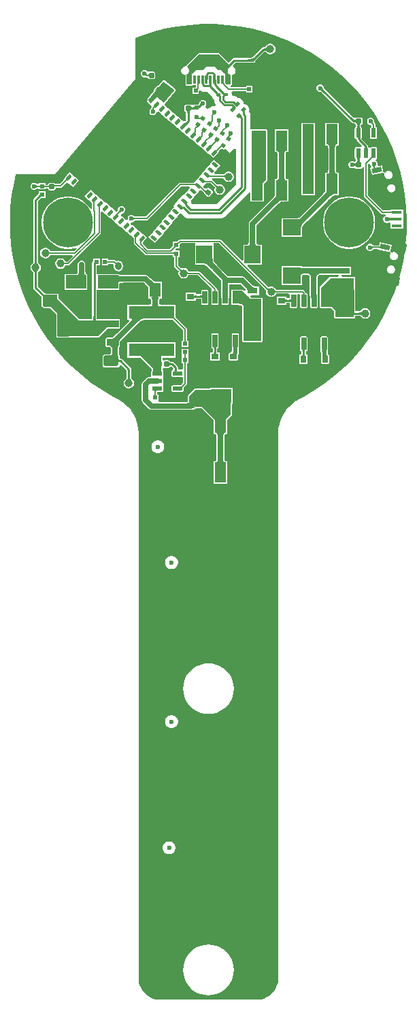
<source format=gbl>
G04*
G04 #@! TF.GenerationSoftware,Altium Limited,Altium Designer,21.9.2 (33)*
G04*
G04 Layer_Physical_Order=4*
G04 Layer_Color=16711680*
%FSLAX25Y25*%
%MOIN*%
G70*
G04*
G04 #@! TF.SameCoordinates,C6F11EFD-203B-4413-AD8B-19CE97DDEB68*
G04*
G04*
G04 #@! TF.FilePolarity,Positive*
G04*
G01*
G75*
%ADD19C,0.00600*%
%ADD22C,0.01000*%
%ADD23O,0.03150X0.03937*%
%ADD24C,0.24410*%
%ADD25C,0.02402*%
%ADD26C,0.02362*%
%ADD27C,0.02500*%
%ADD28R,0.05118X0.01654*%
G04:AMPARAMS|DCode=29|XSize=25mil|YSize=23.62mil|CornerRadius=2.95mil|HoleSize=0mil|Usage=FLASHONLY|Rotation=180.000|XOffset=0mil|YOffset=0mil|HoleType=Round|Shape=RoundedRectangle|*
%AMROUNDEDRECTD29*
21,1,0.02500,0.01772,0,0,180.0*
21,1,0.01909,0.02362,0,0,180.0*
1,1,0.00591,-0.00955,0.00886*
1,1,0.00591,0.00955,0.00886*
1,1,0.00591,0.00955,-0.00886*
1,1,0.00591,-0.00955,-0.00886*
%
%ADD29ROUNDEDRECTD29*%
G04:AMPARAMS|DCode=30|XSize=47.64mil|YSize=22.84mil|CornerRadius=2.85mil|HoleSize=0mil|Usage=FLASHONLY|Rotation=270.000|XOffset=0mil|YOffset=0mil|HoleType=Round|Shape=RoundedRectangle|*
%AMROUNDEDRECTD30*
21,1,0.04764,0.01713,0,0,270.0*
21,1,0.04193,0.02284,0,0,270.0*
1,1,0.00571,-0.00856,-0.02097*
1,1,0.00571,-0.00856,0.02097*
1,1,0.00571,0.00856,0.02097*
1,1,0.00571,0.00856,-0.02097*
%
%ADD30ROUNDEDRECTD30*%
G04:AMPARAMS|DCode=31|XSize=23.62mil|YSize=47.24mil|CornerRadius=0mil|HoleSize=0mil|Usage=FLASHONLY|Rotation=258.000|XOffset=0mil|YOffset=0mil|HoleType=Round|Shape=Rectangle|*
%AMROTATEDRECTD31*
4,1,4,-0.02065,0.01646,0.02556,0.00664,0.02065,-0.01646,-0.02556,-0.00664,-0.02065,0.01646,0.0*
%
%ADD31ROTATEDRECTD31*%

G04:AMPARAMS|DCode=32|XSize=51.18mil|YSize=25.59mil|CornerRadius=0mil|HoleSize=0mil|Usage=FLASHONLY|Rotation=168.000|XOffset=0mil|YOffset=0mil|HoleType=Round|Shape=Rectangle|*
%AMROTATEDRECTD32*
4,1,4,0.02769,0.00720,0.02237,-0.01784,-0.02769,-0.00720,-0.02237,0.01784,0.02769,0.00720,0.0*
%
%ADD32ROTATEDRECTD32*%

G04:AMPARAMS|DCode=33|XSize=23.62mil|YSize=47.24mil|CornerRadius=0mil|HoleSize=0mil|Usage=FLASHONLY|Rotation=282.000|XOffset=0mil|YOffset=0mil|HoleType=Round|Shape=Rectangle|*
%AMROTATEDRECTD33*
4,1,4,-0.02556,0.00664,0.02065,0.01646,0.02556,-0.00664,-0.02065,-0.01646,-0.02556,0.00664,0.0*
%
%ADD33ROTATEDRECTD33*%

G04:AMPARAMS|DCode=34|XSize=51.18mil|YSize=25.59mil|CornerRadius=0mil|HoleSize=0mil|Usage=FLASHONLY|Rotation=192.000|XOffset=0mil|YOffset=0mil|HoleType=Round|Shape=Rectangle|*
%AMROTATEDRECTD34*
4,1,4,0.02237,0.01784,0.02769,-0.00720,-0.02237,-0.01784,-0.02769,0.00720,0.02237,0.01784,0.0*
%
%ADD34ROTATEDRECTD34*%

G04:AMPARAMS|DCode=35|XSize=25mil|YSize=23.62mil|CornerRadius=2.95mil|HoleSize=0mil|Usage=FLASHONLY|Rotation=230.000|XOffset=0mil|YOffset=0mil|HoleType=Round|Shape=RoundedRectangle|*
%AMROUNDEDRECTD35*
21,1,0.02500,0.01772,0,0,230.0*
21,1,0.01909,0.02362,0,0,230.0*
1,1,0.00591,-0.01292,-0.00162*
1,1,0.00591,-0.00065,0.01301*
1,1,0.00591,0.01292,0.00162*
1,1,0.00591,0.00065,-0.01301*
%
%ADD35ROUNDEDRECTD35*%
%ADD36R,0.01870X0.01968*%
%ADD37R,0.01968X0.01870*%
G04:AMPARAMS|DCode=38|XSize=18.7mil|YSize=19.68mil|CornerRadius=0mil|HoleSize=0mil|Usage=FLASHONLY|Rotation=230.000|XOffset=0mil|YOffset=0mil|HoleType=Round|Shape=Rectangle|*
%AMROTATEDRECTD38*
4,1,4,-0.00153,0.01349,0.01355,0.00084,0.00153,-0.01349,-0.01355,-0.00084,-0.00153,0.01349,0.0*
%
%ADD38ROTATEDRECTD38*%

G04:AMPARAMS|DCode=39|XSize=51.18mil|YSize=39.37mil|CornerRadius=4.92mil|HoleSize=0mil|Usage=FLASHONLY|Rotation=50.000|XOffset=0mil|YOffset=0mil|HoleType=Round|Shape=RoundedRectangle|*
%AMROUNDEDRECTD39*
21,1,0.05118,0.02953,0,0,50.0*
21,1,0.04134,0.03937,0,0,50.0*
1,1,0.00984,0.02460,0.00634*
1,1,0.00984,-0.00198,-0.02532*
1,1,0.00984,-0.02460,-0.00634*
1,1,0.00984,0.00198,0.02532*
%
%ADD39ROUNDEDRECTD39*%
%ADD40C,0.03937*%
%ADD41R,0.07087X0.05315*%
%ADD42R,0.22441X0.06299*%
%ADD43R,0.01181X0.04331*%
%ADD44R,0.06299X0.05906*%
%ADD45R,0.06299X0.04724*%
%ADD46R,0.05315X0.07087*%
%ADD47R,0.09843X0.06693*%
G04:AMPARAMS|DCode=48|XSize=35.43mil|YSize=57.09mil|CornerRadius=1.95mil|HoleSize=0mil|Usage=FLASHONLY|Rotation=90.000|XOffset=0mil|YOffset=0mil|HoleType=Round|Shape=RoundedRectangle|*
%AMROUNDEDRECTD48*
21,1,0.03543,0.05319,0,0,90.0*
21,1,0.03154,0.05709,0,0,90.0*
1,1,0.00390,0.02659,0.01577*
1,1,0.00390,0.02659,-0.01577*
1,1,0.00390,-0.02659,-0.01577*
1,1,0.00390,-0.02659,0.01577*
%
%ADD48ROUNDEDRECTD48*%
G04:AMPARAMS|DCode=49|XSize=124.02mil|YSize=57.09mil|CornerRadius=2mil|HoleSize=0mil|Usage=FLASHONLY|Rotation=90.000|XOffset=0mil|YOffset=0mil|HoleType=Round|Shape=RoundedRectangle|*
%AMROUNDEDRECTD49*
21,1,0.12402,0.05309,0,0,90.0*
21,1,0.12002,0.05709,0,0,90.0*
1,1,0.00400,0.02655,0.06001*
1,1,0.00400,0.02655,-0.06001*
1,1,0.00400,-0.02655,-0.06001*
1,1,0.00400,-0.02655,0.06001*
%
%ADD49ROUNDEDRECTD49*%
%ADD50R,0.01981X0.01378*%
%ADD51P,0.04454X4X275.0*%
G04:AMPARAMS|DCode=52|XSize=31.5mil|YSize=15.75mil|CornerRadius=0mil|HoleSize=0mil|Usage=FLASHONLY|Rotation=230.000|XOffset=0mil|YOffset=0mil|HoleType=Round|Shape=Rectangle|*
%AMROTATEDRECTD52*
4,1,4,0.00409,0.01713,0.01615,0.00700,-0.00409,-0.01713,-0.01615,-0.00700,0.00409,0.01713,0.0*
%
%ADD52ROTATEDRECTD52*%

G04:AMPARAMS|DCode=53|XSize=15.75mil|YSize=31.5mil|CornerRadius=0mil|HoleSize=0mil|Usage=FLASHONLY|Rotation=230.000|XOffset=0mil|YOffset=0mil|HoleType=Round|Shape=Rectangle|*
%AMROTATEDRECTD53*
4,1,4,-0.00700,0.01615,0.01713,-0.00409,0.00700,-0.01615,-0.01713,0.00409,-0.00700,0.01615,0.0*
%
%ADD53ROTATEDRECTD53*%

%ADD54P,0.02227X4X275.0*%
%ADD55P,0.06681X4X275.0*%
G04:AMPARAMS|DCode=56|XSize=18.7mil|YSize=19.68mil|CornerRadius=0mil|HoleSize=0mil|Usage=FLASHONLY|Rotation=315.000|XOffset=0mil|YOffset=0mil|HoleType=Round|Shape=Rectangle|*
%AMROTATEDRECTD56*
4,1,4,-0.01357,-0.00035,0.00035,0.01357,0.01357,0.00035,-0.00035,-0.01357,-0.01357,-0.00035,0.0*
%
%ADD56ROTATEDRECTD56*%

%ADD57R,0.05500X0.09843*%
G04:AMPARAMS|DCode=58|XSize=25mil|YSize=23.62mil|CornerRadius=2.95mil|HoleSize=0mil|Usage=FLASHONLY|Rotation=320.000|XOffset=0mil|YOffset=0mil|HoleType=Round|Shape=RoundedRectangle|*
%AMROUNDEDRECTD58*
21,1,0.02500,0.01772,0,0,320.0*
21,1,0.01909,0.02362,0,0,320.0*
1,1,0.00591,0.00162,-0.01292*
1,1,0.00591,-0.01301,-0.00065*
1,1,0.00591,-0.00162,0.01292*
1,1,0.00591,0.01301,0.00065*
%
%ADD58ROUNDEDRECTD58*%
G04:AMPARAMS|DCode=59|XSize=72.84mil|YSize=53.15mil|CornerRadius=6.64mil|HoleSize=0mil|Usage=FLASHONLY|Rotation=180.000|XOffset=0mil|YOffset=0mil|HoleType=Round|Shape=RoundedRectangle|*
%AMROUNDEDRECTD59*
21,1,0.07284,0.03986,0,0,180.0*
21,1,0.05955,0.05315,0,0,180.0*
1,1,0.01329,-0.02977,0.01993*
1,1,0.01329,0.02977,0.01993*
1,1,0.01329,0.02977,-0.01993*
1,1,0.01329,-0.02977,-0.01993*
%
%ADD59ROUNDEDRECTD59*%
%ADD60R,0.09843X0.06693*%
G04:AMPARAMS|DCode=61|XSize=47.64mil|YSize=22.84mil|CornerRadius=2.85mil|HoleSize=0mil|Usage=FLASHONLY|Rotation=180.000|XOffset=0mil|YOffset=0mil|HoleType=Round|Shape=RoundedRectangle|*
%AMROUNDEDRECTD61*
21,1,0.04764,0.01713,0,0,180.0*
21,1,0.04193,0.02284,0,0,180.0*
1,1,0.00571,-0.02097,0.00856*
1,1,0.00571,0.02097,0.00856*
1,1,0.00571,0.02097,-0.00856*
1,1,0.00571,-0.02097,-0.00856*
%
%ADD61ROUNDEDRECTD61*%
G04:AMPARAMS|DCode=62|XSize=25mil|YSize=23.62mil|CornerRadius=2.95mil|HoleSize=0mil|Usage=FLASHONLY|Rotation=270.000|XOffset=0mil|YOffset=0mil|HoleType=Round|Shape=RoundedRectangle|*
%AMROUNDEDRECTD62*
21,1,0.02500,0.01772,0,0,270.0*
21,1,0.01909,0.02362,0,0,270.0*
1,1,0.00591,-0.00886,-0.00955*
1,1,0.00591,-0.00886,0.00955*
1,1,0.00591,0.00886,0.00955*
1,1,0.00591,0.00886,-0.00955*
%
%ADD62ROUNDEDRECTD62*%
G04:AMPARAMS|DCode=63|XSize=71.26mil|YSize=51.97mil|CornerRadius=6.5mil|HoleSize=0mil|Usage=FLASHONLY|Rotation=180.000|XOffset=0mil|YOffset=0mil|HoleType=Round|Shape=RoundedRectangle|*
%AMROUNDEDRECTD63*
21,1,0.07126,0.03898,0,0,180.0*
21,1,0.05827,0.05197,0,0,180.0*
1,1,0.01299,-0.02913,0.01949*
1,1,0.01299,0.02913,0.01949*
1,1,0.01299,0.02913,-0.01949*
1,1,0.01299,-0.02913,-0.01949*
%
%ADD63ROUNDEDRECTD63*%
%ADD64R,0.07874X0.08661*%
%ADD65R,0.08661X0.10512*%
%ADD66R,0.05000X0.03000*%
%ADD67R,0.03543X0.02756*%
G04:AMPARAMS|DCode=68|XSize=35.43mil|YSize=27.56mil|CornerRadius=3.45mil|HoleSize=0mil|Usage=FLASHONLY|Rotation=270.000|XOffset=0mil|YOffset=0mil|HoleType=Round|Shape=RoundedRectangle|*
%AMROUNDEDRECTD68*
21,1,0.03543,0.02067,0,0,270.0*
21,1,0.02854,0.02756,0,0,270.0*
1,1,0.00689,-0.01034,-0.01427*
1,1,0.00689,-0.01034,0.01427*
1,1,0.00689,0.01034,0.01427*
1,1,0.00689,0.01034,-0.01427*
%
%ADD68ROUNDEDRECTD68*%
%ADD69R,0.02756X0.03543*%
G04:AMPARAMS|DCode=70|XSize=35.43mil|YSize=27.56mil|CornerRadius=3.45mil|HoleSize=0mil|Usage=FLASHONLY|Rotation=0.000|XOffset=0mil|YOffset=0mil|HoleType=Round|Shape=RoundedRectangle|*
%AMROUNDEDRECTD70*
21,1,0.03543,0.02067,0,0,0.0*
21,1,0.02854,0.02756,0,0,0.0*
1,1,0.00689,0.01427,-0.01034*
1,1,0.00689,-0.01427,-0.01034*
1,1,0.00689,-0.01427,0.01034*
1,1,0.00689,0.01427,0.01034*
%
%ADD70ROUNDEDRECTD70*%
%ADD71R,0.08661X0.07874*%
G04:AMPARAMS|DCode=72|XSize=61.02mil|YSize=23.62mil|CornerRadius=0.59mil|HoleSize=0mil|Usage=FLASHONLY|Rotation=90.000|XOffset=0mil|YOffset=0mil|HoleType=Round|Shape=RoundedRectangle|*
%AMROUNDEDRECTD72*
21,1,0.06102,0.02244,0,0,90.0*
21,1,0.05984,0.02362,0,0,90.0*
1,1,0.00118,0.01122,0.02992*
1,1,0.00118,0.01122,-0.02992*
1,1,0.00118,-0.01122,-0.02992*
1,1,0.00118,-0.01122,0.02992*
%
%ADD72ROUNDEDRECTD72*%
%ADD73R,0.19291X0.11614*%
%ADD74C,0.02000*%
G04:AMPARAMS|DCode=75|XSize=19.68mil|YSize=23.62mil|CornerRadius=0mil|HoleSize=0mil|Usage=FLASHONLY|Rotation=78.000|XOffset=0mil|YOffset=0mil|HoleType=Round|Shape=Rectangle|*
%AMROTATEDRECTD75*
4,1,4,0.00951,-0.01208,-0.01360,-0.00717,-0.00951,0.01208,0.01360,0.00717,0.00951,-0.01208,0.0*
%
%ADD75ROTATEDRECTD75*%

G04:AMPARAMS|DCode=76|XSize=19.68mil|YSize=23.62mil|CornerRadius=0mil|HoleSize=0mil|Usage=FLASHONLY|Rotation=102.000|XOffset=0mil|YOffset=0mil|HoleType=Round|Shape=Rectangle|*
%AMROTATEDRECTD76*
4,1,4,0.01360,-0.00717,-0.00951,-0.01208,-0.01360,0.00717,0.00951,0.01208,0.01360,-0.00717,0.0*
%
%ADD76ROTATEDRECTD76*%

G36*
X3092Y97221D02*
X9263Y96828D01*
X15396Y96044D01*
X21467Y94872D01*
X27452Y93316D01*
X33325Y91383D01*
X39064Y89081D01*
X44645Y86419D01*
X50046Y83408D01*
X55244Y80060D01*
X60219Y76388D01*
X64951Y72407D01*
X69420Y68134D01*
X73609Y63586D01*
X77501Y58780D01*
X81079Y53737D01*
X84329Y48478D01*
X87239Y43021D01*
X89796Y37392D01*
X91990Y31611D01*
X93813Y25702D01*
X95257Y19689D01*
X96315Y13597D01*
X96984Y7451D01*
X97262Y1273D01*
X97146Y-4909D01*
X96638Y-11072D01*
X95739Y-17189D01*
X94454Y-23237D01*
X92786Y-29192D01*
X90744Y-35028D01*
X88335Y-40723D01*
X85569Y-46253D01*
X82458Y-51597D01*
X79013Y-56732D01*
X75249Y-61637D01*
X71180Y-66294D01*
X66824Y-70682D01*
X62198Y-74785D01*
X57321Y-78586D01*
X52212Y-82069D01*
X46892Y-85221D01*
X44139Y-86623D01*
X44114Y-86642D01*
X44083Y-86653D01*
X43102Y-87220D01*
X43058Y-87258D01*
X43004Y-87283D01*
X41161Y-88600D01*
X41107Y-88657D01*
X41040Y-88698D01*
X39382Y-90242D01*
X39336Y-90305D01*
X39276Y-90355D01*
X37830Y-92099D01*
X37793Y-92168D01*
X37739Y-92225D01*
X36530Y-94141D01*
X36502Y-94214D01*
X36456Y-94277D01*
X35504Y-96333D01*
X35486Y-96409D01*
X35448Y-96478D01*
X34769Y-98639D01*
X34761Y-98717D01*
X34732Y-98790D01*
X34337Y-101021D01*
X34339Y-101080D01*
X34323Y-101136D01*
X34234Y-102266D01*
X34239Y-102313D01*
X34230Y-102360D01*
X34229Y-370079D01*
X34229Y-370774D01*
X34047Y-372152D01*
X33687Y-373496D01*
X33155Y-374780D01*
X32460Y-375984D01*
X31613Y-377087D01*
X30630Y-378070D01*
X29527Y-378917D01*
X28323Y-379612D01*
X27039Y-380144D01*
X25695Y-380504D01*
X24317Y-380686D01*
X23622D01*
X-23622Y-380686D01*
X-24317Y-380686D01*
X-25696Y-380504D01*
X-27039Y-380144D01*
X-28323Y-379612D01*
X-29528Y-378917D01*
X-30631Y-378070D01*
X-31614Y-377087D01*
X-32460Y-375984D01*
X-33156Y-374780D01*
X-33687Y-373496D01*
X-34047Y-372152D01*
X-34229Y-370774D01*
Y-370079D01*
X-34229Y-102362D01*
X-34238Y-102315D01*
X-34233Y-102268D01*
X-34321Y-101138D01*
X-34337Y-101081D01*
X-34336Y-101023D01*
X-34731Y-98792D01*
X-34760Y-98719D01*
X-34768Y-98641D01*
X-35447Y-96480D01*
X-35485Y-96411D01*
X-35503Y-96335D01*
X-36455Y-94279D01*
X-36501Y-94216D01*
X-36529Y-94143D01*
X-37738Y-92227D01*
X-37792Y-92170D01*
X-37829Y-92101D01*
X-39274Y-90356D01*
X-39335Y-90307D01*
X-39381Y-90244D01*
X-41039Y-88700D01*
X-41106Y-88659D01*
X-41159Y-88602D01*
X-43003Y-87284D01*
X-43056Y-87260D01*
X-43101Y-87221D01*
X-44082Y-86655D01*
X-44112Y-86644D01*
X-44137Y-86625D01*
X-46892Y-85221D01*
X-52212Y-82069D01*
X-57321Y-78586D01*
X-62198Y-74785D01*
X-66824Y-70683D01*
X-71180Y-66294D01*
X-75248Y-61637D01*
X-79013Y-56732D01*
X-82458Y-51597D01*
X-85569Y-46253D01*
X-88335Y-40723D01*
X-90744Y-35028D01*
X-92786Y-29192D01*
X-94454Y-23237D01*
X-95739Y-17189D01*
X-96638Y-11072D01*
X-97146Y-4909D01*
X-97262Y1273D01*
X-96984Y7451D01*
X-96315Y13597D01*
X-95257Y19690D01*
X-94322Y23583D01*
X-75596Y23764D01*
X-75471Y23724D01*
X-75392Y23766D01*
X-75385Y23766D01*
X-75361Y23776D01*
X-75335Y23768D01*
X-75135Y23872D01*
X-74928Y23960D01*
X-74918Y23985D01*
X-74894Y23998D01*
X-35922Y70443D01*
X-35855Y70655D01*
X-35770Y70860D01*
Y90403D01*
X-33325Y91383D01*
X-27452Y93316D01*
X-21467Y94872D01*
X-15396Y96044D01*
X-9263Y96828D01*
X-3092Y97221D01*
X3092Y97221D01*
D02*
G37*
%LPC*%
G36*
X30653Y87608D02*
X29977D01*
X29324Y87433D01*
X28738Y87095D01*
X28260Y86616D01*
X28064Y86278D01*
X28010Y86248D01*
X27994Y86190D01*
X27946Y86151D01*
X27916Y86096D01*
X27909Y86086D01*
X27898Y86075D01*
X27877Y86060D01*
X27842Y86042D01*
X27788Y86021D01*
X27714Y86001D01*
X27619Y85984D01*
X27502Y85973D01*
X27347Y85968D01*
X27320Y85956D01*
X27291Y85964D01*
X27249Y85940D01*
X26846D01*
X26417Y85855D01*
X26053Y85612D01*
X26053Y85612D01*
X21852Y81411D01*
X21790Y81388D01*
X21414Y81039D01*
X21274Y80927D01*
X21153Y80843D01*
X21107Y80817D01*
X20900D01*
X20804Y80854D01*
X20755Y80832D01*
X20704Y80844D01*
X20661Y80817D01*
X20473D01*
X20460Y80827D01*
X20364Y80817D01*
X20275Y80854D01*
X19663Y80817D01*
X18895Y80649D01*
X12598D01*
X12598Y80649D01*
X12169Y80564D01*
X11805Y80321D01*
X11805Y80321D01*
X9902Y78418D01*
X5577Y82743D01*
X5118Y82933D01*
X-4724D01*
X-5184Y82743D01*
X-10804Y77123D01*
X-10823Y77075D01*
X-10867Y77049D01*
X-10916Y76852D01*
X-10994Y76664D01*
X-11666Y76408D01*
X-11756Y76387D01*
X-11771D01*
X-12498Y76086D01*
X-13055Y75530D01*
X-13356Y74803D01*
Y74016D01*
X-13055Y73289D01*
X-12498Y72733D01*
X-11771Y72431D01*
X-11279D01*
Y67716D01*
X-11089Y67257D01*
X-10630Y67067D01*
X-8268D01*
X-7808Y67257D01*
X-7736Y67431D01*
X-6129D01*
Y66151D01*
X-7787D01*
Y62983D01*
X-4717D01*
Y64422D01*
X-4417Y64640D01*
X-4010Y64758D01*
X-3801Y64682D01*
X-3474Y64431D01*
X-2778Y64143D01*
X-2030Y64045D01*
X-497D01*
X1443Y62105D01*
X1452Y62040D01*
X1740Y61344D01*
X2199Y60746D01*
X2577Y60368D01*
X2577Y60368D01*
X2704Y60271D01*
Y59788D01*
X2802Y59041D01*
X3090Y58345D01*
X3497Y57814D01*
X3420Y57521D01*
X3340Y57382D01*
X3096Y57087D01*
X2341D01*
X1540Y56872D01*
X822Y56457D01*
X236Y55871D01*
X-527Y55736D01*
X-1299Y56384D01*
X-1334Y57171D01*
X-1246Y57259D01*
X-975Y57913D01*
Y58622D01*
X-1246Y59277D01*
X-1747Y59778D01*
X-2402Y60049D01*
X-3110D01*
X-3765Y59778D01*
X-4266Y59277D01*
X-4482Y58755D01*
X-4540Y58678D01*
X-4555Y58618D01*
X-4568Y58578D01*
X-4587Y58534D01*
X-4610Y58487D01*
X-4640Y58435D01*
X-4676Y58380D01*
X-4715Y58326D01*
X-4833Y58188D01*
X-4902Y58116D01*
X-4927Y58051D01*
X-5170Y57809D01*
X-5421D01*
X-5421Y57809D01*
X-5530Y57787D01*
X-7490D01*
Y57787D01*
X-8197Y57594D01*
X-8277Y57578D01*
X-8539Y57753D01*
X-8888Y57822D01*
X-10797D01*
X-11147Y57753D01*
X-11443Y57555D01*
X-11641Y57259D01*
X-11710Y56910D01*
Y55138D01*
X-11641Y54789D01*
X-11443Y54492D01*
X-11365Y54440D01*
X-11359Y54426D01*
X-11316Y54408D01*
X-11147Y54295D01*
X-11090Y54283D01*
X-11079Y54239D01*
X-11062Y54139D01*
X-11051Y54008D01*
X-11047Y53832D01*
X-11019Y53770D01*
Y50176D01*
X-11494Y49701D01*
X-11558Y49676D01*
X-11684Y49556D01*
X-11786Y49467D01*
X-11871Y49402D01*
X-11910Y49378D01*
X-12129Y49561D01*
X-12644Y49994D01*
X-14604Y51639D01*
X-15207Y52145D01*
X-15372Y52283D01*
X-17167Y53790D01*
X-17333Y53928D01*
X-17771Y54296D01*
X-19731Y55941D01*
X-19896Y56079D01*
X-20334Y56447D01*
X-20500Y56585D01*
X-21392Y57335D01*
X-21395Y57344D01*
X-21376Y57803D01*
X-21239Y58234D01*
X-21149Y58282D01*
X-18036Y62114D01*
X-17663Y62559D01*
X-17638Y62604D01*
X-16274Y64283D01*
X-16272Y64289D01*
X-16266Y64293D01*
X-16201Y64526D01*
X-16132Y64759D01*
X-16135Y64765D01*
X-16134Y64771D01*
X-16195Y65268D01*
X-16198Y65274D01*
X-16196Y65280D01*
X-16320Y65489D01*
X-16440Y65700D01*
X-16446Y65702D01*
X-16450Y65708D01*
X-21597Y69569D01*
X-21736Y69604D01*
X-21854Y69685D01*
X-21929Y69700D01*
X-22031Y69681D01*
X-22130Y69711D01*
X-22266Y69637D01*
X-22418Y69608D01*
X-22476Y69523D01*
X-22567Y69473D01*
X-24460Y67135D01*
X-24711Y67162D01*
X-25053Y67063D01*
X-25331Y66840D01*
X-26558Y65377D01*
X-26730Y65065D01*
X-26768Y64711D01*
X-26677Y64396D01*
X-29806Y60531D01*
X-29807Y60525D01*
X-29813Y60522D01*
X-29878Y60287D01*
X-29947Y60054D01*
X-29944Y60049D01*
X-29945Y60043D01*
X-29911Y59763D01*
X-30383Y59201D01*
X-28422Y57556D01*
X-28257Y57417D01*
X-27819Y57049D01*
X-27802Y56678D01*
X-28001Y56380D01*
X-28038Y56191D01*
X-28102Y56050D01*
X-28104Y55976D01*
X-28109Y55933D01*
X-28114Y55904D01*
X-28117Y55894D01*
X-28119Y55893D01*
X-28126Y55881D01*
X-28126Y55881D01*
X-28126Y55881D01*
X-28145Y55853D01*
X-28174Y55841D01*
X-28189Y55826D01*
X-28213Y55816D01*
X-28223Y55792D01*
X-28675Y55340D01*
X-28946Y54685D01*
Y53976D01*
X-28675Y53322D01*
X-28174Y52821D01*
X-27520Y52550D01*
X-26811D01*
X-26156Y52821D01*
X-25655Y53322D01*
X-25384Y53976D01*
Y53978D01*
X-24597Y54346D01*
X-23295Y53253D01*
X-23130Y53115D01*
X-22692Y52747D01*
X-22527Y52609D01*
X-20732Y51102D01*
X-20567Y50964D01*
X-19963Y50458D01*
X-18168Y48951D01*
X-17565Y48445D01*
X-17400Y48307D01*
X-15605Y46800D01*
X-15439Y46661D01*
X-15002Y46294D01*
X-13041Y44649D01*
X-12876Y44510D01*
X-12438Y44143D01*
X-10478Y42498D01*
X-10312Y42359D01*
X-9875Y41992D01*
X-9709Y41853D01*
X-7749Y40208D01*
D01*
X-5185Y38057D01*
D01*
X-2622Y35906D01*
X-2622Y35906D01*
X-2184Y35539D01*
X-58Y33755D01*
X-58Y33755D01*
X380Y33388D01*
X2505Y31604D01*
X4898Y34456D01*
X4901Y34457D01*
X5301Y34936D01*
X5649Y35672D01*
X6346Y36370D01*
X6349Y36370D01*
X7035Y36100D01*
X7593Y35632D01*
X8039Y36164D01*
X10595Y34019D01*
X12648Y36465D01*
X13388Y36196D01*
Y18652D01*
X3922Y9186D01*
X-7706D01*
X-8315Y9794D01*
Y9887D01*
X-8315Y9887D01*
X-8344Y10114D01*
X-8331Y10130D01*
X-8348Y10144D01*
X-8413Y10634D01*
X-8497Y10836D01*
X-7137Y12456D01*
X-6999Y12622D01*
X-6631Y13060D01*
X-4848Y15185D01*
D01*
X-4410Y15707D01*
X-3343Y15754D01*
X-2480Y14891D01*
X-2451Y14817D01*
X-2313Y14674D01*
X-2222Y14568D01*
X-2200Y14539D01*
X-2188Y14522D01*
X-2184Y14512D01*
X-2180Y14509D01*
X-2172Y14494D01*
X-2149Y14477D01*
X-2102Y14317D01*
X-1879Y14039D01*
X-416Y12812D01*
X-104Y12641D01*
X250Y12602D01*
X592Y12701D01*
X869Y12924D01*
X2008Y14281D01*
X2180Y14594D01*
X2218Y14948D01*
X2119Y15290D01*
X1896Y15567D01*
X433Y16795D01*
X121Y16966D01*
X-233Y17005D01*
X-575Y16905D01*
X-853Y16682D01*
X-1787Y16794D01*
X-2458Y17465D01*
X-2340Y18128D01*
X-2283Y18229D01*
X-2228Y18307D01*
X-1625Y19026D01*
X-1610Y19030D01*
X-1584Y19075D01*
X-1584Y19075D01*
X-1535Y19096D01*
X-1507Y19166D01*
X-1505Y19169D01*
X-1495Y19170D01*
X-1271Y19189D01*
X-1128Y19192D01*
X-1055Y19224D01*
X1132D01*
X3001Y17355D01*
X3028Y17283D01*
X3090Y17218D01*
X3127Y17174D01*
X3135Y17162D01*
X3118Y17133D01*
X2943Y16480D01*
Y15804D01*
X3118Y15150D01*
X3457Y14565D01*
X3935Y14086D01*
X4520Y13748D01*
X5174Y13573D01*
X5850D01*
X6503Y13748D01*
X7089Y14086D01*
X7567Y14565D01*
X7905Y15150D01*
X8080Y15804D01*
Y16480D01*
X7905Y17133D01*
X7567Y17719D01*
X7089Y18197D01*
X6503Y18535D01*
X5850Y18710D01*
X5174D01*
X4520Y18535D01*
X4491Y18519D01*
X4479Y18527D01*
X4436Y18563D01*
X4371Y18625D01*
X4298Y18653D01*
X2161Y20790D01*
X1863Y20989D01*
X1810Y21000D01*
X1887Y21787D01*
X7142D01*
X7186Y21761D01*
X7222Y21771D01*
X7256Y21756D01*
X7345Y21753D01*
X7368Y21751D01*
X7449Y21450D01*
X7787Y20864D01*
X8265Y20386D01*
X8851Y20048D01*
X9504Y19872D01*
X10181D01*
X10834Y20048D01*
X11420Y20386D01*
X11898Y20864D01*
X12236Y21450D01*
X12411Y22103D01*
Y22779D01*
X12236Y23432D01*
X11898Y24018D01*
X11420Y24496D01*
X10834Y24834D01*
X10181Y25009D01*
X9504D01*
X8851Y24834D01*
X8265Y24496D01*
X7787Y24018D01*
X7599Y23691D01*
X7596Y23691D01*
X7578Y23679D01*
X7569Y23676D01*
X7567Y23675D01*
X7567Y23675D01*
X7538Y23668D01*
X7493Y23661D01*
X7432Y23656D01*
X7340Y23654D01*
X7269Y23622D01*
X3164D01*
X2831Y24336D01*
X3618Y25274D01*
X3757Y25439D01*
X4124Y25877D01*
X5908Y28003D01*
X2576Y30799D01*
X931Y28838D01*
X792Y28673D01*
X425Y28235D01*
X-1359Y26110D01*
X-1359Y26110D01*
X-1359D01*
X-3004Y24149D01*
X-3510Y23546D01*
X-5522Y21148D01*
X-5661Y20982D01*
X-6029Y20545D01*
X-6714Y19728D01*
X-6772Y19712D01*
X-6797Y19669D01*
X-6842Y19650D01*
X-6877Y19562D01*
X-6878Y19561D01*
X-7093Y19542D01*
X-7231Y19539D01*
X-7303Y19508D01*
X-13668D01*
X-14019Y19438D01*
X-14317Y19239D01*
X-30670Y2886D01*
X-35845D01*
X-35910Y2917D01*
X-35974Y2921D01*
X-36007Y2926D01*
X-36045Y2936D01*
X-36090Y2952D01*
X-36141Y2976D01*
X-36199Y3010D01*
X-36263Y3053D01*
X-36333Y3107D01*
X-36408Y3173D01*
X-36499Y3261D01*
X-36615Y3307D01*
X-36786Y3478D01*
X-37441Y3750D01*
X-38150D01*
X-38804Y3478D01*
X-39305Y2977D01*
X-39576Y2323D01*
Y1669D01*
X-39798Y1468D01*
X-40556Y1463D01*
X-42343Y2962D01*
X-42508Y3101D01*
X-42757Y3310D01*
X-42795Y4184D01*
X-42536Y4469D01*
X-42522Y4469D01*
X-42408Y4518D01*
X-42165D01*
X-41511Y4789D01*
X-41010Y5290D01*
X-40739Y5945D01*
Y6654D01*
X-41010Y7308D01*
X-41511Y7809D01*
X-42165Y8080D01*
X-42874D01*
X-43529Y7809D01*
X-44030Y7308D01*
X-44301Y6654D01*
Y6411D01*
X-44350Y6297D01*
X-44352Y6170D01*
X-44359Y6071D01*
X-44370Y5983D01*
X-44385Y5907D01*
X-44402Y5842D01*
X-44421Y5789D01*
X-44426Y5779D01*
X-44623Y5657D01*
X-45141Y5404D01*
X-45479Y5602D01*
X-45544Y5649D01*
X-47470Y7265D01*
X-48073Y7771D01*
X-48238Y7909D01*
X-50199Y9554D01*
X-50199Y9554D01*
X-50636Y9922D01*
X-52762Y11705D01*
X-52762Y11705D01*
X-53200Y12073D01*
X-55160Y13718D01*
X-55326Y13856D01*
X-55764Y14224D01*
X-55929Y14363D01*
X-57889Y16007D01*
X-60685Y12675D01*
X-58725Y11030D01*
X-58559Y10892D01*
X-58122Y10524D01*
X-57956Y10386D01*
X-57282Y9820D01*
X-57278Y9806D01*
X-57233Y9779D01*
X-57233Y9779D01*
X-57212Y9730D01*
X-57142Y9702D01*
X-57140Y9701D01*
X-57138Y9690D01*
X-57119Y9466D01*
X-57116Y9323D01*
X-57085Y9250D01*
Y6754D01*
X-57872Y6566D01*
X-57946Y6711D01*
X-59131Y8342D01*
X-60556Y9767D01*
X-62186Y10952D01*
X-63982Y11867D01*
X-65899Y12489D01*
X-67890Y12805D01*
X-69905D01*
X-71896Y12489D01*
X-73813Y11867D01*
X-75609Y10952D01*
X-77239Y9767D01*
X-78664Y8342D01*
X-79849Y6711D01*
X-80764Y4915D01*
X-81387Y2998D01*
X-81702Y1008D01*
Y-1008D01*
X-81387Y-2998D01*
X-80764Y-4915D01*
X-79849Y-6711D01*
X-78664Y-8342D01*
X-77239Y-9767D01*
X-75609Y-10952D01*
X-73813Y-11867D01*
X-71896Y-12489D01*
X-69905Y-12805D01*
X-67890D01*
X-65899Y-12489D01*
X-64960Y-12184D01*
X-64537Y-12875D01*
X-65706Y-14043D01*
X-77287D01*
X-77358Y-14011D01*
X-77448Y-14009D01*
X-77505Y-14004D01*
X-77519Y-14002D01*
X-77528Y-13969D01*
X-77866Y-13384D01*
X-78344Y-12905D01*
X-78930Y-12567D01*
X-79583Y-12392D01*
X-80259D01*
X-80913Y-12567D01*
X-81498Y-12905D01*
X-81977Y-13384D01*
X-82315Y-13969D01*
X-82490Y-14623D01*
Y-15299D01*
X-82315Y-15952D01*
X-81977Y-16538D01*
X-81498Y-17016D01*
X-80913Y-17354D01*
X-80259Y-17529D01*
X-79583D01*
X-78930Y-17354D01*
X-78344Y-17016D01*
X-77866Y-16538D01*
X-77528Y-15952D01*
X-77519Y-15920D01*
X-77505Y-15917D01*
X-77448Y-15912D01*
X-77358Y-15910D01*
X-77287Y-15878D01*
X-66873D01*
X-66571Y-16606D01*
X-69126Y-19161D01*
X-69807D01*
X-69878Y-19129D01*
X-69968Y-19127D01*
X-70024Y-19122D01*
X-70039Y-19120D01*
X-70047Y-19087D01*
X-70386Y-18502D01*
X-70864Y-18023D01*
X-71450Y-17685D01*
X-72103Y-17510D01*
X-72779D01*
X-73432Y-17685D01*
X-74018Y-18023D01*
X-74496Y-18502D01*
X-74834Y-19087D01*
X-75009Y-19741D01*
Y-20417D01*
X-74834Y-21070D01*
X-74496Y-21656D01*
X-74018Y-22134D01*
X-73432Y-22472D01*
X-72779Y-22647D01*
X-72103D01*
X-71450Y-22472D01*
X-70864Y-22134D01*
X-70386Y-21656D01*
X-70047Y-21070D01*
X-70039Y-21038D01*
X-70024Y-21035D01*
X-69968Y-21030D01*
X-69878Y-21028D01*
X-69807Y-20996D01*
X-68747D01*
X-68395Y-20926D01*
X-68098Y-20728D01*
X-52954Y-5584D01*
X-52755Y-5287D01*
X-52686Y-4936D01*
Y5032D01*
X-51972Y5364D01*
X-51034Y4577D01*
X-50431Y4071D01*
X-50266Y3932D01*
X-48471Y2426D01*
X-48305Y2287D01*
X-47867Y1920D01*
X-45907Y275D01*
X-45742Y137D01*
X-45304Y-231D01*
X-45138Y-370D01*
X-43343Y-1876D01*
X-43178Y-2015D01*
X-42740Y-2382D01*
X-40780Y-4027D01*
X-40615Y-4166D01*
X-40177Y-4533D01*
X-38216Y-6178D01*
X-38051Y-6317D01*
X-36774Y-7389D01*
X-36770Y-7403D01*
X-36725Y-7429D01*
X-36725Y-7430D01*
X-36704Y-7478D01*
X-36634Y-7506D01*
X-36631Y-7508D01*
X-36629Y-7519D01*
X-36610Y-7743D01*
X-36608Y-7885D01*
X-36576Y-7958D01*
Y-9864D01*
X-36506Y-10216D01*
X-36307Y-10513D01*
X-31135Y-15686D01*
X-30837Y-15885D01*
X-30486Y-15955D01*
X-17406D01*
X-17335Y-15986D01*
X-17330Y-15986D01*
Y-16939D01*
X-16745D01*
X-16745Y-16943D01*
X-16713Y-17014D01*
Y-21213D01*
X-16643Y-21564D01*
X-16444Y-21861D01*
X-14716Y-23589D01*
X-14688Y-23662D01*
X-14626Y-23727D01*
X-14590Y-23771D01*
X-14581Y-23783D01*
X-14598Y-23812D01*
X-14773Y-24465D01*
Y-25141D01*
X-14598Y-25795D01*
X-14260Y-26380D01*
X-13782Y-26858D01*
X-13196Y-27197D01*
X-12543Y-27372D01*
X-11867D01*
X-11213Y-27197D01*
X-10628Y-26858D01*
X-10149Y-26380D01*
X-9811Y-25795D01*
X-9803Y-25762D01*
X-9788Y-25760D01*
X-9731Y-25755D01*
X-9641Y-25752D01*
X-9571Y-25721D01*
X-5042D01*
X1550Y-32313D01*
X1552Y-32318D01*
X1612Y-33147D01*
X1466Y-33365D01*
X1415Y-33622D01*
Y-39606D01*
X1466Y-39863D01*
X1612Y-40081D01*
X1829Y-40227D01*
X2087Y-40278D01*
X4331D01*
X4588Y-40227D01*
X4806Y-40081D01*
X4952Y-39863D01*
X5003Y-39606D01*
Y-33622D01*
X4952Y-33365D01*
X4806Y-33147D01*
X4588Y-33001D01*
X4331Y-32950D01*
X4146D01*
X4116Y-32883D01*
Y-32663D01*
X4046Y-32312D01*
X3847Y-32014D01*
X-4013Y-24154D01*
X-4310Y-23955D01*
X-4662Y-23886D01*
X-9571D01*
X-9641Y-23854D01*
X-9731Y-23852D01*
X-9788Y-23846D01*
X-9803Y-23844D01*
X-9811Y-23812D01*
X-10149Y-23226D01*
X-10628Y-22748D01*
X-11213Y-22410D01*
X-11867Y-22235D01*
X-12543D01*
X-13196Y-22410D01*
X-13225Y-22426D01*
X-13237Y-22418D01*
X-13281Y-22381D01*
X-13346Y-22320D01*
X-13418Y-22292D01*
X-14878Y-20832D01*
Y-17014D01*
X-14846Y-16943D01*
X-14846Y-16939D01*
X-14260D01*
Y-13770D01*
X-16082D01*
X-16217Y-13158D01*
X-16168Y-13099D01*
X-15667Y-12608D01*
X-14260D01*
Y-11103D01*
X-14250Y-11089D01*
X-14259Y-11036D01*
X-14236Y-10987D01*
X-14260Y-10917D01*
Y-10871D01*
X-14238Y-10840D01*
X-14084Y-10659D01*
X-13981Y-10552D01*
X-13952Y-10478D01*
X-13531Y-10057D01*
X-6571D01*
X-6505Y-10817D01*
X-6505Y-10844D01*
Y-20679D01*
X-2970D01*
X-2966Y-20683D01*
X-2909Y-20679D01*
X-2658D01*
X-2568Y-20687D01*
X-2541Y-20679D01*
X-2070D01*
X-2057Y-20682D01*
X-1761Y-20798D01*
X-1398Y-20994D01*
X-991Y-21261D01*
X596Y-22591D01*
X1207Y-23184D01*
X1237Y-23196D01*
X6322Y-28281D01*
Y-36614D01*
X6415Y-37078D01*
Y-39606D01*
X6466Y-39863D01*
X6611Y-40081D01*
X6830Y-40227D01*
X7087Y-40278D01*
X9331D01*
X9588Y-40227D01*
X9806Y-40081D01*
X9951Y-39863D01*
X10003Y-39606D01*
Y-37078D01*
X10095Y-36614D01*
Y-30233D01*
X15754D01*
X16901Y-31379D01*
X16909Y-31405D01*
X16919Y-31410D01*
X16923Y-31420D01*
X17909Y-32475D01*
X18146Y-32767D01*
X18129Y-33027D01*
X17777Y-33229D01*
X17235Y-33246D01*
X16995Y-33005D01*
X16535Y-32815D01*
X11811D01*
X11352Y-33005D01*
X11162Y-33465D01*
Y-39764D01*
X11352Y-40223D01*
X11811Y-40413D01*
X15032D01*
X15122Y-40503D01*
X15784Y-40777D01*
X16237D01*
X16673Y-41214D01*
Y-57874D01*
X16864Y-58333D01*
X17323Y-58523D01*
X25984D01*
X26443Y-58333D01*
X26634Y-57874D01*
Y-37795D01*
X26584Y-37676D01*
Y-36865D01*
X20911D01*
X20437Y-36250D01*
X20721Y-35565D01*
X24754D01*
Y-31365D01*
X23879D01*
X23878Y-31364D01*
X23872Y-31365D01*
X22956D01*
X22727Y-31274D01*
X22366Y-31079D01*
X21958Y-30810D01*
X20354Y-29462D01*
X19734Y-28859D01*
X19704Y-28847D01*
X17869Y-27013D01*
X17257Y-26604D01*
X16535Y-26460D01*
X9739D01*
X9542Y-26166D01*
X4255Y-20879D01*
X4253Y-20871D01*
X4237Y-20861D01*
X4210Y-20833D01*
X4199Y-20804D01*
X3200Y-19736D01*
X2845Y-19299D01*
X2605Y-18960D01*
Y-18435D01*
X2568Y-18253D01*
Y-17923D01*
X2572Y-17918D01*
X2568Y-17862D01*
X2598Y-17814D01*
X2568Y-17691D01*
Y-10844D01*
X2568Y-10817D01*
X2634Y-10057D01*
X5124D01*
X28016Y-32948D01*
X28043Y-33021D01*
X28107Y-33088D01*
X28148Y-33136D01*
X28177Y-33175D01*
X28194Y-33202D01*
X28198Y-33210D01*
X28199Y-33218D01*
X28204Y-33228D01*
X28208Y-33243D01*
X28213Y-33250D01*
X28140Y-33520D01*
Y-34196D01*
X28315Y-34850D01*
X28653Y-35435D01*
X29132Y-35914D01*
X29717Y-36252D01*
X30371Y-36427D01*
X31047D01*
X31700Y-36252D01*
X32286Y-35914D01*
X32764Y-35435D01*
X33102Y-34850D01*
X33111Y-34817D01*
X33125Y-34815D01*
X33182Y-34810D01*
X33272Y-34808D01*
X33343Y-34776D01*
X39204D01*
X39919Y-35197D01*
Y-37008D01*
X39823Y-37024D01*
X39695Y-37035D01*
X39523Y-37040D01*
X39461Y-37067D01*
X38666D01*
X38603Y-37040D01*
X38431Y-37035D01*
X38303Y-37024D01*
X38207Y-37008D01*
X38198Y-37006D01*
Y-36211D01*
X33455D01*
Y-40167D01*
X38198D01*
Y-39372D01*
X38207Y-39370D01*
X38303Y-39354D01*
X38431Y-39343D01*
X38603Y-39338D01*
X38666Y-39311D01*
X39461D01*
X39523Y-39338D01*
X39695Y-39343D01*
X39823Y-39354D01*
X39919Y-39370D01*
Y-41181D01*
X39970Y-41438D01*
X40115Y-41656D01*
X40333Y-41802D01*
X40591Y-41853D01*
X42835D01*
X43092Y-41802D01*
X43310Y-41656D01*
X43455Y-41438D01*
X43507Y-41181D01*
Y-35197D01*
X44213Y-34781D01*
X44919Y-35197D01*
Y-41181D01*
X44970Y-41438D01*
X45115Y-41656D01*
X45333Y-41802D01*
X45591Y-41853D01*
X47835D01*
X48092Y-41802D01*
X48310Y-41656D01*
X48456Y-41438D01*
X48507Y-41181D01*
Y-35197D01*
X48456Y-34940D01*
X48310Y-34722D01*
X48092Y-34576D01*
X47835Y-34525D01*
X47660D01*
X47612Y-34418D01*
X47560Y-34157D01*
X47361Y-33859D01*
X46712Y-33209D01*
X46414Y-33011D01*
X46063Y-32941D01*
X33343D01*
X33272Y-32909D01*
X33182Y-32907D01*
X33125Y-32901D01*
X33111Y-32899D01*
X33102Y-32867D01*
X32764Y-32281D01*
X32286Y-31803D01*
X31700Y-31465D01*
X31047Y-31290D01*
X30371D01*
X29717Y-31465D01*
X29374Y-31663D01*
X29373Y-31662D01*
X29308Y-31601D01*
X29261Y-31583D01*
X29233Y-31540D01*
X29194Y-31531D01*
X19069Y-21406D01*
X19370Y-20679D01*
X26191D01*
Y-10817D01*
X24262D01*
X24222Y-10796D01*
X24061Y-10778D01*
X23997Y-10756D01*
X23941Y-10718D01*
X23875Y-10646D01*
X23798Y-10520D01*
X23720Y-10330D01*
X23652Y-10073D01*
X23598Y-9752D01*
X23565Y-9370D01*
X23553Y-8912D01*
X23540Y-8883D01*
Y-1378D01*
X33502Y8584D01*
X33531Y8595D01*
X34503Y9498D01*
X34909Y9823D01*
X35274Y10077D01*
X35537Y10227D01*
X36534D01*
X36624Y10189D01*
X36674Y10210D01*
X36726Y10197D01*
X36774Y10227D01*
X39177D01*
Y21269D01*
X38435D01*
X38395Y21291D01*
X38234Y21308D01*
X38171Y21331D01*
X38114Y21368D01*
X38048Y21440D01*
X37971Y21566D01*
X37894Y21757D01*
X37825Y22014D01*
X37771Y22335D01*
X37738Y22717D01*
X37726Y23174D01*
X37713Y23203D01*
Y32702D01*
X37726Y32731D01*
X37738Y33186D01*
X37771Y33566D01*
X37825Y33885D01*
X37893Y34140D01*
X37971Y34329D01*
X38047Y34454D01*
X38113Y34525D01*
X38170Y34563D01*
X38233Y34585D01*
X38395Y34602D01*
X38457Y34636D01*
X39177D01*
Y45679D01*
X32477D01*
Y34636D01*
X33196D01*
X33259Y34602D01*
X33420Y34585D01*
X33484Y34563D01*
X33540Y34525D01*
X33606Y34454D01*
X33683Y34329D01*
X33760Y34140D01*
X33829Y33885D01*
X33882Y33566D01*
X33916Y33186D01*
X33928Y32731D01*
X33941Y32702D01*
Y23203D01*
X33928Y23174D01*
X33916Y22717D01*
X33882Y22335D01*
X33829Y22014D01*
X33760Y21757D01*
X33682Y21566D01*
X33606Y21440D01*
X33539Y21368D01*
X33483Y21331D01*
X33420Y21308D01*
X33259Y21291D01*
X33218Y21269D01*
X32477D01*
Y14524D01*
X32447Y14476D01*
X32460Y14424D01*
X32439Y14374D01*
X32477Y14284D01*
Y13286D01*
X32327Y13025D01*
X32078Y12667D01*
X31334Y11787D01*
X30854Y11290D01*
X30842Y11259D01*
X20320Y737D01*
X19911Y125D01*
X19767Y-597D01*
Y-8883D01*
X19754Y-8912D01*
X19742Y-9370D01*
X19709Y-9752D01*
X19656Y-10073D01*
X19587Y-10330D01*
X19509Y-10520D01*
X19433Y-10646D01*
X19366Y-10718D01*
X19310Y-10756D01*
X19246Y-10778D01*
X19085Y-10796D01*
X19045Y-10817D01*
X17117D01*
Y-18425D01*
X16389Y-18726D01*
X6153Y-8490D01*
X5855Y-8292D01*
X5504Y-8222D01*
X-13911D01*
X-14262Y-8292D01*
X-14560Y-8490D01*
X-15172Y-9103D01*
X-15226Y-9118D01*
X-15240Y-9142D01*
X-15266Y-9152D01*
X-15493Y-9364D01*
X-15566Y-9423D01*
X-15587Y-9438D01*
X-15633Y-9415D01*
X-15687Y-9434D01*
X-15742Y-9418D01*
X-15781Y-9439D01*
X-17330D01*
Y-11015D01*
X-17347Y-11042D01*
X-17334Y-11096D01*
X-17356Y-11147D01*
X-17330Y-11209D01*
Y-11227D01*
X-17347Y-11251D01*
X-17504Y-11435D01*
X-17609Y-11545D01*
X-17639Y-11619D01*
X-18939Y-12919D01*
X-29609D01*
X-32177Y-10351D01*
Y-10249D01*
X-32153Y-10208D01*
X-32162Y-10170D01*
X-32146Y-10135D01*
X-32135Y-9810D01*
X-32125Y-9707D01*
X-32116Y-9656D01*
X-32087Y-9622D01*
X-32039Y-9601D01*
X-32017Y-9546D01*
X-31968Y-9515D01*
X-31958Y-9468D01*
X-30128Y-7287D01*
X-32254Y-5503D01*
X-32254Y-5503D01*
X-32692Y-5136D01*
X-34652Y-3491D01*
X-34817Y-3352D01*
X-35255Y-2985D01*
X-37216Y-1340D01*
X-37381Y-1201D01*
X-38097Y-600D01*
X-37811Y187D01*
X-37441D01*
X-36786Y459D01*
X-36615Y630D01*
X-36499Y676D01*
X-36409Y764D01*
X-36333Y830D01*
X-36263Y884D01*
X-36199Y927D01*
X-36141Y961D01*
X-36090Y985D01*
X-36045Y1001D01*
X-36007Y1011D01*
X-35974Y1017D01*
X-35910Y1020D01*
X-35845Y1051D01*
X-30290D01*
X-29939Y1121D01*
X-29641Y1320D01*
X-13288Y17672D01*
X-9370D01*
X-9037Y16959D01*
X-9825Y16021D01*
X-9963Y15855D01*
X-10331Y15417D01*
X-12108Y13299D01*
X-12553Y13673D01*
X-13309Y12772D01*
X-13749Y12435D01*
X-14208Y11837D01*
X-14319Y11569D01*
X-15084Y10657D01*
X-15611Y10093D01*
X-15900Y9871D01*
X-16359Y9273D01*
X-16470Y9005D01*
X-17235Y8093D01*
X-16790Y7720D01*
X-18429Y5767D01*
X-18567Y5601D01*
X-18935Y5163D01*
X-19074Y4998D01*
X-20580Y3203D01*
X-20719Y3038D01*
X-21086Y2600D01*
X-22731Y640D01*
X-22870Y474D01*
X-23237Y36D01*
X-24882Y-1924D01*
X-25021Y-2089D01*
X-25388Y-2527D01*
X-27033Y-4488D01*
X-27172Y-4653D01*
X-27539Y-5091D01*
X-29323Y-7216D01*
X-25991Y-10012D01*
X-24346Y-8052D01*
X-24207Y-7887D01*
X-23840Y-7449D01*
X-22195Y-5488D01*
X-22056Y-5323D01*
X-21689Y-4885D01*
X-20044Y-2925D01*
X-19905Y-2760D01*
X-19538Y-2322D01*
X-17893Y-361D01*
X-17754Y-196D01*
X-17387Y242D01*
X-15742Y2202D01*
X-15603Y2368D01*
X-15236Y2805D01*
X-15097Y2971D01*
X-13977Y4305D01*
X-13113Y4306D01*
X-11565Y2758D01*
X-10967Y2299D01*
X-10271Y2011D01*
X-9524Y1912D01*
X-9523Y1912D01*
X5739D01*
X6487Y2011D01*
X7183Y2299D01*
X7781Y2758D01*
X19816Y14793D01*
X19878Y14874D01*
X20666Y14607D01*
Y10227D01*
X27366D01*
Y18967D01*
X28806Y20407D01*
X28996Y20866D01*
Y44882D01*
X28806Y45341D01*
X28346Y45531D01*
X27366D01*
Y45679D01*
X20666D01*
X20662Y46464D01*
Y52496D01*
X20563Y53243D01*
X20275Y53939D01*
X20026Y54264D01*
Y55003D01*
X20044Y55146D01*
X20201Y55302D01*
X20034Y55470D01*
X19962Y56015D01*
X19673Y56711D01*
X19215Y57309D01*
X18617Y57768D01*
X17921Y58056D01*
X17375Y58128D01*
X17183Y58320D01*
X17111Y58865D01*
X16823Y59562D01*
X16364Y60160D01*
X15766Y60618D01*
X15070Y60907D01*
X14525Y60979D01*
X14357Y61146D01*
X14315Y61104D01*
X14204Y61215D01*
X13606Y61674D01*
X12910Y61962D01*
X12264Y62047D01*
X11863Y62233D01*
X11542Y62598D01*
X11444Y63346D01*
X11318Y63649D01*
X11789Y64437D01*
X18421D01*
X18492Y64405D01*
X18496Y64405D01*
Y63770D01*
X21566D01*
Y66939D01*
X18496D01*
Y66304D01*
X18492Y66303D01*
X18421Y66272D01*
X10907D01*
X10902Y66280D01*
X10905Y66438D01*
X11235Y67199D01*
X11375Y67257D01*
X11565Y67716D01*
Y72431D01*
X11771D01*
X12498Y72733D01*
X13055Y73289D01*
X13356Y74016D01*
Y74803D01*
X13055Y75530D01*
X12498Y76086D01*
X12045Y76274D01*
X11806Y77010D01*
X11814Y77157D01*
X13063Y78406D01*
X18892D01*
X19663Y78239D01*
X20275Y78201D01*
X20364Y78238D01*
X20460Y78228D01*
X20473Y78239D01*
X22057D01*
X22121Y78239D01*
X22197Y78202D01*
X22238Y78204D01*
X22246Y78201D01*
X22844Y78239D01*
X22844Y78739D01*
X22881Y78815D01*
X22886Y78911D01*
X22896Y78976D01*
X22915Y79047D01*
X22944Y79126D01*
X22985Y79212D01*
X23039Y79306D01*
X23101Y79399D01*
X23292Y79634D01*
X23409Y79756D01*
X23434Y79820D01*
X27311Y83697D01*
X27404D01*
X27466Y83670D01*
X27624Y83666D01*
X27749Y83655D01*
X27858Y83639D01*
X27951Y83618D01*
X28028Y83593D01*
X28089Y83567D01*
X28136Y83541D01*
X28172Y83516D01*
X28200Y83491D01*
X28249Y83434D01*
X28306Y83404D01*
X28337Y83348D01*
X28389Y83333D01*
X28738Y82984D01*
X29324Y82646D01*
X29977Y82471D01*
X30653D01*
X31306Y82646D01*
X31892Y82984D01*
X32370Y83462D01*
X32708Y84048D01*
X32884Y84701D01*
Y85378D01*
X32708Y86031D01*
X32370Y86616D01*
X31892Y87095D01*
X31306Y87433D01*
X30653Y87608D01*
D02*
G37*
G36*
X-30950Y74719D02*
X-31658D01*
X-32313Y74448D01*
X-32814Y73947D01*
X-33085Y73293D01*
Y72584D01*
X-32814Y71929D01*
X-32313Y71428D01*
X-31658Y71157D01*
X-30950D01*
X-30526Y71333D01*
X-29773Y71039D01*
X-29751Y70930D01*
X-29553Y70634D01*
X-29257Y70436D01*
X-28907Y70367D01*
X-26998D01*
X-26649Y70436D01*
X-26353Y70634D01*
X-26155Y70930D01*
X-26085Y71280D01*
Y73051D01*
X-26155Y73400D01*
X-26353Y73697D01*
X-26649Y73895D01*
X-26998Y73964D01*
X-28907D01*
X-29257Y73895D01*
X-29794Y73947D01*
X-30295Y74448D01*
X-30950Y74719D01*
D02*
G37*
G36*
X79882Y51387D02*
X79173D01*
X78519Y51116D01*
X78018Y50615D01*
X77746Y49961D01*
Y49252D01*
X78018Y48597D01*
X78519Y48096D01*
X79173Y47825D01*
X79740Y47240D01*
X79704Y46848D01*
X79411Y46652D01*
X79215Y46359D01*
X79146Y46014D01*
Y41821D01*
X79215Y41475D01*
X79411Y41183D01*
X79704Y40987D01*
X80049Y40918D01*
X81762D01*
X82107Y40987D01*
X82400Y41183D01*
X82596Y41475D01*
X82665Y41821D01*
Y46014D01*
X82596Y46359D01*
X82400Y46652D01*
X82107Y46848D01*
X81855Y46898D01*
X81855Y46909D01*
X81823Y46980D01*
Y48041D01*
X81753Y48392D01*
X81554Y48690D01*
X81499Y48746D01*
X81483Y48800D01*
X81465Y48810D01*
X81458Y48830D01*
X81414Y48879D01*
X81397Y48903D01*
X81382Y48930D01*
X81368Y48964D01*
X81354Y49006D01*
X81344Y49059D01*
X81336Y49122D01*
X81333Y49198D01*
X81336Y49285D01*
X81346Y49402D01*
X81309Y49524D01*
Y49961D01*
X81037Y50615D01*
X80537Y51116D01*
X79882Y51387D01*
D02*
G37*
G36*
X55079Y67642D02*
X54370D01*
X53715Y67371D01*
X53215Y66869D01*
X52943Y66215D01*
Y65506D01*
X53215Y64852D01*
X53715Y64351D01*
X54370Y64079D01*
X54921D01*
X55014Y64054D01*
X55065Y64060D01*
X55078Y64060D01*
X55093Y64059D01*
X55111Y64055D01*
X55135Y64046D01*
X55166Y64031D01*
X55205Y64009D01*
X55251Y63977D01*
X55303Y63934D01*
X55375Y63866D01*
X55425Y63847D01*
X55454Y63802D01*
X55484Y63796D01*
X70349Y48931D01*
X70349Y48931D01*
X70713Y48688D01*
X71142Y48603D01*
X71824Y48489D01*
X71928Y48333D01*
X71954Y48272D01*
X71958Y48270D01*
X71987Y48192D01*
X72041Y48168D01*
X72071Y48116D01*
X72128Y48074D01*
X72150Y48052D01*
X72171Y48026D01*
X72192Y47995D01*
X72212Y47953D01*
X72231Y47900D01*
X72249Y47834D01*
X72263Y47754D01*
X72272Y47659D01*
X72276Y47530D01*
X72223Y46848D01*
X72034Y46721D01*
X71973Y46696D01*
X71964Y46674D01*
X71930Y46652D01*
X71735Y46359D01*
X71666Y46014D01*
Y41821D01*
X71735Y41475D01*
X71930Y41183D01*
X72223Y40987D01*
X72569Y40918D01*
X72624D01*
X72625Y40906D01*
X72627Y40780D01*
X72682Y40652D01*
X72740Y40361D01*
X72983Y39998D01*
X75301Y37679D01*
X75160Y37222D01*
X74627Y36966D01*
X74282Y37035D01*
X72569D01*
X72223Y36966D01*
X71930Y36770D01*
X71735Y36477D01*
X71666Y36132D01*
Y31939D01*
X71735Y31593D01*
X71930Y31301D01*
X72210Y31114D01*
X72293Y30349D01*
X71654Y29839D01*
X71481Y29856D01*
X70827Y30128D01*
X70118D01*
X69463Y29856D01*
X68963Y29355D01*
X68691Y28701D01*
Y27992D01*
X68963Y27338D01*
X69463Y26836D01*
X70118Y26565D01*
X70827D01*
X71481Y26836D01*
X72022Y26697D01*
X72318Y26499D01*
X72667Y26430D01*
X74577D01*
X74926Y26499D01*
X75222Y26697D01*
X75420Y26993D01*
X75460Y27195D01*
X76248Y27118D01*
Y12992D01*
X76318Y12641D01*
X76516Y12343D01*
X84489Y4371D01*
X84787Y4172D01*
X85138Y4102D01*
X86393D01*
X87004Y3677D01*
X87004Y3677D01*
X87004D01*
X87047Y3356D01*
X87029Y3348D01*
X86393Y3085D01*
X85892Y2584D01*
X85620Y1929D01*
Y1221D01*
X85892Y566D01*
X86393Y65D01*
X87047Y-206D01*
X87756D01*
X88411Y65D01*
X88440Y94D01*
X88547Y117D01*
X89164Y-400D01*
X89164Y-3100D01*
X95482D01*
Y-541D01*
X95482Y246D01*
X95482Y541D01*
Y2805D01*
X95482Y3593D01*
X95482Y3887D01*
Y6447D01*
X89164D01*
Y5969D01*
X89159Y5969D01*
X89088Y5937D01*
X85518D01*
X78083Y13372D01*
Y28589D01*
X78626Y29021D01*
X79321Y28699D01*
Y28386D01*
X79592Y27731D01*
X79740Y27584D01*
X79542Y26760D01*
X79511Y26730D01*
X79311Y26688D01*
X80051Y23203D01*
X85132Y24283D01*
X85650Y24393D01*
X86289Y23914D01*
X86303Y23745D01*
X86303Y23684D01*
Y23534D01*
X86264Y23326D01*
X86303Y23144D01*
Y22959D01*
X86384Y22763D01*
X86428Y22556D01*
X86533Y22403D01*
X86604Y22232D01*
X86753Y22082D01*
X86873Y21907D01*
X87029Y21806D01*
X87160Y21675D01*
X87356Y21594D01*
X87533Y21479D01*
X87716Y21445D01*
X87887Y21374D01*
X88099D01*
X88307Y21336D01*
X88489Y21374D01*
X88674D01*
X88870Y21455D01*
X89077Y21499D01*
X89230Y21604D01*
X89401Y21675D01*
X89551Y21825D01*
X89725Y21945D01*
X89826Y22100D01*
X89957Y22232D01*
X90038Y22427D01*
X90154Y22605D01*
X90188Y22787D01*
X90259Y22959D01*
Y23170D01*
X90297Y23379D01*
X90259Y23560D01*
Y23745D01*
X90178Y23941D01*
X90134Y24148D01*
X90028Y24301D01*
X89957Y24473D01*
X89808Y24622D01*
X89688Y24797D01*
X89532Y24898D01*
X89401Y25029D01*
X89205Y25110D01*
X89028Y25225D01*
X88845Y25259D01*
X88674Y25330D01*
X88462D01*
X88254Y25369D01*
X88073Y25330D01*
X87887D01*
X87692Y25249D01*
X87485Y25205D01*
X87332Y25100D01*
X87160Y25029D01*
X87011Y24879D01*
X86836Y24759D01*
X86735Y24604D01*
X86604Y24473D01*
X86515Y24451D01*
X85796Y24671D01*
X85693Y25155D01*
X85106Y27919D01*
X83392Y27555D01*
X82823Y28239D01*
X82884Y28386D01*
Y29094D01*
X82612Y29749D01*
X82111Y30250D01*
X82025Y30286D01*
X82106Y31105D01*
X82107Y31105D01*
X82400Y31301D01*
X82596Y31593D01*
X82665Y31939D01*
Y36132D01*
X82596Y36477D01*
X82400Y36770D01*
X82107Y36966D01*
X81762Y37035D01*
X80049D01*
X79704Y36966D01*
X79497Y36828D01*
X79392Y36770D01*
X79080D01*
X78759Y36790D01*
X78609Y36820D01*
X78547Y36845D01*
X78367Y36966D01*
X78354Y36969D01*
X78346Y37000D01*
X78330Y37103D01*
X78319Y37238D01*
X78315Y37418D01*
X78259Y37544D01*
X78202Y37831D01*
X77958Y38195D01*
X77958Y38195D01*
X74961Y41192D01*
X75002Y41305D01*
X75116Y41475D01*
X75184Y41821D01*
Y46014D01*
X75116Y46359D01*
X74920Y46652D01*
X74887Y46674D01*
X74878Y46696D01*
X74646Y47449D01*
X74926Y47995D01*
X75222Y48193D01*
X75420Y48489D01*
X75490Y48839D01*
Y50610D01*
X75420Y50960D01*
X75222Y51256D01*
X74926Y51454D01*
X74577Y51523D01*
X72667D01*
X72318Y51454D01*
X72022Y51256D01*
X71469Y51226D01*
X71150Y51302D01*
X56894Y65558D01*
X56872Y65619D01*
X56730Y65775D01*
X56687Y65829D01*
X56647Y65886D01*
X56613Y65939D01*
X56587Y65988D01*
X56566Y66034D01*
X56551Y66076D01*
X56540Y66115D01*
X56527Y66176D01*
X56506Y66209D01*
Y66215D01*
X56234Y66869D01*
X55733Y67371D01*
X55079Y67642D01*
D02*
G37*
G36*
X-68143Y24612D02*
X-70536Y21760D01*
X-70539Y21758D01*
X-70939Y21280D01*
X-71287Y20543D01*
X-72920Y18910D01*
X-74841D01*
X-74912Y18941D01*
X-75012Y18944D01*
X-75049Y18947D01*
X-75087Y19003D01*
X-75110Y19057D01*
X-75127Y19064D01*
X-75172Y19130D01*
X-75468Y19328D01*
X-75817Y19397D01*
X-77726D01*
X-78076Y19328D01*
X-78372Y19130D01*
X-78570Y18834D01*
X-78627Y18548D01*
X-78632Y18548D01*
X-78703Y18516D01*
X-79836D01*
X-79907Y18548D01*
X-79912Y18548D01*
Y19299D01*
X-83080D01*
Y19275D01*
X-83204Y19113D01*
X-83294Y19015D01*
X-84123Y18996D01*
X-84137Y19009D01*
X-84253Y19055D01*
X-84424Y19227D01*
X-85079Y19498D01*
X-85787D01*
X-86442Y19227D01*
X-86943Y18725D01*
X-87214Y18071D01*
Y17362D01*
X-86943Y16708D01*
X-86442Y16207D01*
X-85787Y15935D01*
X-85079D01*
X-84424Y16207D01*
X-84253Y16378D01*
X-84137Y16424D01*
X-84046Y16512D01*
X-83971Y16578D01*
X-83901Y16632D01*
X-83868Y16655D01*
X-83705Y16623D01*
X-83080Y16229D01*
X-83080Y16229D01*
X-83080Y16229D01*
X-79912D01*
Y16649D01*
X-79907Y16649D01*
X-79836Y16681D01*
X-78703D01*
X-78632Y16649D01*
X-78627Y16649D01*
X-78570Y16363D01*
X-78372Y16067D01*
X-78076Y15869D01*
X-77726Y15800D01*
X-75817D01*
X-75468Y15869D01*
X-75172Y16067D01*
X-74974Y16363D01*
X-74904Y16713D01*
Y17046D01*
X-74840Y17075D01*
X-72540D01*
X-72189Y17144D01*
X-71891Y17343D01*
X-69406Y19828D01*
X-69334Y19856D01*
X-69291Y19897D01*
X-68979Y19635D01*
X-68814Y19496D01*
X-68376Y19129D01*
X-66250Y17345D01*
X-63454Y20677D01*
X-65414Y22322D01*
X-65580Y22461D01*
X-66183Y22967D01*
X-68143Y24612D01*
D02*
G37*
G36*
X89646Y18822D02*
X89464Y18783D01*
X89279D01*
X89083Y18702D01*
X88876Y18658D01*
X88723Y18553D01*
X88552Y18482D01*
X88402Y18333D01*
X88228Y18213D01*
X88126Y18057D01*
X87995Y17926D01*
X87914Y17730D01*
X87799Y17553D01*
X87765Y17370D01*
X87694Y17199D01*
Y16987D01*
X87656Y16779D01*
X87694Y16598D01*
Y16412D01*
X87775Y16216D01*
X87819Y16009D01*
X87924Y15856D01*
X87995Y15685D01*
X88145Y15535D01*
X88265Y15361D01*
X88420Y15260D01*
X88552Y15129D01*
X88747Y15048D01*
X88925Y14932D01*
X89107Y14898D01*
X89279Y14828D01*
X89490D01*
X89699Y14789D01*
X89880Y14828D01*
X90066D01*
X90261Y14909D01*
X90468Y14953D01*
X90621Y15058D01*
X90793Y15129D01*
X90942Y15278D01*
X91117Y15398D01*
X91218Y15554D01*
X91349Y15685D01*
X91430Y15880D01*
X91545Y16058D01*
X91579Y16240D01*
X91650Y16412D01*
Y16624D01*
X91689Y16832D01*
X91650Y17013D01*
Y17199D01*
X91569Y17394D01*
X91525Y17602D01*
X91420Y17754D01*
X91349Y17926D01*
X91199Y18076D01*
X91079Y18250D01*
X90924Y18351D01*
X90793Y18482D01*
X90597Y18563D01*
X90420Y18678D01*
X90237Y18712D01*
X90066Y18783D01*
X89854D01*
X89646Y18822D01*
D02*
G37*
G36*
X52169Y48828D02*
X45469D01*
Y48165D01*
X45414Y48031D01*
Y22441D01*
X45469Y22307D01*
Y13376D01*
X52169D01*
Y22307D01*
X52224Y22441D01*
Y48031D01*
X52169Y48165D01*
Y48828D01*
D02*
G37*
G36*
X63980D02*
X57280D01*
Y37786D01*
X58000D01*
X58062Y37752D01*
X58223Y37735D01*
X58287Y37712D01*
X58344Y37675D01*
X58410Y37604D01*
X58486Y37479D01*
X58563Y37290D01*
X58632Y37035D01*
X58685Y36716D01*
X58719Y36336D01*
X58731Y35881D01*
X58744Y35852D01*
Y26353D01*
X58731Y26324D01*
X58719Y25866D01*
X58685Y25484D01*
X58632Y25163D01*
X58563Y24906D01*
X58486Y24716D01*
X58409Y24590D01*
X58342Y24518D01*
X58286Y24480D01*
X58223Y24458D01*
X58062Y24441D01*
X58021Y24419D01*
X57280D01*
Y17580D01*
X57244Y17398D01*
Y15308D01*
X56986Y14944D01*
X56183Y14004D01*
X55658Y13462D01*
X55653Y13450D01*
X55641Y13444D01*
X55632Y13417D01*
X46076Y3861D01*
X46068Y3860D01*
X46058Y3844D01*
X46030Y3816D01*
X46001Y3805D01*
X44933Y2807D01*
X44496Y2451D01*
X44157Y2211D01*
X44026D01*
X43843Y2175D01*
X43119D01*
X43115Y2179D01*
X43059Y2175D01*
X43011Y2204D01*
X42888Y2175D01*
X36014D01*
Y-6899D01*
X45876D01*
Y-3364D01*
X45880Y-3360D01*
X45876Y-3303D01*
Y-3052D01*
X45884Y-2962D01*
X45876Y-2935D01*
Y-2463D01*
X45878Y-2451D01*
X45995Y-2155D01*
X46191Y-1792D01*
X46458Y-1385D01*
X47788Y203D01*
X48381Y813D01*
X48393Y844D01*
X58408Y10859D01*
X58439Y10871D01*
X59064Y11478D01*
X60177Y12454D01*
X60648Y12810D01*
X61069Y13087D01*
X61430Y13280D01*
X61676Y13376D01*
X62466D01*
X62579Y13363D01*
X62597Y13376D01*
X63980D01*
Y24419D01*
X63238D01*
X63198Y24441D01*
X63037Y24458D01*
X62974Y24480D01*
X62917Y24518D01*
X62851Y24590D01*
X62774Y24716D01*
X62697Y24906D01*
X62628Y25163D01*
X62575Y25484D01*
X62541Y25866D01*
X62529Y26324D01*
X62516Y26353D01*
Y35852D01*
X62529Y35881D01*
X62541Y36336D01*
X62575Y36716D01*
X62628Y37035D01*
X62696Y37290D01*
X62774Y37479D01*
X62850Y37604D01*
X62916Y37675D01*
X62973Y37712D01*
X63037Y37735D01*
X63198Y37752D01*
X63260Y37786D01*
X63980D01*
Y48828D01*
D02*
G37*
G36*
X-83080Y15267D02*
X-83094Y14789D01*
X-83082Y14686D01*
X-83082Y14494D01*
X-83082Y14480D01*
X-83081Y14455D01*
X-83081Y14451D01*
X-83106Y14389D01*
X-83164Y14280D01*
X-83249Y14150D01*
X-83764Y13538D01*
X-83995Y13300D01*
X-84021Y13235D01*
X-85439Y11817D01*
X-85682Y11453D01*
X-85767Y11024D01*
X-85767Y11024D01*
Y-19063D01*
X-85795Y-19125D01*
X-85799Y-19281D01*
X-85810Y-19402D01*
X-85827Y-19504D01*
X-85848Y-19587D01*
X-85871Y-19652D01*
X-85895Y-19701D01*
X-85916Y-19735D01*
X-85936Y-19759D01*
X-85955Y-19776D01*
X-86013Y-19816D01*
X-86047Y-19869D01*
X-86105Y-19892D01*
X-86122Y-19934D01*
X-86223Y-19992D01*
X-86701Y-20470D01*
X-87039Y-21056D01*
X-87214Y-21709D01*
Y-22385D01*
X-87039Y-23039D01*
X-86701Y-23624D01*
X-86223Y-24103D01*
X-86122Y-24161D01*
X-86105Y-24202D01*
X-86047Y-24226D01*
X-86013Y-24278D01*
X-85955Y-24318D01*
X-85936Y-24336D01*
X-85916Y-24359D01*
X-85895Y-24393D01*
X-85871Y-24442D01*
X-85848Y-24507D01*
X-85827Y-24591D01*
X-85810Y-24693D01*
X-85799Y-24814D01*
X-85795Y-24970D01*
X-85767Y-25031D01*
Y-31890D01*
X-85767Y-31890D01*
X-85682Y-32319D01*
X-85439Y-32683D01*
X-82296Y-35825D01*
X-82273Y-35887D01*
X-81922Y-36265D01*
X-81809Y-36406D01*
X-81752Y-36489D01*
Y-40551D01*
X-81702Y-40671D01*
Y-41348D01*
X-81224D01*
X-80774Y-41798D01*
X-80315Y-41988D01*
X-77434D01*
X-74533Y-44889D01*
Y-55607D01*
X-74471Y-55919D01*
X-74294Y-56184D01*
X-74030Y-56361D01*
X-73717Y-56423D01*
X-68409D01*
X-68096Y-56361D01*
X-67832Y-56184D01*
X-67817Y-56161D01*
X-53937D01*
X-53478Y-55971D01*
X-49500Y-51994D01*
X-44191D01*
X-43881Y-51932D01*
X-43618Y-51756D01*
X-43442Y-51493D01*
X-43380Y-51183D01*
Y-48030D01*
X-43442Y-47719D01*
X-43618Y-47456D01*
X-43881Y-47281D01*
X-44191Y-47219D01*
X-49510D01*
X-49639Y-47245D01*
X-49650Y-47240D01*
X-49681Y-47253D01*
X-49723Y-47262D01*
X-49771Y-47251D01*
X-49814Y-47280D01*
X-49820Y-47281D01*
X-49937Y-47359D01*
X-49992Y-47382D01*
X-54688D01*
X-54752Y-46393D01*
X-54756Y-45955D01*
X-54784Y-45889D01*
Y-33847D01*
X-54734Y-33080D01*
X-53997Y-33080D01*
X-43691D01*
Y-30169D01*
X-43670Y-30129D01*
X-43652Y-29968D01*
X-43629Y-29904D01*
X-43591Y-29847D01*
X-43519Y-29780D01*
X-43393Y-29704D01*
X-43202Y-29626D01*
X-42945Y-29557D01*
X-42625Y-29504D01*
X-42243Y-29470D01*
X-41786Y-29458D01*
X-41757Y-29445D01*
X-31490D01*
X-30983Y-29953D01*
X-30972Y-29981D01*
X-30069Y-30954D01*
X-29744Y-31360D01*
X-29490Y-31725D01*
X-29340Y-31987D01*
Y-32985D01*
X-29378Y-33075D01*
X-29357Y-33124D01*
X-29370Y-33176D01*
X-29340Y-33225D01*
Y-37214D01*
X-28691D01*
X-28651Y-37236D01*
X-28490Y-37253D01*
X-28427Y-37275D01*
X-28370Y-37313D01*
X-28304Y-37385D01*
X-28227Y-37511D01*
X-28150Y-37702D01*
X-28081Y-37958D01*
X-28027Y-38280D01*
X-27994Y-38662D01*
X-27993Y-38681D01*
X-27994Y-38700D01*
X-28027Y-39083D01*
X-28081Y-39404D01*
X-28150Y-39660D01*
X-28227Y-39851D01*
X-28304Y-39977D01*
X-28370Y-40049D01*
X-28427Y-40087D01*
X-28490Y-40109D01*
X-28651Y-40126D01*
X-28691Y-40148D01*
X-39773D01*
Y-47647D01*
X-39250D01*
X-38931Y-48196D01*
X-38915Y-48233D01*
X-38897Y-48435D01*
X-44186Y-53723D01*
X-44204Y-53728D01*
X-44220Y-53757D01*
X-44251Y-53770D01*
X-44890Y-54391D01*
X-46023Y-55387D01*
X-46499Y-55749D01*
X-46922Y-56028D01*
X-47279Y-56221D01*
X-47418Y-56274D01*
X-48279D01*
X-48342Y-56261D01*
X-48362Y-56274D01*
X-49510D01*
X-49820Y-56336D01*
X-50083Y-56512D01*
X-50259Y-56774D01*
X-50320Y-57085D01*
Y-60238D01*
X-50259Y-60548D01*
X-50083Y-60811D01*
X-49820Y-60987D01*
X-49510Y-61049D01*
X-48371D01*
X-48329Y-61071D01*
X-48169Y-61086D01*
X-48108Y-61107D01*
X-48054Y-61143D01*
X-47988Y-61213D01*
X-47912Y-61339D01*
X-47835Y-61529D01*
X-47766Y-61786D01*
X-47712Y-62109D01*
X-47679Y-62493D01*
X-47671Y-62780D01*
X-47679Y-63081D01*
X-47713Y-63480D01*
X-47766Y-63814D01*
X-47835Y-64077D01*
X-47912Y-64267D01*
X-47984Y-64384D01*
X-48039Y-64442D01*
X-48078Y-64465D01*
X-48124Y-64478D01*
X-48279Y-64480D01*
X-48309Y-64494D01*
X-50551D01*
X-51039Y-64591D01*
X-51452Y-64867D01*
X-51728Y-65280D01*
X-51825Y-65768D01*
Y-69665D01*
X-51728Y-70153D01*
X-51452Y-70566D01*
X-51039Y-70842D01*
X-50551Y-70939D01*
X-44724D01*
X-44237Y-70842D01*
X-43824Y-70566D01*
X-43547Y-70153D01*
X-43518Y-70004D01*
X-42700Y-69708D01*
X-40098Y-72310D01*
Y-75756D01*
X-40126Y-75818D01*
X-40130Y-75974D01*
X-40141Y-76095D01*
X-40158Y-76196D01*
X-40179Y-76280D01*
X-40202Y-76345D01*
X-40225Y-76394D01*
X-40247Y-76428D01*
X-40267Y-76452D01*
X-40286Y-76469D01*
X-40344Y-76509D01*
X-40378Y-76561D01*
X-40436Y-76585D01*
X-40453Y-76627D01*
X-40554Y-76685D01*
X-41032Y-77163D01*
X-41370Y-77749D01*
X-41545Y-78402D01*
Y-79078D01*
X-41370Y-79732D01*
X-41032Y-80317D01*
X-40554Y-80796D01*
X-39968Y-81134D01*
X-39314Y-81309D01*
X-38638D01*
X-37985Y-81134D01*
X-37399Y-80796D01*
X-36921Y-80317D01*
X-36583Y-79732D01*
X-36408Y-79078D01*
Y-78402D01*
X-36583Y-77749D01*
X-36921Y-77163D01*
X-37399Y-76685D01*
X-37500Y-76627D01*
X-37517Y-76585D01*
X-37575Y-76561D01*
X-37609Y-76509D01*
X-37667Y-76469D01*
X-37686Y-76452D01*
X-37706Y-76428D01*
X-37727Y-76394D01*
X-37751Y-76345D01*
X-37774Y-76280D01*
X-37795Y-76197D01*
X-37812Y-76094D01*
X-37823Y-75974D01*
X-37827Y-75818D01*
X-37855Y-75756D01*
Y-71846D01*
X-37855Y-71846D01*
X-37940Y-71416D01*
X-38183Y-71053D01*
X-42312Y-66923D01*
X-42676Y-66680D01*
X-42963Y-66623D01*
X-43089Y-66567D01*
X-43256Y-66563D01*
X-43380Y-66553D01*
X-43450Y-66541D01*
Y-65768D01*
X-43485Y-65594D01*
X-43477Y-65580D01*
X-43507Y-65484D01*
X-43547Y-65280D01*
X-43556Y-65204D01*
X-43611Y-65105D01*
X-43651Y-65004D01*
X-43695Y-64854D01*
X-43738Y-64658D01*
X-43773Y-64436D01*
X-43865Y-63071D01*
X-43866Y-62859D01*
X-43850Y-62111D01*
X-43798Y-61467D01*
X-43762Y-61233D01*
X-43722Y-61049D01*
X-43684Y-60929D01*
X-43662Y-60883D01*
X-43641Y-60856D01*
X-43587Y-60832D01*
X-43519Y-60663D01*
X-43442Y-60548D01*
X-43441Y-60542D01*
X-43413Y-60499D01*
X-43423Y-60451D01*
X-43412Y-60398D01*
X-43402Y-60371D01*
X-43405Y-60362D01*
X-43380Y-60238D01*
Y-59781D01*
X-43356Y-59716D01*
X-43379Y-59664D01*
X-43368Y-59609D01*
X-43380Y-59589D01*
Y-58576D01*
X-43321Y-58472D01*
X-43060Y-58103D01*
X-42272Y-57179D01*
X-41758Y-56649D01*
X-41746Y-56619D01*
X-34413Y-49285D01*
X-34383Y-49274D01*
X-34040Y-48948D01*
X-33713Y-48669D01*
X-33392Y-48427D01*
X-33075Y-48221D01*
X-32765Y-48049D01*
X-32461Y-47911D01*
X-32163Y-47806D01*
X-31870Y-47732D01*
X-31581Y-47688D01*
X-31262Y-47672D01*
X-31210Y-47647D01*
X-17725D01*
X-17698Y-47664D01*
X-17644Y-47651D01*
X-17593Y-47673D01*
X-17531Y-47647D01*
X-17513D01*
X-17489Y-47664D01*
X-17305Y-47821D01*
X-17196Y-47926D01*
X-17122Y-47956D01*
X-12335Y-52742D01*
Y-57791D01*
X-12366Y-57862D01*
X-12367Y-57867D01*
X-13002D01*
Y-60937D01*
X-9833D01*
Y-57867D01*
X-10468D01*
X-10468Y-57862D01*
X-10500Y-57791D01*
Y-52362D01*
X-10570Y-52011D01*
X-10768Y-51713D01*
X-15818Y-46663D01*
X-15845Y-46593D01*
X-16052Y-46370D01*
X-16110Y-46298D01*
X-16132Y-46267D01*
Y-46248D01*
X-16107Y-46187D01*
X-16128Y-46136D01*
X-16115Y-46082D01*
X-16132Y-46054D01*
Y-40148D01*
X-23474D01*
X-23514Y-40126D01*
X-23675Y-40109D01*
X-23739Y-40087D01*
X-23795Y-40049D01*
X-23862Y-39977D01*
X-23938Y-39851D01*
X-24016Y-39660D01*
X-24085Y-39404D01*
X-24138Y-39083D01*
X-24171Y-38700D01*
X-24172Y-38681D01*
X-24171Y-38662D01*
X-24138Y-38280D01*
X-24085Y-37958D01*
X-24016Y-37702D01*
X-23938Y-37511D01*
X-23862Y-37385D01*
X-23795Y-37313D01*
X-23739Y-37275D01*
X-23675Y-37253D01*
X-23514Y-37236D01*
X-23474Y-37214D01*
X-22825D01*
Y-28928D01*
X-25043D01*
X-25091Y-28898D01*
X-25143Y-28911D01*
X-25193Y-28890D01*
X-25283Y-28928D01*
X-26281D01*
X-26542Y-28778D01*
X-26900Y-28529D01*
X-27780Y-27785D01*
X-28277Y-27305D01*
X-28308Y-27293D01*
X-29375Y-26225D01*
X-29987Y-25816D01*
X-30709Y-25673D01*
X-41765D01*
X-41796Y-25660D01*
X-42258Y-25655D01*
X-43026Y-25616D01*
X-43314Y-25584D01*
X-43546Y-25545D01*
X-43691Y-25509D01*
Y-25187D01*
X-44302Y-25150D01*
X-44377Y-25181D01*
X-44466Y-25171D01*
X-44488Y-25187D01*
X-53997D01*
X-54734Y-25187D01*
X-54784Y-24421D01*
Y-20876D01*
X-53237D01*
Y-17707D01*
X-56307D01*
Y-18500D01*
X-56699Y-18892D01*
X-56942Y-19256D01*
X-57027Y-19685D01*
X-57027Y-19685D01*
Y-45889D01*
X-57055Y-45955D01*
X-57059Y-46401D01*
X-57088Y-47164D01*
X-57110Y-47382D01*
X-63117D01*
X-73416Y-37083D01*
Y-34833D01*
X-79527D01*
X-79575Y-34804D01*
X-79627Y-34816D01*
X-79676Y-34796D01*
X-79766Y-34833D01*
X-79969D01*
X-80008Y-34811D01*
X-80122Y-34732D01*
X-80449Y-34454D01*
X-80639Y-34271D01*
X-80704Y-34245D01*
X-83524Y-31425D01*
Y-25031D01*
X-83496Y-24970D01*
X-83492Y-24814D01*
X-83481Y-24693D01*
X-83464Y-24591D01*
X-83443Y-24507D01*
X-83420Y-24442D01*
X-83397Y-24394D01*
X-83375Y-24359D01*
X-83355Y-24336D01*
X-83336Y-24318D01*
X-83278Y-24278D01*
X-83244Y-24226D01*
X-83187Y-24202D01*
X-83169Y-24161D01*
X-83069Y-24103D01*
X-82590Y-23624D01*
X-82252Y-23039D01*
X-82077Y-22385D01*
Y-21709D01*
X-82252Y-21056D01*
X-82590Y-20470D01*
X-83069Y-19992D01*
X-83169Y-19934D01*
X-83187Y-19892D01*
X-83244Y-19869D01*
X-83278Y-19816D01*
X-83336Y-19776D01*
X-83355Y-19759D01*
X-83375Y-19735D01*
X-83397Y-19701D01*
X-83420Y-19652D01*
X-83443Y-19587D01*
X-83464Y-19504D01*
X-83481Y-19401D01*
X-83492Y-19281D01*
X-83496Y-19125D01*
X-83524Y-19063D01*
Y10559D01*
X-82485Y11598D01*
X-82426Y11619D01*
X-82423Y11625D01*
X-82417Y11627D01*
X-82006Y12011D01*
X-81854Y12134D01*
X-81765Y12197D01*
X-81637D01*
X-81619Y12183D01*
X-81563Y12190D01*
X-81513Y12163D01*
X-81399Y12197D01*
X-79912D01*
Y15267D01*
X-83080Y15267D01*
D02*
G37*
G36*
X84016Y-9716D02*
X83717Y-11119D01*
X83679Y-11123D01*
X83586Y-11125D01*
X83516Y-11157D01*
X81041D01*
X80976Y-11126D01*
X80912Y-11122D01*
X80875Y-11117D01*
X80829Y-11106D01*
X80775Y-11088D01*
X80712Y-11062D01*
X80642Y-11027D01*
X80570Y-10986D01*
X80382Y-10857D01*
X80282Y-10779D01*
X80206Y-10757D01*
X80143Y-10695D01*
X79488Y-10424D01*
X78780D01*
X78125Y-10695D01*
X77624Y-11196D01*
X77353Y-11850D01*
Y-12559D01*
X77624Y-13214D01*
X78125Y-13715D01*
X78780Y-13986D01*
X79488D01*
X80143Y-13715D01*
X80449Y-13408D01*
X80563Y-13349D01*
X80638Y-13258D01*
X80698Y-13195D01*
X80754Y-13144D01*
X80804Y-13104D01*
X80849Y-13074D01*
X80889Y-13054D01*
X80923Y-13040D01*
X80953Y-13031D01*
X80982Y-13026D01*
X81047Y-13023D01*
X81066Y-13014D01*
X81086Y-13020D01*
X81135Y-12992D01*
X82514D01*
X83275Y-13201D01*
Y-13201D01*
X88345Y-14278D01*
X88949Y-14406D01*
X88989Y-14453D01*
X89339Y-15122D01*
X89326Y-15142D01*
X89176Y-15291D01*
X89105Y-15463D01*
X89000Y-15616D01*
X88956Y-15823D01*
X88875Y-16018D01*
Y-16204D01*
X88837Y-16385D01*
X88875Y-16593D01*
Y-16805D01*
X88946Y-16977D01*
X88980Y-17159D01*
X89095Y-17337D01*
X89176Y-17532D01*
X89308Y-17663D01*
X89409Y-17819D01*
X89583Y-17939D01*
X89733Y-18089D01*
X89904Y-18160D01*
X90057Y-18265D01*
X90264Y-18309D01*
X90460Y-18390D01*
X90645D01*
X90827Y-18428D01*
X91035Y-18390D01*
X91247D01*
X91418Y-18319D01*
X91601Y-18285D01*
X91778Y-18170D01*
X91974Y-18089D01*
X92105Y-17957D01*
X92260Y-17856D01*
X92380Y-17682D01*
X92530Y-17532D01*
X92601Y-17361D01*
X92706Y-17208D01*
X92750Y-17001D01*
X92831Y-16805D01*
Y-16620D01*
X92870Y-16438D01*
X92831Y-16230D01*
Y-16018D01*
X92760Y-15847D01*
X92726Y-15664D01*
X92611Y-15487D01*
X92530Y-15291D01*
X92399Y-15160D01*
X92298Y-15004D01*
X92123Y-14885D01*
X91974Y-14735D01*
X91802Y-14664D01*
X91649Y-14559D01*
X91442Y-14515D01*
X91247Y-14434D01*
X91061D01*
X90880Y-14395D01*
X90671Y-14434D01*
X90460D01*
X90288Y-14505D01*
X90106Y-14539D01*
X89928Y-14654D01*
X89749Y-14728D01*
X89659Y-14677D01*
X89110Y-14244D01*
X89223Y-13712D01*
X89811Y-10948D01*
X84016Y-9716D01*
D02*
G37*
G36*
X69905Y12805D02*
X67890D01*
X65899Y12489D01*
X63982Y11867D01*
X62186Y10952D01*
X60556Y9767D01*
X59131Y8342D01*
X57946Y6711D01*
X57031Y4915D01*
X56408Y2998D01*
X56093Y1008D01*
Y-1008D01*
X56408Y-2998D01*
X57031Y-4915D01*
X57946Y-6711D01*
X59131Y-8342D01*
X60556Y-9767D01*
X62186Y-10952D01*
X63982Y-11867D01*
X65899Y-12489D01*
X67890Y-12805D01*
X69905D01*
X71896Y-12489D01*
X73813Y-11867D01*
X75609Y-10952D01*
X77239Y-9767D01*
X78664Y-8342D01*
X79849Y-6711D01*
X80764Y-4915D01*
X81387Y-2998D01*
X81702Y-1008D01*
Y1008D01*
X81387Y2998D01*
X80764Y4915D01*
X79849Y6711D01*
X78664Y8342D01*
X77239Y9767D01*
X75609Y10952D01*
X73813Y11867D01*
X71896Y12489D01*
X69905Y12805D01*
D02*
G37*
G36*
X-49205Y-17707D02*
X-52275D01*
Y-20876D01*
X-49205D01*
Y-20241D01*
X-49200Y-20241D01*
X-49129Y-20209D01*
X-46942D01*
X-46312Y-20866D01*
Y-21654D01*
X-46143Y-22502D01*
X-45662Y-23222D01*
X-44943Y-23702D01*
X-44094Y-23871D01*
X-43246Y-23702D01*
X-42527Y-23222D01*
X-42046Y-22502D01*
X-41877Y-21654D01*
Y-20866D01*
X-42046Y-20018D01*
X-42527Y-19298D01*
X-43246Y-18817D01*
X-44094Y-18649D01*
X-44943Y-18817D01*
X-45218Y-18764D01*
X-45258Y-18755D01*
X-45371Y-18643D01*
X-45668Y-18444D01*
X-46020Y-18374D01*
X-49129D01*
X-49200Y-18342D01*
X-49205Y-18342D01*
Y-17707D01*
D02*
G37*
G36*
X89488Y-20942D02*
X89280Y-20980D01*
X89068D01*
X88897Y-21051D01*
X88714Y-21085D01*
X88537Y-21201D01*
X88341Y-21282D01*
X88210Y-21413D01*
X88055Y-21514D01*
X87935Y-21688D01*
X87785Y-21838D01*
X87714Y-22009D01*
X87609Y-22162D01*
X87565Y-22369D01*
X87484Y-22565D01*
Y-22750D01*
X87445Y-22932D01*
X87484Y-23140D01*
Y-23352D01*
X87555Y-23523D01*
X87589Y-23706D01*
X87704Y-23883D01*
X87785Y-24079D01*
X87916Y-24210D01*
X88017Y-24365D01*
X88192Y-24486D01*
X88341Y-24635D01*
X88513Y-24706D01*
X88666Y-24811D01*
X88873Y-24855D01*
X89068Y-24936D01*
X89254D01*
X89435Y-24975D01*
X89644Y-24936D01*
X89855D01*
X90027Y-24865D01*
X90209Y-24832D01*
X90387Y-24716D01*
X90582Y-24635D01*
X90713Y-24504D01*
X90869Y-24403D01*
X90989Y-24228D01*
X91139Y-24079D01*
X91210Y-23907D01*
X91315Y-23754D01*
X91359Y-23547D01*
X91440Y-23352D01*
Y-23166D01*
X91478Y-22985D01*
X91440Y-22777D01*
Y-22565D01*
X91369Y-22393D01*
X91335Y-22211D01*
X91220Y-22033D01*
X91139Y-21838D01*
X91007Y-21707D01*
X90906Y-21551D01*
X90732Y-21431D01*
X90582Y-21282D01*
X90411Y-21211D01*
X90258Y-21105D01*
X90051Y-21061D01*
X89855Y-20980D01*
X89670D01*
X89488Y-20942D01*
D02*
G37*
G36*
X-62205Y-18586D02*
X-62927Y-18730D01*
X-63538Y-19139D01*
X-63947Y-19751D01*
X-64091Y-20472D01*
Y-23253D01*
X-64104Y-23282D01*
X-64116Y-23739D01*
X-64149Y-24121D01*
X-64203Y-24442D01*
X-64271Y-24698D01*
X-64349Y-24889D01*
X-64426Y-25015D01*
X-64493Y-25087D01*
X-64549Y-25126D01*
X-64613Y-25148D01*
X-64775Y-25166D01*
X-64814Y-25187D01*
X-70482D01*
Y-33080D01*
X-59439D01*
Y-25975D01*
X-59439Y-25945D01*
X-59409Y-25893D01*
X-59412Y-25822D01*
X-59402Y-25798D01*
X-59439Y-25187D01*
X-59906Y-25187D01*
X-59958Y-25157D01*
X-60016Y-25148D01*
X-60058Y-25085D01*
X-60118Y-24950D01*
X-60179Y-24745D01*
X-60230Y-24483D01*
X-60297Y-23739D01*
X-60305Y-23287D01*
X-60318Y-23257D01*
Y-20472D01*
X-60462Y-19751D01*
X-60871Y-19139D01*
X-61483Y-18730D01*
X-62205Y-18586D01*
D02*
G37*
G36*
X-669Y-32950D02*
X-2913D01*
X-3170Y-33001D01*
X-3388Y-33147D01*
X-3534Y-33365D01*
X-3585Y-33622D01*
Y-35040D01*
X-3681Y-35056D01*
X-3809Y-35067D01*
X-3981Y-35071D01*
X-4043Y-35099D01*
X-5823D01*
X-5885Y-35071D01*
X-6057Y-35067D01*
X-6185Y-35056D01*
X-6281Y-35040D01*
X-6290Y-35037D01*
Y-34242D01*
X-11033D01*
Y-38198D01*
X-6290D01*
Y-37403D01*
X-6281Y-37401D01*
X-6185Y-37385D01*
X-6057Y-37374D01*
X-5885Y-37370D01*
X-5823Y-37342D01*
X-4043D01*
X-3981Y-37370D01*
X-3809Y-37374D01*
X-3681Y-37385D01*
X-3585Y-37401D01*
Y-39606D01*
X-3534Y-39863D01*
X-3388Y-40081D01*
X-3170Y-40227D01*
X-2913Y-40278D01*
X-669D01*
X-412Y-40227D01*
X-194Y-40081D01*
X-48Y-39863D01*
X3Y-39606D01*
Y-33622D01*
X-48Y-33365D01*
X-194Y-33147D01*
X-412Y-33001D01*
X-669Y-32950D01*
D02*
G37*
G36*
X45264Y-21410D02*
X45173Y-21447D01*
X45088Y-21447D01*
X36014D01*
Y-30521D01*
X45876D01*
Y-26252D01*
X45910Y-26190D01*
X45926Y-26029D01*
X45949Y-25965D01*
X45987Y-25908D01*
X46058Y-25842D01*
X46183Y-25766D01*
X46372Y-25688D01*
X46627Y-25620D01*
X46946Y-25567D01*
X47326Y-25533D01*
X47781Y-25521D01*
X47787Y-25519D01*
X47791Y-25521D01*
X48226Y-25543D01*
X48565Y-25603D01*
X48841Y-25695D01*
X49062Y-25814D01*
X49238Y-25959D01*
X49383Y-26135D01*
X49501Y-26356D01*
X49593Y-26632D01*
X49653Y-26971D01*
X49676Y-27406D01*
X49689Y-27432D01*
Y-35524D01*
X49758Y-35870D01*
Y-36388D01*
X49901Y-37110D01*
X49919Y-37136D01*
Y-41181D01*
X49970Y-41438D01*
X50115Y-41656D01*
X50333Y-41802D01*
X50591Y-41853D01*
X52835D01*
X53092Y-41802D01*
X53310Y-41656D01*
X53456Y-41438D01*
X53507Y-41181D01*
Y-36505D01*
X53530Y-36388D01*
Y-35593D01*
X53507Y-35475D01*
Y-35197D01*
X53461Y-34968D01*
Y-27432D01*
X53473Y-27406D01*
X53496Y-26971D01*
X53556Y-26632D01*
X53648Y-26356D01*
X53767Y-26135D01*
X53911Y-25959D01*
X54088Y-25814D01*
X54308Y-25695D01*
X54585Y-25603D01*
X54924Y-25543D01*
X55359Y-25521D01*
X55385Y-25508D01*
X55449D01*
X55452Y-25509D01*
X55453Y-25508D01*
X61900D01*
X61930Y-25521D01*
X62826Y-25536D01*
X63151Y-25550D01*
X63648Y-25604D01*
X63772Y-25705D01*
X63826Y-25954D01*
X63826Y-25970D01*
X63666Y-26516D01*
X59842D01*
X59383Y-26706D01*
X54659Y-31431D01*
X54469Y-31890D01*
Y-41339D01*
X54659Y-41798D01*
X55118Y-41988D01*
X60361D01*
X61555Y-43182D01*
Y-46457D01*
X61746Y-46916D01*
X62205Y-47106D01*
X71260D01*
X71719Y-46916D01*
X71909Y-46457D01*
Y-45610D01*
X73788D01*
X73849Y-45637D01*
X74005Y-45642D01*
X74126Y-45653D01*
X74228Y-45670D01*
X74312Y-45691D01*
X74377Y-45714D01*
X74425Y-45737D01*
X74460Y-45759D01*
X74483Y-45779D01*
X74501Y-45798D01*
X74541Y-45856D01*
X74593Y-45890D01*
X74617Y-45947D01*
X74658Y-45965D01*
X74716Y-46065D01*
X75195Y-46543D01*
X75780Y-46882D01*
X76433Y-47057D01*
X77110D01*
X77763Y-46882D01*
X78349Y-46543D01*
X78827Y-46065D01*
X79165Y-45480D01*
X79340Y-44826D01*
Y-44150D01*
X79165Y-43497D01*
X78827Y-42911D01*
X78349Y-42433D01*
X77763Y-42095D01*
X77110Y-41920D01*
X76433D01*
X75780Y-42095D01*
X75195Y-42433D01*
X74716Y-42911D01*
X74658Y-43012D01*
X74617Y-43029D01*
X74593Y-43087D01*
X74541Y-43121D01*
X74501Y-43179D01*
X74483Y-43198D01*
X74460Y-43218D01*
X74426Y-43239D01*
X74377Y-43263D01*
X74312Y-43286D01*
X74228Y-43307D01*
X74126Y-43324D01*
X74005Y-43335D01*
X73849Y-43339D01*
X73788Y-43367D01*
X71909D01*
Y-27165D01*
X71860Y-27046D01*
Y-27022D01*
X71850D01*
X71719Y-26706D01*
X71260Y-26516D01*
X65408D01*
X65093Y-25757D01*
X65093Y-25728D01*
X65100Y-25722D01*
X70029D01*
Y-21522D01*
X64617D01*
X64531Y-21522D01*
X64441Y-21485D01*
X63829Y-21522D01*
Y-21629D01*
X62394Y-21720D01*
X61938Y-21723D01*
X61906Y-21736D01*
X51703D01*
X51702Y-21735D01*
X51699Y-21736D01*
X51450D01*
X51447Y-21735D01*
X51447Y-21736D01*
X47807D01*
X47778Y-21723D01*
X46523Y-21695D01*
X45965Y-21648D01*
X45876Y-21635D01*
X45876Y-21447D01*
X45264Y-21410D01*
D02*
G37*
G36*
X-16132Y-58652D02*
X-39773D01*
Y-66151D01*
X-33193D01*
X-27815Y-71529D01*
Y-72414D01*
X-27950Y-72617D01*
X-28019Y-72963D01*
Y-74675D01*
X-27977Y-74885D01*
X-28244Y-75396D01*
X-28462Y-75673D01*
X-29134D01*
X-29856Y-75816D01*
X-30468Y-76225D01*
X-32137Y-77895D01*
X-32546Y-78506D01*
X-32689Y-79228D01*
Y-86914D01*
X-32546Y-87635D01*
X-32137Y-88247D01*
X-29239Y-91145D01*
X-28627Y-91554D01*
X-27905Y-91697D01*
X-11524D01*
X-11491Y-91711D01*
X-10014Y-91701D01*
X-10006Y-91697D01*
X-10002D01*
X-9994Y-91700D01*
X-9920Y-91697D01*
X-8906D01*
X-8674Y-91651D01*
X-7824Y-91620D01*
X-7804Y-91611D01*
X-7783Y-91617D01*
X-7090Y-91547D01*
X-7058Y-91530D01*
X-7023Y-91537D01*
X-6591Y-91447D01*
X-6491Y-91378D01*
X-6371Y-91356D01*
X-6371Y-91356D01*
X-6201Y-91246D01*
X-6193Y-91235D01*
X-6180Y-91232D01*
X-6053Y-91031D01*
X-5919Y-90836D01*
X-5919Y-90836D01*
X-5169Y-90807D01*
X-3419D01*
X47Y-94272D01*
X65Y-94316D01*
X566Y-94817D01*
X610Y-94835D01*
X2555Y-96781D01*
Y-103553D01*
X3297D01*
X3337Y-103575D01*
X3498Y-103592D01*
X3562Y-103614D01*
X3618Y-103652D01*
X3684Y-103724D01*
X3761Y-103850D01*
X3839Y-104040D01*
X3907Y-104297D01*
X3961Y-104618D01*
X3994Y-105000D01*
X4006Y-105458D01*
X4019Y-105487D01*
Y-114985D01*
X4006Y-115015D01*
X3994Y-115470D01*
X3961Y-115850D01*
X3908Y-116168D01*
X3839Y-116423D01*
X3762Y-116613D01*
X3685Y-116737D01*
X3619Y-116809D01*
X3563Y-116846D01*
X3499Y-116869D01*
X3337Y-116886D01*
X3275Y-116920D01*
X2555D01*
Y-127962D01*
X9256D01*
Y-116920D01*
X8536D01*
X8473Y-116886D01*
X8312Y-116869D01*
X8248Y-116846D01*
X8192Y-116809D01*
X8126Y-116737D01*
X8049Y-116613D01*
X7972Y-116423D01*
X7903Y-116168D01*
X7850Y-115850D01*
X7817Y-115470D01*
X7805Y-115015D01*
X7792Y-114985D01*
Y-105487D01*
X7805Y-105458D01*
X7817Y-105000D01*
X7850Y-104618D01*
X7903Y-104297D01*
X7972Y-104040D01*
X8050Y-103850D01*
X8127Y-103724D01*
X8193Y-103652D01*
X8249Y-103614D01*
X8313Y-103592D01*
X8474Y-103575D01*
X8514Y-103553D01*
X9256D01*
Y-96781D01*
X11483Y-94554D01*
X11673Y-94095D01*
Y-88986D01*
X11821D01*
Y-81093D01*
X778D01*
Y-81240D01*
X-6299D01*
X-6758Y-81431D01*
X-9908Y-84580D01*
X-10098Y-85039D01*
Y-87739D01*
X-10105Y-87742D01*
X-10378Y-87811D01*
X-10730Y-87866D01*
X-11157Y-87900D01*
X-11670Y-87912D01*
X-11682Y-87917D01*
X-11695Y-87913D01*
X-11720Y-87925D01*
X-23972D01*
X-24400Y-87315D01*
X-24400Y-87137D01*
Y-84245D01*
X-25035D01*
X-25035Y-84240D01*
X-25067Y-84169D01*
Y-83122D01*
X-25038Y-83058D01*
X-22923D01*
X-22578Y-82990D01*
X-22285Y-82794D01*
X-22089Y-82501D01*
X-22020Y-82156D01*
Y-80443D01*
X-22089Y-80097D01*
X-22209Y-79918D01*
X-22285Y-79781D01*
Y-79078D01*
X-22209Y-78940D01*
X-22089Y-78761D01*
X-22020Y-78415D01*
Y-76703D01*
X-22089Y-76357D01*
X-22209Y-76178D01*
X-22285Y-76040D01*
Y-75337D01*
X-22209Y-75200D01*
X-22089Y-75021D01*
X-22020Y-74675D01*
Y-72963D01*
X-22089Y-72617D01*
X-22285Y-72324D01*
X-22425Y-72231D01*
X-22413Y-71612D01*
X-21811Y-71095D01*
X-21791Y-71096D01*
X-21476Y-71159D01*
X-19705D01*
X-19355Y-71089D01*
X-19059Y-70891D01*
X-18881Y-70625D01*
X-18261Y-70521D01*
X-18093Y-70501D01*
X-17278Y-71316D01*
X-17418Y-72096D01*
X-17580Y-72128D01*
X-17873Y-72324D01*
X-18068Y-72617D01*
X-18137Y-72963D01*
Y-74675D01*
X-18068Y-75021D01*
X-17873Y-75314D01*
X-17580Y-75509D01*
X-17234Y-75578D01*
X-13041D01*
X-12369Y-76116D01*
X-12335Y-76179D01*
Y-78439D01*
X-13134Y-79238D01*
X-13205Y-79265D01*
X-13428Y-79472D01*
X-13500Y-79530D01*
X-13514Y-79540D01*
X-13579D01*
X-13611Y-79527D01*
X-13644Y-79540D01*
X-13695D01*
X-13716Y-79535D01*
X-13724Y-79540D01*
X-17234D01*
X-17580Y-79609D01*
X-17873Y-79805D01*
X-18068Y-80097D01*
X-18137Y-80443D01*
Y-82156D01*
X-18068Y-82501D01*
X-17873Y-82794D01*
X-17580Y-82990D01*
X-17234Y-83058D01*
X-13041D01*
X-12696Y-82990D01*
X-12403Y-82794D01*
X-12207Y-82501D01*
X-12139Y-82156D01*
Y-81126D01*
X-12134Y-81118D01*
X-12139Y-81097D01*
Y-81045D01*
X-12125Y-81013D01*
X-12139Y-80980D01*
Y-80916D01*
X-12134Y-80909D01*
X-11977Y-80725D01*
X-11871Y-80616D01*
X-11842Y-80541D01*
X-10768Y-79468D01*
X-10570Y-79170D01*
X-10500Y-78819D01*
Y-68983D01*
X-10468Y-68912D01*
X-10468Y-68907D01*
X-9929D01*
Y-65739D01*
X-9929D01*
X-9889Y-64968D01*
X-9833D01*
Y-61898D01*
X-13002D01*
Y-64952D01*
X-13002Y-64968D01*
X-13002D01*
X-13000Y-65739D01*
X-13000D01*
Y-68907D01*
X-12367D01*
X-12366Y-68912D01*
X-12335Y-68983D01*
Y-71459D01*
X-12369Y-71522D01*
X-13041Y-72060D01*
X-14890D01*
X-14905Y-71967D01*
X-14916Y-71839D01*
X-14921Y-71667D01*
X-14948Y-71605D01*
Y-70938D01*
X-15034Y-70509D01*
X-15277Y-70145D01*
X-15277Y-70145D01*
X-16924Y-68498D01*
X-17287Y-68255D01*
X-17717Y-68170D01*
X-17717Y-68170D01*
X-18337D01*
X-18399Y-68142D01*
X-18574Y-68138D01*
X-18703Y-68126D01*
X-18802Y-68111D01*
X-18839Y-68101D01*
X-18861Y-67987D01*
X-19059Y-67691D01*
X-19355Y-67493D01*
X-19705Y-67424D01*
X-21476D01*
X-21791Y-67487D01*
X-21832Y-67490D01*
X-22579Y-67066D01*
Y-66151D01*
X-16132D01*
Y-58652D01*
D02*
G37*
G36*
X14331Y-54210D02*
X12087D01*
X11829Y-54261D01*
X11611Y-54407D01*
X11466Y-54625D01*
X11415Y-54882D01*
Y-60853D01*
X11401Y-60882D01*
X11405Y-60892D01*
X11401Y-60902D01*
X11441Y-60998D01*
X11464Y-61113D01*
X11558Y-62568D01*
X11559Y-62789D01*
X11323Y-63278D01*
X11141Y-63555D01*
X10778D01*
X10409Y-63628D01*
X10097Y-63837D01*
X9888Y-64149D01*
X9815Y-64518D01*
Y-66585D01*
X9888Y-66953D01*
X10097Y-67266D01*
X10409Y-67474D01*
X10778Y-67548D01*
X13632D01*
X14000Y-67474D01*
X14313Y-67266D01*
X14522Y-66953D01*
X14595Y-66585D01*
Y-65238D01*
X14608Y-65173D01*
Y-64788D01*
X14716Y-64626D01*
X14840Y-64002D01*
Y-62971D01*
X14858Y-62930D01*
X14883Y-61691D01*
X14911Y-61327D01*
X14926Y-61227D01*
X14933Y-61192D01*
X14943Y-61168D01*
X14942Y-61152D01*
X14944Y-61144D01*
X14943Y-61137D01*
X14952Y-61123D01*
X14976Y-60998D01*
X15016Y-60902D01*
X15012Y-60892D01*
X15016Y-60882D01*
X15003Y-60853D01*
Y-54882D01*
X14952Y-54625D01*
X14806Y-54407D01*
X14588Y-54261D01*
X14331Y-54210D01*
D02*
G37*
G36*
X4331D02*
X2087D01*
X1829Y-54261D01*
X1612Y-54407D01*
X1466Y-54625D01*
X1415Y-54882D01*
Y-60866D01*
X1466Y-61123D01*
X1612Y-61341D01*
X1829Y-61487D01*
X2025Y-61526D01*
X2028Y-61537D01*
X2044Y-61634D01*
X2055Y-61761D01*
X2059Y-61934D01*
X2087Y-61996D01*
Y-63303D01*
X2059Y-63365D01*
X2055Y-63535D01*
X2044Y-63660D01*
X2028Y-63754D01*
X2024Y-63770D01*
X778D01*
Y-67726D01*
X5521D01*
Y-63770D01*
X4393D01*
X4389Y-63754D01*
X4373Y-63660D01*
X4362Y-63535D01*
X4358Y-63365D01*
X4330Y-63303D01*
Y-61996D01*
X4358Y-61934D01*
X4362Y-61761D01*
X4374Y-61634D01*
X4389Y-61537D01*
X4392Y-61526D01*
X4588Y-61487D01*
X4806Y-61341D01*
X4952Y-61123D01*
X5003Y-60866D01*
Y-54882D01*
X4952Y-54625D01*
X4806Y-54407D01*
X4588Y-54261D01*
X4331Y-54210D01*
D02*
G37*
G36*
X47835Y-55785D02*
X45591D01*
X45333Y-55836D01*
X45115Y-55981D01*
X44970Y-56200D01*
X44919Y-56457D01*
Y-62441D01*
X44970Y-62698D01*
X45074Y-62854D01*
X45083Y-62885D01*
X45102Y-62896D01*
X45115Y-62916D01*
X45123Y-62921D01*
X45130Y-62937D01*
X45175Y-62956D01*
X45333Y-63062D01*
X45395Y-63074D01*
X45404Y-63110D01*
X45420Y-63207D01*
X45431Y-63336D01*
X45435Y-63509D01*
X45463Y-63571D01*
Y-64090D01*
X45435Y-64153D01*
X45431Y-64325D01*
X45420Y-64453D01*
X45404Y-64549D01*
X45402Y-64557D01*
X44479D01*
Y-69301D01*
X48435D01*
Y-64557D01*
X47768D01*
X47765Y-64549D01*
X47750Y-64453D01*
X47738Y-64325D01*
X47734Y-64153D01*
X47706Y-64090D01*
Y-63571D01*
X47734Y-63509D01*
X47738Y-63336D01*
X47750Y-63208D01*
X47765Y-63113D01*
X47835D01*
X48092Y-63062D01*
X48310Y-62916D01*
X48456Y-62698D01*
X48507Y-62441D01*
Y-56457D01*
X48456Y-56200D01*
X48310Y-55981D01*
X48092Y-55836D01*
X47835Y-55785D01*
D02*
G37*
G36*
X57835D02*
X55591D01*
X55333Y-55836D01*
X55115Y-55981D01*
X54970Y-56200D01*
X54919Y-56457D01*
Y-62428D01*
X54905Y-62457D01*
X54909Y-62467D01*
X54905Y-62477D01*
X54945Y-62573D01*
X54968Y-62688D01*
X55062Y-64143D01*
X55063Y-64495D01*
X55081Y-64538D01*
Y-66358D01*
X55205Y-66983D01*
X55287Y-67105D01*
Y-68356D01*
X55360Y-68725D01*
X55569Y-69037D01*
X55882Y-69246D01*
X56250Y-69319D01*
X58317D01*
X58685Y-69246D01*
X58998Y-69037D01*
X59207Y-68725D01*
X59280Y-68356D01*
Y-65502D01*
X59207Y-65134D01*
X59048Y-64897D01*
X58996Y-64784D01*
X58967Y-64773D01*
X58951Y-64746D01*
X58824Y-64649D01*
X58738Y-64565D01*
X58661Y-64466D01*
X58590Y-64350D01*
X58527Y-64212D01*
X58471Y-64051D01*
X58425Y-63866D01*
X58391Y-63656D01*
X58381Y-63548D01*
X58387Y-63266D01*
X58415Y-62902D01*
X58430Y-62802D01*
X58437Y-62767D01*
X58447Y-62743D01*
X58446Y-62727D01*
X58448Y-62719D01*
X58447Y-62711D01*
X58455Y-62698D01*
X58480Y-62573D01*
X58520Y-62477D01*
X58516Y-62467D01*
X58520Y-62457D01*
X58507Y-62428D01*
Y-56457D01*
X58455Y-56200D01*
X58310Y-55981D01*
X58092Y-55836D01*
X57835Y-55785D01*
D02*
G37*
G36*
X-24388Y-106693D02*
X-25218D01*
X-26019Y-106908D01*
X-26737Y-107322D01*
X-27323Y-107909D01*
X-27738Y-108627D01*
X-27953Y-109428D01*
Y-110257D01*
X-27738Y-111058D01*
X-27323Y-111776D01*
X-26737Y-112363D01*
X-26019Y-112777D01*
X-25218Y-112992D01*
X-24388D01*
X-23587Y-112777D01*
X-22869Y-112363D01*
X-22283Y-111776D01*
X-21868Y-111058D01*
X-21654Y-110257D01*
Y-109428D01*
X-21868Y-108627D01*
X-22283Y-107909D01*
X-22869Y-107322D01*
X-23587Y-106908D01*
X-24388Y-106693D01*
D02*
G37*
G36*
X-17696Y-163386D02*
X-18525D01*
X-19326Y-163601D01*
X-20044Y-164015D01*
X-20630Y-164602D01*
X-21045Y-165320D01*
X-21260Y-166121D01*
Y-166950D01*
X-21045Y-167751D01*
X-20630Y-168469D01*
X-20044Y-169056D01*
X-19326Y-169470D01*
X-18525Y-169685D01*
X-17696D01*
X-16894Y-169470D01*
X-16176Y-169056D01*
X-15590Y-168469D01*
X-15175Y-167751D01*
X-14961Y-166950D01*
Y-166121D01*
X-15175Y-165320D01*
X-15590Y-164602D01*
X-16176Y-164015D01*
X-16894Y-163601D01*
X-17696Y-163386D01*
D02*
G37*
G36*
X0Y-215897D02*
X-1947Y-216050D01*
X-3847Y-216506D01*
X-5652Y-217254D01*
X-7318Y-218275D01*
X-8803Y-219543D01*
X-10072Y-221029D01*
X-11092Y-222694D01*
X-11840Y-224499D01*
X-12296Y-226399D01*
X-12449Y-228346D01*
X-12296Y-230294D01*
X-11840Y-232193D01*
X-11092Y-233998D01*
X-10072Y-235664D01*
X-8803Y-237150D01*
X-7318Y-238418D01*
X-5652Y-239439D01*
X-3847Y-240187D01*
X-1947Y-240643D01*
X0Y-240796D01*
X1947Y-240643D01*
X3847Y-240187D01*
X5652Y-239439D01*
X7318Y-238418D01*
X8803Y-237150D01*
X10072Y-235664D01*
X11092Y-233998D01*
X11840Y-232193D01*
X12296Y-230294D01*
X12449Y-228346D01*
X12296Y-226399D01*
X11840Y-224499D01*
X11092Y-222694D01*
X10072Y-221029D01*
X8803Y-219543D01*
X7318Y-218275D01*
X5652Y-217254D01*
X3847Y-216506D01*
X1947Y-216050D01*
X0Y-215897D01*
D02*
G37*
G36*
X-17696Y-241339D02*
X-18525D01*
X-19326Y-241553D01*
X-20044Y-241968D01*
X-20630Y-242554D01*
X-21045Y-243272D01*
X-21260Y-244074D01*
Y-244903D01*
X-21045Y-245704D01*
X-20630Y-246422D01*
X-20044Y-247008D01*
X-19326Y-247423D01*
X-18525Y-247638D01*
X-17696D01*
X-16894Y-247423D01*
X-16176Y-247008D01*
X-15590Y-246422D01*
X-15175Y-245704D01*
X-14961Y-244903D01*
Y-244074D01*
X-15175Y-243272D01*
X-15590Y-242554D01*
X-16176Y-241968D01*
X-16894Y-241553D01*
X-17696Y-241339D01*
D02*
G37*
G36*
X-18877Y-303150D02*
X-19706D01*
X-20507Y-303364D01*
X-21225Y-303779D01*
X-21812Y-304365D01*
X-22226Y-305083D01*
X-22441Y-305885D01*
Y-306714D01*
X-22226Y-307515D01*
X-21812Y-308233D01*
X-21225Y-308820D01*
X-20507Y-309234D01*
X-19706Y-309449D01*
X-18877D01*
X-18076Y-309234D01*
X-17357Y-308820D01*
X-16771Y-308233D01*
X-16356Y-307515D01*
X-16142Y-306714D01*
Y-305885D01*
X-16356Y-305083D01*
X-16771Y-304365D01*
X-17357Y-303779D01*
X-18076Y-303364D01*
X-18877Y-303150D01*
D02*
G37*
G36*
X0Y-353692D02*
X-1947Y-353846D01*
X-3847Y-354302D01*
X-5652Y-355049D01*
X-7318Y-356070D01*
X-8803Y-357339D01*
X-10072Y-358824D01*
X-11092Y-360490D01*
X-11840Y-362295D01*
X-12296Y-364194D01*
X-12449Y-366142D01*
X-12296Y-368089D01*
X-11840Y-369989D01*
X-11092Y-371794D01*
X-10072Y-373459D01*
X-8803Y-374945D01*
X-7318Y-376214D01*
X-5652Y-377234D01*
X-3847Y-377982D01*
X-1947Y-378438D01*
X0Y-378591D01*
X1947Y-378438D01*
X3847Y-377982D01*
X5652Y-377234D01*
X7318Y-376214D01*
X8803Y-374945D01*
X10072Y-373459D01*
X11092Y-371794D01*
X11840Y-369989D01*
X12296Y-368089D01*
X12449Y-366142D01*
X12296Y-364194D01*
X11840Y-362295D01*
X11092Y-360490D01*
X10072Y-358824D01*
X8803Y-357339D01*
X7318Y-356070D01*
X5652Y-355049D01*
X3847Y-354302D01*
X1947Y-353846D01*
X0Y-353692D01*
D02*
G37*
%LPD*%
G36*
X28742Y83856D02*
X28667Y83944D01*
X28580Y84022D01*
X28482Y84092D01*
X28373Y84152D01*
X28253Y84203D01*
X28122Y84245D01*
X27979Y84277D01*
X27825Y84300D01*
X27659Y84314D01*
X27483Y84319D01*
X27366Y85319D01*
X27543Y85324D01*
X27706Y85340D01*
X27855Y85366D01*
X27991Y85403D01*
X28113Y85450D01*
X28221Y85508D01*
X28316Y85576D01*
X28397Y85654D01*
X28464Y85744D01*
X28518Y85843D01*
X28742Y83856D01*
D02*
G37*
G36*
X22939Y80204D02*
X22805Y80064D01*
X22579Y79786D01*
X22487Y79649D01*
X22409Y79513D01*
X22345Y79378D01*
X22296Y79244D01*
X22260Y79112D01*
X22239Y78981D01*
X22232Y78851D01*
X20818Y80204D01*
X20897Y80149D01*
X20990Y80122D01*
X21097Y80123D01*
X21217Y80152D01*
X21352Y80208D01*
X21500Y80293D01*
X21663Y80406D01*
X21839Y80546D01*
X22232Y80912D01*
X22939Y80204D01*
D02*
G37*
G36*
X20275Y78851D02*
X20265Y78884D01*
X20235Y78914D01*
X20185Y78941D01*
X20115Y78964D01*
X20025Y78983D01*
X19915Y78999D01*
X19635Y79021D01*
X19275Y79028D01*
Y80028D01*
X19465Y80029D01*
X20025Y80072D01*
X20115Y80091D01*
X20185Y80114D01*
X20235Y80141D01*
X20265Y80171D01*
X20275Y80204D01*
Y78851D01*
D02*
G37*
G36*
X10623Y76779D02*
X10505Y76189D01*
X10257Y76086D01*
X9701Y75530D01*
X9400Y74803D01*
Y74016D01*
X9701Y73289D01*
X10257Y72733D01*
X10916Y72460D01*
Y67716D01*
X8706D01*
X8384Y68039D01*
Y68046D01*
X8314Y68397D01*
X8115Y68695D01*
X8080Y68729D01*
Y72962D01*
X7746D01*
X5906Y74803D01*
X4772D01*
X4072Y75504D01*
X3474Y75962D01*
X2778Y76251D01*
X2030Y76349D01*
X-62D01*
X-809Y76251D01*
X-1505Y75962D01*
X-2103Y75504D01*
X-2804Y74803D01*
X-5906D01*
X-7746Y72962D01*
X-8080D01*
Y72628D01*
X-8268Y72441D01*
Y67716D01*
X-10630D01*
Y72578D01*
X-10257Y72733D01*
X-9701Y73289D01*
X-9400Y74016D01*
Y74803D01*
X-9701Y75530D01*
X-10257Y76086D01*
X-10344Y76664D01*
X-4724Y82284D01*
X5118D01*
X10623Y76779D01*
D02*
G37*
G36*
X19120Y64754D02*
X19114Y64811D01*
X19096Y64862D01*
X19065Y64907D01*
X19023Y64946D01*
X18967Y64979D01*
X18900Y65006D01*
X18821Y65027D01*
X18729Y65042D01*
X18625Y65051D01*
X18508Y65054D01*
Y65654D01*
X18625Y65657D01*
X18729Y65666D01*
X18821Y65681D01*
X18900Y65702D01*
X18967Y65729D01*
X19023Y65762D01*
X19065Y65801D01*
X19096Y65846D01*
X19114Y65897D01*
X19120Y65954D01*
Y64754D01*
D02*
G37*
G36*
X-21987Y69049D02*
X-16839Y65188D01*
X-16778Y64692D01*
X-21654Y58692D01*
X-25197Y61417D01*
X-25591D01*
X-27953Y58661D01*
X-29239Y59626D01*
X-29301Y60123D01*
X-22062Y69065D01*
X-21987Y69049D01*
D02*
G37*
G36*
X-3028Y57118D02*
X-3115Y57134D01*
X-3202Y57138D01*
X-3290Y57131D01*
X-3378Y57114D01*
X-3465Y57085D01*
X-3553Y57046D01*
X-3641Y56996D01*
X-3729Y56934D01*
X-3817Y56862D01*
X-3906Y56779D01*
X-4434Y57666D01*
X-4351Y57752D01*
X-4205Y57924D01*
X-4142Y58010D01*
X-4086Y58095D01*
X-4038Y58180D01*
X-3995Y58265D01*
X-3960Y58349D01*
X-3932Y58433D01*
X-3910Y58517D01*
X-3028Y57118D01*
D02*
G37*
G36*
X-6878Y55329D02*
X-6888Y55366D01*
X-6918Y55399D01*
X-6968Y55428D01*
X-7038Y55453D01*
X-7128Y55475D01*
X-7238Y55493D01*
X-7368Y55506D01*
X-7684Y55522D01*
X-7796Y55519D01*
X-7971Y55504D01*
X-8127Y55479D01*
X-8261Y55445D01*
X-8375Y55400D01*
X-8468Y55346D01*
X-8540Y55282D01*
X-8592Y55208D01*
X-8623Y55124D01*
X-8633Y55030D01*
Y57017D01*
X-8623Y56923D01*
X-8592Y56839D01*
X-8540Y56765D01*
X-8468Y56701D01*
X-8375Y56647D01*
X-8261Y56603D01*
X-8127Y56568D01*
X-7971Y56543D01*
X-7796Y56529D01*
X-7742Y56527D01*
X-7688Y56529D01*
X-7518Y56544D01*
X-7368Y56569D01*
X-7238Y56604D01*
X-7128Y56649D01*
X-7038Y56704D01*
X-6968Y56769D01*
X-6918Y56844D01*
X-6888Y56929D01*
X-6878Y57024D01*
Y55329D01*
D02*
G37*
G36*
X-25999Y56336D02*
X-26047Y56369D01*
X-26099Y56388D01*
X-26155Y56396D01*
X-26215Y56391D01*
X-26279Y56373D01*
X-26348Y56343D01*
X-26420Y56300D01*
X-26496Y56244D01*
X-26577Y56177D01*
X-26661Y56097D01*
X-27123Y56484D01*
X-27043Y56568D01*
X-26976Y56647D01*
X-26923Y56722D01*
X-26883Y56792D01*
X-26856Y56857D01*
X-26843Y56917D01*
X-26842Y56973D01*
X-26855Y57023D01*
X-26882Y57069D01*
X-26921Y57111D01*
X-25999Y56336D01*
D02*
G37*
G36*
X-26850Y55931D02*
X-26841Y55840D01*
X-26826Y55755D01*
X-26805Y55676D01*
X-26777Y55604D01*
X-26744Y55538D01*
X-26705Y55479D01*
X-26660Y55426D01*
X-26608Y55379D01*
X-26551Y55339D01*
X-27758Y55352D01*
X-27700Y55391D01*
X-27648Y55436D01*
X-27602Y55488D01*
X-27563Y55546D01*
X-27529Y55610D01*
X-27502Y55681D01*
X-27480Y55759D01*
X-27465Y55842D01*
X-27456Y55933D01*
X-27453Y56029D01*
X-26853D01*
X-26850Y55931D01*
D02*
G37*
G36*
X-8897Y54861D02*
X-8992Y54852D01*
X-9077Y54822D01*
X-9153Y54772D01*
X-9217Y54701D01*
X-9273Y54611D01*
X-9318Y54499D01*
X-9352Y54367D01*
X-9377Y54215D01*
X-9392Y54042D01*
X-9398Y53849D01*
X-10397D01*
X-10402Y54044D01*
X-10417Y54219D01*
X-10442Y54373D01*
X-10477Y54507D01*
X-10522Y54620D01*
X-10577Y54713D01*
X-10641Y54786D01*
X-10716Y54838D01*
X-10801Y54870D01*
X-10895Y54881D01*
X-8897Y54861D01*
D02*
G37*
G36*
X-10340Y48562D02*
X-10473Y48427D01*
X-10896Y47936D01*
X-10932Y47875D01*
X-10952Y47827D01*
X-10955Y47791D01*
X-10942Y47767D01*
X-12130Y48764D01*
X-12064Y48721D01*
X-11989Y48697D01*
X-11906Y48693D01*
X-11816Y48708D01*
X-11718Y48743D01*
X-11612Y48797D01*
X-11498Y48870D01*
X-11376Y48963D01*
X-11246Y49076D01*
X-11109Y49207D01*
X-10340Y48562D01*
D02*
G37*
G36*
X-5081Y46730D02*
X-5121Y46755D01*
X-5165Y46769D01*
X-5214Y46771D01*
X-5268Y46762D01*
X-5326Y46741D01*
X-5390Y46708D01*
X-5458Y46664D01*
X-5531Y46608D01*
X-5608Y46540D01*
X-5691Y46461D01*
X-6152Y46848D01*
X-6073Y46932D01*
X-6006Y47011D01*
X-5953Y47086D01*
X-5913Y47155D01*
X-5887Y47221D01*
X-5873Y47281D01*
X-5873Y47337D01*
X-5886Y47387D01*
X-5912Y47434D01*
X-5951Y47475D01*
X-5081Y46730D01*
D02*
G37*
G36*
X-6087Y44318D02*
X-6151Y44251D01*
X-6205Y44188D01*
X-6250Y44129D01*
X-6284Y44074D01*
X-6307Y44024D01*
X-6321Y43978D01*
X-6325Y43936D01*
X-6319Y43898D01*
X-6302Y43865D01*
X-6276Y43835D01*
X-7003Y44462D01*
X-6978Y44447D01*
X-6947Y44442D01*
X-6911Y44447D01*
X-6869Y44460D01*
X-6823Y44484D01*
X-6771Y44516D01*
X-6714Y44559D01*
X-6652Y44610D01*
X-6511Y44742D01*
X-6087Y44318D01*
D02*
G37*
G36*
X-2197Y44213D02*
X-2245Y44245D01*
X-2297Y44265D01*
X-2353Y44272D01*
X-2414Y44267D01*
X-2478Y44249D01*
X-2546Y44219D01*
X-2619Y44176D01*
X-2695Y44121D01*
X-2775Y44053D01*
X-2860Y43973D01*
X-3321Y44360D01*
X-3241Y44444D01*
X-3175Y44524D01*
X-3121Y44598D01*
X-3081Y44668D01*
X-3055Y44733D01*
X-3041Y44793D01*
X-3041Y44849D01*
X-3054Y44900D01*
X-3080Y44946D01*
X-3120Y44987D01*
X-2197Y44213D01*
D02*
G37*
G36*
X-3086Y41955D02*
X-3166Y41871D01*
X-3232Y41791D01*
X-3286Y41717D01*
X-3326Y41647D01*
X-3353Y41582D01*
X-3366Y41522D01*
X-3366Y41466D01*
X-3353Y41415D01*
X-3327Y41369D01*
X-3287Y41328D01*
X-4210Y42102D01*
X-4162Y42070D01*
X-4110Y42050D01*
X-4054Y42043D01*
X-3994Y42048D01*
X-3929Y42066D01*
X-3861Y42096D01*
X-3789Y42139D01*
X-3712Y42194D01*
X-3632Y42262D01*
X-3547Y42342D01*
X-3086Y41955D01*
D02*
G37*
G36*
X1159Y41677D02*
X1111Y41710D01*
X1059Y41730D01*
X1003Y41737D01*
X942Y41732D01*
X878Y41714D01*
X810Y41684D01*
X738Y41641D01*
X661Y41586D01*
X581Y41518D01*
X496Y41438D01*
X35Y41825D01*
X115Y41909D01*
X181Y41988D01*
X235Y42063D01*
X275Y42133D01*
X301Y42198D01*
X315Y42258D01*
X315Y42314D01*
X302Y42364D01*
X276Y42410D01*
X236Y42452D01*
X1159Y41677D01*
D02*
G37*
G36*
X-857Y40085D02*
X-936Y40001D01*
X-1003Y39922D01*
X-1056Y39847D01*
X-1096Y39778D01*
X-1122Y39713D01*
X-1136Y39652D01*
X-1136Y39597D01*
X-1123Y39546D01*
X-1097Y39499D01*
X-1058Y39457D01*
X-1876Y40160D01*
X-1846Y40143D01*
X-1811Y40136D01*
X-1770Y40141D01*
X-1723Y40156D01*
X-1670Y40182D01*
X-1611Y40218D01*
X-1547Y40265D01*
X-1476Y40323D01*
X-1318Y40472D01*
X-857Y40085D01*
D02*
G37*
G36*
X4109Y39482D02*
X4061Y39515D01*
X4009Y39535D01*
X3953Y39542D01*
X3893Y39537D01*
X3828Y39519D01*
X3760Y39489D01*
X3688Y39446D01*
X3611Y39391D01*
X3531Y39323D01*
X3446Y39243D01*
X2985Y39630D01*
X3065Y39714D01*
X3131Y39793D01*
X3185Y39868D01*
X3225Y39938D01*
X3252Y40003D01*
X3265Y40063D01*
X3265Y40119D01*
X3252Y40170D01*
X3226Y40216D01*
X3186Y40257D01*
X4109Y39482D01*
D02*
G37*
G36*
X1941Y37737D02*
X1861Y37653D01*
X1794Y37574D01*
X1741Y37499D01*
X1701Y37429D01*
X1674Y37364D01*
X1661Y37304D01*
X1660Y37248D01*
X1674Y37197D01*
X1700Y37151D01*
X1740Y37110D01*
X817Y37884D01*
X865Y37852D01*
X917Y37832D01*
X973Y37825D01*
X1033Y37830D01*
X1097Y37848D01*
X1166Y37878D01*
X1238Y37921D01*
X1314Y37976D01*
X1395Y38044D01*
X1479Y38124D01*
X1941Y37737D01*
D02*
G37*
G36*
X6028Y37744D02*
X6711Y37186D01*
X6663Y37218D01*
X6610Y37237D01*
X6554Y37244D01*
X6493Y37239D01*
X6429Y37221D01*
X6361Y37191D01*
X6289Y37148D01*
X6213Y37093D01*
X6133Y37026D01*
X6049Y36946D01*
X5758Y37504D01*
X5837Y37583D01*
X6053Y37775D01*
X6028Y37744D01*
D02*
G37*
G36*
X4605Y35502D02*
X4525Y35418D01*
X4458Y35338D01*
X4405Y35264D01*
X4365Y35194D01*
X4338Y35129D01*
X4324Y35068D01*
X4324Y35013D01*
X4337Y34962D01*
X4364Y34916D01*
X4403Y34875D01*
X3480Y35649D01*
X3528Y35617D01*
X3581Y35597D01*
X3637Y35590D01*
X3697Y35595D01*
X3761Y35613D01*
X3829Y35643D01*
X3902Y35686D01*
X3978Y35741D01*
X4059Y35809D01*
X4143Y35889D01*
X4605Y35502D01*
D02*
G37*
G36*
X38089Y35223D02*
X37877Y35148D01*
X37689Y35023D01*
X37527Y34848D01*
X37389Y34623D01*
X37277Y34348D01*
X37189Y34023D01*
X37127Y33648D01*
X37089Y33223D01*
X37077Y32748D01*
X34577D01*
X34564Y33223D01*
X34527Y33648D01*
X34464Y34023D01*
X34377Y34348D01*
X34264Y34623D01*
X34127Y34848D01*
X33964Y35023D01*
X33777Y35148D01*
X33564Y35223D01*
X33327Y35248D01*
X38327D01*
X38089Y35223D01*
D02*
G37*
G36*
X145Y23240D02*
X174Y23191D01*
X223Y23147D01*
X291Y23110D01*
X378Y23077D01*
X484Y23051D01*
X609Y23031D01*
X753Y23016D01*
X1100Y23005D01*
X1011Y22405D01*
X847Y22402D01*
X571Y22378D01*
X459Y22358D01*
X364Y22332D01*
X286Y22300D01*
X226Y22262D01*
X184Y22218D01*
X158Y22168D01*
X151Y22113D01*
X134Y23296D01*
X145Y23240D01*
D02*
G37*
G36*
X7904Y22098D02*
X7888Y22156D01*
X7862Y22208D01*
X7825Y22254D01*
X7777Y22294D01*
X7720Y22328D01*
X7651Y22356D01*
X7573Y22377D01*
X7484Y22392D01*
X7384Y22402D01*
X7274Y22405D01*
X7356Y23005D01*
X7467Y23008D01*
X7569Y23016D01*
X7661Y23030D01*
X7745Y23050D01*
X7821Y23075D01*
X7887Y23106D01*
X7945Y23143D01*
X7994Y23185D01*
X8034Y23233D01*
X8065Y23287D01*
X7904Y22098D01*
D02*
G37*
G36*
X37089Y22680D02*
X37127Y22253D01*
X37189Y21876D01*
X37277Y21550D01*
X37389Y21273D01*
X37527Y21047D01*
X37689Y20871D01*
X37877Y20746D01*
X38089Y20670D01*
X38327Y20645D01*
X33327D01*
X33564Y20670D01*
X33777Y20746D01*
X33964Y20871D01*
X34127Y21047D01*
X34264Y21273D01*
X34377Y21550D01*
X34464Y21876D01*
X34527Y22253D01*
X34564Y22680D01*
X34577Y23157D01*
X37077D01*
X37089Y22680D01*
D02*
G37*
G36*
X-2006Y20677D02*
X-1977Y20627D01*
X-1928Y20584D01*
X-1860Y20546D01*
X-1773Y20514D01*
X-1667Y20488D01*
X-1542Y20467D01*
X-1398Y20453D01*
X-1051Y20441D01*
X-1140Y19841D01*
X-1304Y19838D01*
X-1580Y19815D01*
X-1692Y19794D01*
X-1787Y19768D01*
X-1865Y19736D01*
X-1925Y19698D01*
X-1967Y19654D01*
X-1993Y19604D01*
X-2001Y19549D01*
X-2017Y20732D01*
X-2006Y20677D01*
D02*
G37*
G36*
X28346Y20866D02*
X26772Y19291D01*
X21260D01*
Y44882D01*
X28346D01*
Y20866D01*
D02*
G37*
G36*
X-6357Y17981D02*
X-6367Y18040D01*
X-6396Y18092D01*
X-6444Y18138D01*
X-6511Y18179D01*
X-6596Y18213D01*
X-6701Y18240D01*
X-6824Y18262D01*
X-6966Y18278D01*
X-7306Y18290D01*
X-7218Y18890D01*
X-7057Y18893D01*
X-6786Y18918D01*
X-6677Y18939D01*
X-6584Y18967D01*
X-6508Y19001D01*
X-6449Y19041D01*
X-6408Y19087D01*
X-6383Y19139D01*
X-6375Y19198D01*
X-6357Y17981D01*
D02*
G37*
G36*
X4004Y18078D02*
X4081Y18013D01*
X4156Y17959D01*
X4229Y17917D01*
X4299Y17885D01*
X4366Y17864D01*
X4431Y17855D01*
X4493Y17856D01*
X4553Y17868D01*
X4610Y17892D01*
X3762Y17043D01*
X3785Y17100D01*
X3797Y17160D01*
X3799Y17223D01*
X3789Y17287D01*
X3768Y17355D01*
X3737Y17425D01*
X3694Y17497D01*
X3640Y17572D01*
X3576Y17650D01*
X3500Y17730D01*
X3924Y18154D01*
X4004Y18078D01*
D02*
G37*
G36*
X-3553Y17671D02*
X-3538Y17659D01*
X-3515Y17639D01*
X-3108Y17241D01*
X-3513Y16798D01*
X-3597Y16877D01*
X-3676Y16943D01*
X-3750Y16996D01*
X-3820Y17036D01*
X-3885Y17063D01*
X-3945Y17076D01*
X-4001Y17077D01*
X-4052Y17064D01*
X-4098Y17038D01*
X-4140Y16999D01*
X-3559Y17673D01*
X-3553Y17671D01*
D02*
G37*
G36*
X-1521Y15658D02*
X-1440Y15590D01*
X-1364Y15535D01*
X-1293Y15494D01*
X-1228Y15467D01*
X-1168Y15454D01*
X-1113Y15454D01*
X-1064Y15469D01*
X-1020Y15497D01*
X-981Y15540D01*
X-1580Y14713D01*
X-1581Y14743D01*
X-1592Y14779D01*
X-1610Y14820D01*
X-1637Y14867D01*
X-1673Y14920D01*
X-1718Y14978D01*
X-1833Y15111D01*
X-1983Y15267D01*
X-1608Y15741D01*
X-1521Y15658D01*
D02*
G37*
G36*
X36624Y10839D02*
X36430Y10980D01*
X36200Y11051D01*
X35935D01*
X35634Y10980D01*
X35298Y10839D01*
X34927Y10627D01*
X34521Y10344D01*
X34079Y9990D01*
X33089Y9071D01*
X31321Y10839D01*
X31816Y11351D01*
X32594Y12271D01*
X32877Y12677D01*
X33089Y13048D01*
X33230Y13384D01*
X33301Y13685D01*
Y13950D01*
X33230Y14180D01*
X33089Y14374D01*
X36624Y10839D01*
D02*
G37*
G36*
X-55631Y10201D02*
X-55681Y10172D01*
X-55724Y10123D01*
X-55762Y10056D01*
X-55794Y9968D01*
X-55820Y9862D01*
X-55841Y9737D01*
X-55855Y9593D01*
X-55867Y9247D01*
X-56467Y9335D01*
X-56470Y9499D01*
X-56493Y9776D01*
X-56514Y9888D01*
X-56540Y9983D01*
X-56572Y10060D01*
X-56610Y10120D01*
X-56654Y10163D01*
X-56704Y10188D01*
X-56759Y10196D01*
X-55576Y10212D01*
X-55631Y10201D01*
D02*
G37*
G36*
X-53068Y8050D02*
X-53117Y8021D01*
X-53161Y7972D01*
X-53199Y7904D01*
X-53231Y7818D01*
X-53257Y7711D01*
X-53277Y7586D01*
X-53292Y7442D01*
X-53303Y7096D01*
X-53903Y7184D01*
X-53906Y7348D01*
X-53930Y7625D01*
X-53950Y7737D01*
X-53976Y7831D01*
X-54009Y7909D01*
X-54046Y7969D01*
X-54090Y8011D01*
X-54140Y8037D01*
X-54196Y8045D01*
X-53013Y8061D01*
X-53068Y8050D01*
D02*
G37*
G36*
X-42531Y5118D02*
X-42675Y5116D01*
X-42811Y5107D01*
X-42939Y5091D01*
X-43059Y5067D01*
X-43172Y5037D01*
X-43276Y4999D01*
X-43373Y4955D01*
X-43462Y4903D01*
X-43543Y4844D01*
X-43616Y4778D01*
X-44041Y5203D01*
X-43975Y5276D01*
X-43916Y5357D01*
X-43864Y5446D01*
X-43820Y5543D01*
X-43782Y5647D01*
X-43752Y5760D01*
X-43728Y5880D01*
X-43712Y6008D01*
X-43703Y6144D01*
X-43701Y6287D01*
X-42531Y5118D01*
D02*
G37*
G36*
X-44033Y4362D02*
X-44112Y4278D01*
X-44179Y4199D01*
X-44232Y4125D01*
X-44271Y4055D01*
X-44298Y3990D01*
X-44312Y3930D01*
X-44312Y3874D01*
X-44299Y3823D01*
X-44273Y3777D01*
X-44234Y3735D01*
X-44996Y4390D01*
X-44977Y4382D01*
X-44951Y4383D01*
X-44918Y4395D01*
X-44879Y4416D01*
X-44832Y4447D01*
X-44778Y4488D01*
X-44650Y4599D01*
X-44494Y4749D01*
X-44033Y4362D01*
D02*
G37*
G36*
X-36849Y2695D02*
X-36746Y2606D01*
X-36644Y2527D01*
X-36543Y2458D01*
X-36442Y2400D01*
X-36341Y2353D01*
X-36241Y2316D01*
X-36142Y2290D01*
X-36043Y2274D01*
X-35944Y2269D01*
Y1668D01*
X-36043Y1663D01*
X-36142Y1647D01*
X-36241Y1621D01*
X-36341Y1584D01*
X-36442Y1537D01*
X-36543Y1479D01*
X-36644Y1410D01*
X-36746Y1331D01*
X-36849Y1242D01*
X-36952Y1142D01*
Y2795D01*
X-36849Y2695D01*
D02*
G37*
G36*
X-35123Y-7007D02*
X-35172Y-7036D01*
X-35216Y-7085D01*
X-35254Y-7153D01*
X-35286Y-7240D01*
X-35312Y-7346D01*
X-35332Y-7471D01*
X-35347Y-7616D01*
X-35359Y-7962D01*
X-35959Y-7874D01*
X-35961Y-7709D01*
X-35985Y-7433D01*
X-36005Y-7321D01*
X-36032Y-7226D01*
X-36064Y-7149D01*
X-36102Y-7089D01*
X-36146Y-7046D01*
X-36195Y-7021D01*
X-36251Y-7013D01*
X-35068Y-6997D01*
X-35123Y-7007D01*
D02*
G37*
G36*
X-32559Y-9158D02*
X-32609Y-9188D01*
X-32653Y-9236D01*
X-32690Y-9304D01*
X-32722Y-9391D01*
X-32748Y-9497D01*
X-32769Y-9622D01*
X-32783Y-9767D01*
X-32795Y-10113D01*
X-33395Y-10025D01*
X-33398Y-9860D01*
X-33421Y-9584D01*
X-33442Y-9472D01*
X-33468Y-9377D01*
X-33500Y-9300D01*
X-33538Y-9240D01*
X-33582Y-9197D01*
X-33632Y-9172D01*
X-33687Y-9164D01*
X-32504Y-9148D01*
X-32559Y-9158D01*
D02*
G37*
G36*
X-14448Y-10101D02*
X-14566Y-10222D01*
X-14752Y-10442D01*
X-14820Y-10539D01*
X-14872Y-10628D01*
X-14908Y-10709D01*
X-14927Y-10781D01*
X-14929Y-10845D01*
X-14915Y-10901D01*
X-14884Y-10949D01*
X-15672Y-10063D01*
X-15628Y-10098D01*
X-15575Y-10116D01*
X-15514Y-10116D01*
X-15443Y-10098D01*
X-15362Y-10063D01*
X-15273Y-10011D01*
X-15174Y-9941D01*
X-15066Y-9854D01*
X-14823Y-9627D01*
X-14448Y-10101D01*
D02*
G37*
G36*
X22916Y-9407D02*
X22953Y-9834D01*
X23016Y-10210D01*
X23103Y-10537D01*
X23216Y-10813D01*
X23354Y-11039D01*
X23516Y-11215D01*
X23704Y-11341D01*
X23916Y-11416D01*
X24153Y-11441D01*
X19153D01*
X19391Y-11416D01*
X19603Y-11341D01*
X19791Y-11215D01*
X19953Y-11039D01*
X20091Y-10813D01*
X20203Y-10537D01*
X20291Y-10210D01*
X20354Y-9834D01*
X20391Y-9407D01*
X20403Y-8929D01*
X22904D01*
X22916Y-9407D01*
D02*
G37*
G36*
X-15870Y-11984D02*
X-15915Y-11951D01*
X-15970Y-11935D01*
X-16033Y-11937D01*
X-16104Y-11955D01*
X-16185Y-11990D01*
X-16274Y-12042D01*
X-16372Y-12111D01*
X-16479Y-12197D01*
X-16718Y-12420D01*
X-17143Y-11996D01*
X-17023Y-11872D01*
X-16834Y-11650D01*
X-16764Y-11552D01*
X-16712Y-11462D01*
X-16677Y-11382D01*
X-16659Y-11310D01*
X-16658Y-11247D01*
X-16674Y-11193D01*
X-16706Y-11147D01*
X-15870Y-11984D01*
D02*
G37*
G36*
X-78022Y-14418D02*
X-77989Y-14469D01*
X-77946Y-14514D01*
X-77893Y-14553D01*
X-77831Y-14586D01*
X-77759Y-14613D01*
X-77678Y-14634D01*
X-77587Y-14649D01*
X-77486Y-14658D01*
X-77376Y-14661D01*
Y-15261D01*
X-77486Y-15264D01*
X-77587Y-15273D01*
X-77678Y-15288D01*
X-77759Y-15309D01*
X-77831Y-15336D01*
X-77893Y-15369D01*
X-77946Y-15408D01*
X-77989Y-15453D01*
X-78022Y-15504D01*
X-78046Y-15561D01*
Y-14361D01*
X-78022Y-14418D01*
D02*
G37*
G36*
X-16706Y-15637D02*
X-16712Y-15580D01*
X-16731Y-15529D01*
X-16761Y-15484D01*
X-16804Y-15445D01*
X-16859Y-15412D01*
X-16927Y-15385D01*
X-17006Y-15364D01*
X-17098Y-15349D01*
X-17202Y-15340D01*
X-17318Y-15337D01*
Y-14737D01*
X-17202Y-14734D01*
X-17098Y-14725D01*
X-17006Y-14710D01*
X-16927Y-14689D01*
X-16859Y-14662D01*
X-16804Y-14629D01*
X-16761Y-14590D01*
X-16731Y-14545D01*
X-16712Y-14494D01*
X-16706Y-14437D01*
Y-15637D01*
D02*
G37*
G36*
X-15252Y-16321D02*
X-15303Y-16339D01*
X-15348Y-16370D01*
X-15387Y-16412D01*
X-15420Y-16468D01*
X-15447Y-16535D01*
X-15468Y-16614D01*
X-15483Y-16706D01*
X-15492Y-16810D01*
X-15495Y-16927D01*
X-16095D01*
X-16098Y-16810D01*
X-16107Y-16706D01*
X-16122Y-16614D01*
X-16143Y-16535D01*
X-16170Y-16468D01*
X-16203Y-16412D01*
X-16242Y-16370D01*
X-16287Y-16339D01*
X-16338Y-16321D01*
X-16395Y-16315D01*
X-15195D01*
X-15252Y-16321D01*
D02*
G37*
G36*
X-70542Y-19536D02*
X-70509Y-19587D01*
X-70465Y-19632D01*
X-70413Y-19671D01*
X-70350Y-19704D01*
X-70279Y-19731D01*
X-70197Y-19752D01*
X-70106Y-19767D01*
X-70006Y-19776D01*
X-69895Y-19779D01*
Y-20379D01*
X-70006Y-20382D01*
X-70106Y-20391D01*
X-70197Y-20406D01*
X-70279Y-20427D01*
X-70350Y-20454D01*
X-70413Y-20487D01*
X-70465Y-20526D01*
X-70509Y-20571D01*
X-70542Y-20622D01*
X-70566Y-20679D01*
Y-19479D01*
X-70542Y-19536D01*
D02*
G37*
G36*
X1762Y-17854D02*
X1650Y-18042D01*
X1620Y-18278D01*
X1673Y-18561D01*
X1809Y-18891D01*
X2027Y-19268D01*
X2327Y-19692D01*
X2710Y-20163D01*
X3724Y-21248D01*
X1659Y-22718D01*
X1032Y-22109D01*
X-603Y-20739D01*
X-1066Y-20435D01*
X-1487Y-20209D01*
X-1867Y-20058D01*
X-2206Y-19985D01*
X-2504Y-19987D01*
X-2760Y-20067D01*
X1956Y-17712D01*
X1762Y-17854D01*
D02*
G37*
G36*
X-13713Y-22867D02*
X-13635Y-22932D01*
X-13560Y-22985D01*
X-13488Y-23028D01*
X-13418Y-23060D01*
X-13350Y-23080D01*
X-13286Y-23090D01*
X-13223Y-23089D01*
X-13163Y-23076D01*
X-13106Y-23053D01*
X-13955Y-23902D01*
X-13931Y-23844D01*
X-13919Y-23785D01*
X-13918Y-23722D01*
X-13927Y-23658D01*
X-13948Y-23590D01*
X-13980Y-23520D01*
X-14022Y-23448D01*
X-14076Y-23373D01*
X-14141Y-23295D01*
X-14217Y-23215D01*
X-13792Y-22791D01*
X-13713Y-22867D01*
D02*
G37*
G36*
X-10306Y-24260D02*
X-10272Y-24311D01*
X-10229Y-24356D01*
X-10176Y-24395D01*
X-10114Y-24428D01*
X-10042Y-24455D01*
X-9961Y-24476D01*
X-9870Y-24491D01*
X-9769Y-24500D01*
X-9659Y-24503D01*
Y-25103D01*
X-9769Y-25106D01*
X-9870Y-25115D01*
X-9961Y-25130D01*
X-10042Y-25151D01*
X-10114Y-25178D01*
X-10176Y-25211D01*
X-10229Y-25250D01*
X-10272Y-25295D01*
X-10306Y-25346D01*
X-10330Y-25403D01*
Y-24203D01*
X-10306Y-24260D01*
D02*
G37*
G36*
X28942Y-32148D02*
X29019Y-32212D01*
X29092Y-32264D01*
X29162Y-32304D01*
X29229Y-32331D01*
X29293Y-32347D01*
X29353Y-32351D01*
X29411Y-32344D01*
X29465Y-32324D01*
X29516Y-32292D01*
X28828Y-33276D01*
X28842Y-33215D01*
X28845Y-33153D01*
X28839Y-33088D01*
X28822Y-33021D01*
X28796Y-32952D01*
X28759Y-32881D01*
X28713Y-32807D01*
X28657Y-32731D01*
X28590Y-32653D01*
X28514Y-32573D01*
X28862Y-32073D01*
X28942Y-32148D01*
D02*
G37*
G36*
X3501Y-33087D02*
X3510Y-33191D01*
X3525Y-33283D01*
X3546Y-33363D01*
X3573Y-33430D01*
X3606Y-33485D01*
X3645Y-33528D01*
X3690Y-33559D01*
X3741Y-33577D01*
X3798Y-33583D01*
X2598D01*
X2655Y-33577D01*
X2706Y-33559D01*
X2751Y-33528D01*
X2790Y-33485D01*
X2823Y-33430D01*
X2850Y-33363D01*
X2871Y-33283D01*
X2886Y-33191D01*
X2895Y-33087D01*
X2898Y-32971D01*
X3498D01*
X3501Y-33087D01*
D02*
G37*
G36*
X32607Y-33315D02*
X32641Y-33366D01*
X32684Y-33411D01*
X32737Y-33450D01*
X32799Y-33483D01*
X32871Y-33510D01*
X32952Y-33531D01*
X33044Y-33546D01*
X33144Y-33555D01*
X33254Y-33558D01*
Y-34158D01*
X33144Y-34161D01*
X33044Y-34170D01*
X32952Y-34185D01*
X32871Y-34206D01*
X32799Y-34233D01*
X32737Y-34266D01*
X32684Y-34305D01*
X32641Y-34350D01*
X32607Y-34401D01*
X32583Y-34458D01*
Y-33258D01*
X32607Y-33315D01*
D02*
G37*
G36*
X19918Y-29944D02*
X21569Y-31332D01*
X22033Y-31637D01*
X22453Y-31864D01*
X22830Y-32013D01*
X23164Y-32083D01*
X23454Y-32075D01*
X23701Y-31989D01*
X19177Y-34512D01*
X19363Y-34364D01*
X19467Y-34170D01*
X19491Y-33930D01*
X19434Y-33645D01*
X19296Y-33314D01*
X19078Y-32937D01*
X18779Y-32516D01*
X18399Y-32048D01*
X17398Y-30977D01*
X19282Y-29325D01*
X19918Y-29944D01*
D02*
G37*
G36*
X47016Y-34662D02*
X47025Y-34766D01*
X47040Y-34858D01*
X47061Y-34938D01*
X47088Y-35005D01*
X47121Y-35060D01*
X47160Y-35103D01*
X47205Y-35133D01*
X47256Y-35152D01*
X47313Y-35158D01*
X46113D01*
X46170Y-35152D01*
X46221Y-35133D01*
X46266Y-35103D01*
X46305Y-35060D01*
X46338Y-35005D01*
X46365Y-34938D01*
X46386Y-34858D01*
X46401Y-34766D01*
X46410Y-34662D01*
X46413Y-34546D01*
X47013D01*
X47016Y-34662D01*
D02*
G37*
G36*
X40552Y-39189D02*
X40541Y-39094D01*
X40511Y-39009D01*
X40461Y-38934D01*
X40390Y-38869D01*
X40299Y-38814D01*
X40187Y-38769D01*
X40056Y-38734D01*
X39904Y-38709D01*
X39732Y-38694D01*
X39540Y-38689D01*
Y-37689D01*
X39732Y-37684D01*
X39904Y-37669D01*
X40056Y-37644D01*
X40187Y-37609D01*
X40299Y-37564D01*
X40390Y-37509D01*
X40461Y-37444D01*
X40511Y-37369D01*
X40541Y-37284D01*
X40552Y-37189D01*
Y-39189D01*
D02*
G37*
G36*
X37584Y-37284D02*
X37615Y-37369D01*
X37666Y-37444D01*
X37736Y-37509D01*
X37827Y-37564D01*
X37939Y-37609D01*
X38070Y-37644D01*
X38222Y-37669D01*
X38394Y-37684D01*
X38586Y-37689D01*
Y-38689D01*
X38394Y-38694D01*
X38222Y-38709D01*
X38070Y-38734D01*
X37939Y-38769D01*
X37827Y-38814D01*
X37736Y-38869D01*
X37666Y-38934D01*
X37615Y-39009D01*
X37584Y-39094D01*
X37574Y-39189D01*
Y-37189D01*
X37584Y-37284D01*
D02*
G37*
G36*
X18553Y-35483D02*
Y-35565D01*
X18635D01*
X20866Y-37795D01*
X25984D01*
Y-57874D01*
X17323D01*
Y-40945D01*
X16142Y-39764D01*
X11811D01*
Y-33465D01*
X16535D01*
X18553Y-35483D01*
D02*
G37*
G36*
X-29184Y71565D02*
X-29190Y71622D01*
X-29209Y71673D01*
X-29239Y71718D01*
X-29282Y71757D01*
X-29337Y71790D01*
X-29405Y71817D01*
X-29484Y71838D01*
X-29576Y71853D01*
X-29680Y71862D01*
X-29796Y71865D01*
Y72465D01*
X-29680Y72468D01*
X-29576Y72477D01*
X-29484Y72492D01*
X-29405Y72513D01*
X-29337Y72540D01*
X-29282Y72573D01*
X-29239Y72612D01*
X-29209Y72657D01*
X-29190Y72708D01*
X-29184Y72765D01*
Y71565D01*
D02*
G37*
G36*
X80687Y49325D02*
X80683Y49194D01*
X80688Y49070D01*
X80702Y48954D01*
X80725Y48844D01*
X80757Y48741D01*
X80798Y48644D01*
X80848Y48555D01*
X80906Y48473D01*
X80974Y48397D01*
X80500Y48022D01*
X80430Y48086D01*
X80351Y48145D01*
X80263Y48198D01*
X80166Y48246D01*
X80061Y48290D01*
X79948Y48328D01*
X79826Y48362D01*
X79695Y48390D01*
X79407Y48431D01*
X80700Y49462D01*
X80687Y49325D01*
D02*
G37*
G36*
X81208Y46776D02*
X81217Y46672D01*
X81233Y46580D01*
X81253Y46501D01*
X81280Y46434D01*
X81314Y46378D01*
X81353Y46336D01*
X81397Y46305D01*
X81449Y46287D01*
X81506Y46281D01*
X80305D01*
X80362Y46287D01*
X80414Y46305D01*
X80458Y46336D01*
X80497Y46378D01*
X80531Y46434D01*
X80558Y46501D01*
X80579Y46580D01*
X80594Y46672D01*
X80603Y46776D01*
X80606Y46893D01*
X81205D01*
X81208Y46776D01*
D02*
G37*
G36*
X55908Y65961D02*
X55933Y65874D01*
X55965Y65787D01*
X56005Y65700D01*
X56051Y65614D01*
X56105Y65527D01*
X56166Y65440D01*
X56234Y65353D01*
X56393Y65180D01*
X55820Y64339D01*
X55732Y64422D01*
X55644Y64494D01*
X55556Y64556D01*
X55467Y64608D01*
X55379Y64649D01*
X55290Y64680D01*
X55202Y64700D01*
X55113Y64710D01*
X55024Y64709D01*
X54935Y64698D01*
X55891Y66048D01*
X55908Y65961D01*
D02*
G37*
G36*
X72413Y48731D02*
X72403Y48825D01*
X72372Y48909D01*
X72320Y48983D01*
X72247Y49047D01*
X72154Y49101D01*
X72040Y49145D01*
X71906Y49180D01*
X71751Y49205D01*
X71575Y49220D01*
X71378Y49224D01*
Y50224D01*
X71575Y50229D01*
X71751Y50244D01*
X71906Y50269D01*
X72040Y50303D01*
X72154Y50348D01*
X72247Y50402D01*
X72320Y50466D01*
X72372Y50540D01*
X72403Y50624D01*
X72413Y50718D01*
Y48731D01*
D02*
G37*
G36*
X74425Y48562D02*
X74330Y48555D01*
X74245Y48527D01*
X74170Y48478D01*
X74105Y48409D01*
X74050Y48318D01*
X74005Y48206D01*
X73970Y48074D01*
X73945Y47920D01*
X73930Y47745D01*
X73925Y47550D01*
X72925D01*
X72921Y47700D01*
X72907Y47841D01*
X72884Y47973D01*
X72851Y48096D01*
X72810Y48209D01*
X72759Y48313D01*
X72699Y48407D01*
X72629Y48492D01*
X72551Y48568D01*
X72463Y48634D01*
X74425Y48562D01*
D02*
G37*
G36*
X73930Y47092D02*
X73945Y46912D01*
X73970Y46754D01*
X74004Y46617D01*
X74049Y46501D01*
X74103Y46406D01*
X74167Y46332D01*
X74241Y46279D01*
X74325Y46247D01*
X74418Y46237D01*
X72432D01*
X72526Y46247D01*
X72610Y46279D01*
X72684Y46332D01*
X72748Y46406D01*
X72802Y46501D01*
X72846Y46617D01*
X72881Y46754D01*
X72905Y46912D01*
X72920Y47092D01*
X72925Y47293D01*
X73925D01*
X73930Y47092D01*
D02*
G37*
G36*
X74440Y41591D02*
X74406Y41547D01*
X74375Y41492D01*
X74349Y41425D01*
X74327Y41348D01*
X74309Y41259D01*
X74295Y41159D01*
X74278Y40925D01*
X74276Y40791D01*
X73276D01*
X73274Y40938D01*
X73254Y41185D01*
X73236Y41285D01*
X73213Y41369D01*
X73186Y41438D01*
X73153Y41490D01*
X73115Y41527D01*
X73073Y41549D01*
X73025Y41554D01*
X74479Y41624D01*
X74440Y41591D01*
D02*
G37*
G36*
X77670Y37204D02*
X77685Y37027D01*
X77709Y36871D01*
X77743Y36735D01*
X77786Y36621D01*
X77840Y36527D01*
X77903Y36454D01*
X77975Y36402D01*
X78058Y36371D01*
X78150Y36361D01*
X76181D01*
X76273Y36371D01*
X76355Y36402D01*
X76428Y36454D01*
X76491Y36527D01*
X76544Y36621D01*
X76588Y36735D01*
X76622Y36871D01*
X76646Y37027D01*
X76661Y37204D01*
X76665Y37402D01*
X77665D01*
X77670Y37204D01*
D02*
G37*
G36*
X80619Y31672D02*
X80573Y31705D01*
X80519Y31721D01*
X80456Y31719D01*
X80384Y31701D01*
X80304Y31666D01*
X80215Y31614D01*
X80117Y31545D01*
X80010Y31459D01*
X79770Y31236D01*
X79346Y31660D01*
X79466Y31784D01*
X79655Y32006D01*
X79724Y32104D01*
X79776Y32193D01*
X79812Y32274D01*
X79830Y32346D01*
X79831Y32409D01*
X79815Y32463D01*
X79782Y32509D01*
X80619Y31672D01*
D02*
G37*
G36*
X74392Y31676D02*
X74315Y31601D01*
X74247Y31517D01*
X74187Y31423D01*
X74137Y31319D01*
X74096Y31207D01*
X74065Y31084D01*
X74042Y30952D01*
X74028Y30811D01*
X74024Y30660D01*
X73024D01*
X73019Y30857D01*
X73004Y31033D01*
X72979Y31187D01*
X72944Y31321D01*
X72899Y31433D01*
X72844Y31525D01*
X72780Y31596D01*
X72705Y31645D01*
X72620Y31674D01*
X72526Y31681D01*
X74479Y31742D01*
X74392Y31676D01*
D02*
G37*
G36*
X74029Y30209D02*
X74044Y30035D01*
X74069Y29882D01*
X74104Y29750D01*
X74149Y29639D01*
X74204Y29548D01*
X74269Y29478D01*
X74344Y29428D01*
X74429Y29399D01*
X74524Y29391D01*
X72530Y29349D01*
X72624Y29361D01*
X72708Y29394D01*
X72782Y29448D01*
X72846Y29522D01*
X72900Y29618D01*
X72945Y29733D01*
X72979Y29870D01*
X73004Y30027D01*
X73019Y30205D01*
X73024Y30403D01*
X74024D01*
X74029Y30209D01*
D02*
G37*
G36*
X72401Y27290D02*
X72393Y27384D01*
X72364Y27469D01*
X72315Y27544D01*
X72244Y27608D01*
X72152Y27663D01*
X72039Y27708D01*
X71905Y27743D01*
X71844Y27752D01*
X71775Y27738D01*
X71678Y27710D01*
X71586Y27676D01*
X71499Y27636D01*
X71418Y27590D01*
X71343Y27537D01*
X71273Y27479D01*
X71356Y29130D01*
X71420Y29065D01*
X71490Y29007D01*
X71567Y28955D01*
X71649Y28911D01*
X71738Y28873D01*
X71833Y28842D01*
X71895Y28828D01*
X71921Y28832D01*
X72060Y28866D01*
X72178Y28911D01*
X72275Y28965D01*
X72350Y29029D01*
X72405Y29103D01*
X72439Y29187D01*
X72452Y29281D01*
X72401Y27290D01*
D02*
G37*
G36*
X81882Y27839D02*
X81809Y27745D01*
X81744Y27649D01*
X81687Y27551D01*
X81640Y27452D01*
X81601Y27351D01*
X81571Y27248D01*
X81549Y27144D01*
X81536Y27038D01*
X81536Y27029D01*
X81603Y26963D01*
X81761Y26829D01*
X81834Y26776D01*
X81903Y26732D01*
X81969Y26699D01*
X82030Y26675D01*
X82087Y26661D01*
X82141Y26656D01*
X82190Y26662D01*
X81000Y26409D01*
X81046Y26421D01*
X81082Y26437D01*
X81108Y26457D01*
X81125Y26480D01*
X81131Y26507D01*
X81128Y26538D01*
X81116Y26572D01*
X81094Y26610D01*
X81061Y26651D01*
X81020Y26696D01*
X81345Y26924D01*
X80932Y26908D01*
X80927Y27010D01*
X80912Y27108D01*
X80887Y27203D01*
X80853Y27294D01*
X80808Y27382D01*
X80754Y27465D01*
X80689Y27545D01*
X80615Y27622D01*
X80531Y27695D01*
X80437Y27764D01*
X81964Y27933D01*
X81882Y27839D01*
D02*
G37*
G36*
X89788Y4420D02*
X89782Y4477D01*
X89763Y4528D01*
X89733Y4573D01*
X89690Y4612D01*
X89635Y4645D01*
X89568Y4672D01*
X89488Y4693D01*
X89396Y4708D01*
X89292Y4717D01*
X89176Y4720D01*
Y5320D01*
X89292Y5323D01*
X89396Y5332D01*
X89488Y5347D01*
X89568Y5368D01*
X89635Y5395D01*
X89690Y5428D01*
X89733Y5467D01*
X89763Y5512D01*
X89782Y5563D01*
X89788Y5620D01*
Y4420D01*
D02*
G37*
G36*
X89776Y859D02*
X89766Y918D01*
X89736Y972D01*
X89686Y1019D01*
X89616Y1060D01*
X89526Y1094D01*
X89416Y1123D01*
X89286Y1145D01*
X89136Y1161D01*
X89039Y1164D01*
X88987Y1159D01*
X88879Y1142D01*
X88779Y1117D01*
X88684Y1085D01*
X88597Y1046D01*
X88515Y1001D01*
X88441Y948D01*
X88373Y888D01*
X88311Y821D01*
X88173Y2469D01*
X88244Y2413D01*
X88321Y2362D01*
X88403Y2318D01*
X88491Y2280D01*
X88583Y2247D01*
X88682Y2221D01*
X88785Y2200D01*
X88894Y2185D01*
X88986Y2178D01*
X89286Y2202D01*
X89416Y2224D01*
X89526Y2252D01*
X89616Y2287D01*
X89686Y2327D01*
X89736Y2375D01*
X89766Y2428D01*
X89776Y2488D01*
Y859D01*
D02*
G37*
G36*
X-69119Y20567D02*
X-69167Y20599D01*
X-69219Y20619D01*
X-69275Y20626D01*
X-69335Y20621D01*
X-69399Y20603D01*
X-69468Y20573D01*
X-69540Y20530D01*
X-69616Y20475D01*
X-69697Y20407D01*
X-69781Y20327D01*
X-70243Y20714D01*
X-70163Y20798D01*
X-70096Y20877D01*
X-70043Y20952D01*
X-70003Y21022D01*
X-69976Y21087D01*
X-69962Y21147D01*
X-69962Y21203D01*
X-69975Y21254D01*
X-70002Y21300D01*
X-70041Y21341D01*
X-69119Y20567D01*
D02*
G37*
G36*
X-75554Y18533D02*
X-75534Y18483D01*
X-75502Y18438D01*
X-75458Y18399D01*
X-75400Y18367D01*
X-75331Y18340D01*
X-75249Y18319D01*
X-75154Y18304D01*
X-75047Y18295D01*
X-74928Y18292D01*
Y17692D01*
X-75045Y17689D01*
X-75150Y17680D01*
X-75243Y17665D01*
X-75322Y17644D01*
X-75390Y17617D01*
X-75445Y17584D01*
X-75487Y17545D01*
X-75517Y17500D01*
X-75535Y17449D01*
X-75540Y17392D01*
X-75561Y18590D01*
X-75554Y18533D01*
D02*
G37*
G36*
X-82468Y17117D02*
X-82474Y17174D01*
X-82492Y17224D01*
X-82522Y17269D01*
X-82564Y17309D01*
X-82618Y17342D01*
X-82684Y17368D01*
X-82762Y17390D01*
X-82852Y17404D01*
X-82954Y17413D01*
X-83068Y17416D01*
Y18016D01*
X-82954Y18020D01*
X-82852Y18029D01*
X-82762Y18044D01*
X-82684Y18065D01*
X-82618Y18091D01*
X-82564Y18124D01*
X-82522Y18164D01*
X-82492Y18209D01*
X-82474Y18259D01*
X-82468Y18316D01*
Y17117D01*
D02*
G37*
G36*
X-78003Y16998D02*
X-78009Y17055D01*
X-78028Y17106D01*
X-78058Y17151D01*
X-78101Y17190D01*
X-78156Y17223D01*
X-78224Y17250D01*
X-78303Y17271D01*
X-78395Y17286D01*
X-78499Y17295D01*
X-78615Y17298D01*
Y17898D01*
X-78499Y17901D01*
X-78395Y17910D01*
X-78303Y17925D01*
X-78224Y17946D01*
X-78156Y17973D01*
X-78101Y18006D01*
X-78058Y18045D01*
X-78028Y18090D01*
X-78009Y18141D01*
X-78003Y18198D01*
Y16998D01*
D02*
G37*
G36*
X-80530Y18141D02*
X-80511Y18090D01*
X-80481Y18045D01*
X-80438Y18006D01*
X-80383Y17973D01*
X-80316Y17946D01*
X-80236Y17925D01*
X-80144Y17910D01*
X-80040Y17901D01*
X-79924Y17898D01*
Y17298D01*
X-80040Y17295D01*
X-80144Y17286D01*
X-80236Y17271D01*
X-80316Y17250D01*
X-80383Y17223D01*
X-80438Y17190D01*
X-80481Y17151D01*
X-80511Y17106D01*
X-80530Y17055D01*
X-80536Y16998D01*
Y18198D01*
X-80530Y18141D01*
D02*
G37*
G36*
X-84487Y18443D02*
X-84384Y18354D01*
X-84282Y18275D01*
X-84181Y18206D01*
X-84079Y18148D01*
X-83979Y18101D01*
X-83879Y18064D01*
X-83780Y18038D01*
X-83680Y18022D01*
X-83582Y18016D01*
Y17416D01*
X-83680Y17411D01*
X-83780Y17395D01*
X-83879Y17369D01*
X-83979Y17332D01*
X-84079Y17285D01*
X-84181Y17227D01*
X-84282Y17158D01*
X-84384Y17079D01*
X-84487Y16990D01*
X-84590Y16890D01*
Y18543D01*
X-84487Y18443D01*
D02*
G37*
G36*
X51575Y22441D02*
X46063D01*
Y48031D01*
X51575D01*
Y22441D01*
D02*
G37*
G36*
X62892Y38373D02*
X62680Y38298D01*
X62492Y38173D01*
X62330Y37998D01*
X62192Y37773D01*
X62080Y37498D01*
X61992Y37173D01*
X61930Y36798D01*
X61892Y36373D01*
X61880Y35898D01*
X59380D01*
X59367Y36373D01*
X59330Y36798D01*
X59267Y37173D01*
X59180Y37498D01*
X59067Y37773D01*
X58930Y37998D01*
X58767Y38173D01*
X58580Y38298D01*
X58367Y38373D01*
X58130Y38398D01*
X63130D01*
X62892Y38373D01*
D02*
G37*
G36*
X61892Y25830D02*
X61930Y25403D01*
X61992Y25026D01*
X62080Y24699D01*
X62192Y24423D01*
X62330Y24197D01*
X62492Y24021D01*
X62680Y23895D01*
X62892Y23820D01*
X63130Y23795D01*
X58130D01*
X58367Y23820D01*
X58580Y23895D01*
X58767Y24021D01*
X58930Y24197D01*
X59067Y24423D01*
X59180Y24699D01*
X59267Y25026D01*
X59330Y25403D01*
X59367Y25830D01*
X59380Y26307D01*
X61880D01*
X61892Y25830D01*
D02*
G37*
G36*
X62406Y13988D02*
X62159Y14077D01*
X61868Y14087D01*
X61534Y14018D01*
X61157Y13871D01*
X60737Y13645D01*
X60273Y13341D01*
X59766Y12958D01*
X58623Y11956D01*
X57986Y11337D01*
X56124Y13010D01*
X56663Y13567D01*
X57500Y14545D01*
X57797Y14966D01*
X58014Y15342D01*
X58151Y15673D01*
X58207Y15959D01*
X58182Y16200D01*
X58077Y16395D01*
X57892Y16546D01*
X62406Y13988D01*
D02*
G37*
G36*
X47915Y1266D02*
X47306Y638D01*
X45936Y-997D01*
X45632Y-1459D01*
X45405Y-1881D01*
X45255Y-2261D01*
X45181Y-2600D01*
X45184Y-2897D01*
X45264Y-3154D01*
X42909Y1563D01*
X43051Y1368D01*
X43239Y1256D01*
X43475Y1227D01*
X43757Y1280D01*
X44087Y1415D01*
X44464Y1633D01*
X44889Y1934D01*
X45360Y2317D01*
X46445Y3331D01*
X47915Y1266D01*
D02*
G37*
G36*
X-81446Y12809D02*
X-81506Y12883D01*
X-81584Y12925D01*
X-81681Y12935D01*
X-81795Y12913D01*
X-81927Y12858D01*
X-82078Y12771D01*
X-82246Y12652D01*
X-82433Y12501D01*
X-82860Y12102D01*
X-83529Y12847D01*
X-83281Y13102D01*
X-82727Y13762D01*
X-82606Y13948D01*
X-82515Y14116D01*
X-82456Y14266D01*
X-82429Y14400D01*
X-82433Y14516D01*
X-82468Y14615D01*
X-81446Y12809D01*
D02*
G37*
G36*
X-84141Y-19320D02*
X-84126Y-19484D01*
X-84101Y-19636D01*
X-84066Y-19775D01*
X-84021Y-19902D01*
X-83966Y-20017D01*
X-83901Y-20119D01*
X-83826Y-20209D01*
X-83741Y-20287D01*
X-83646Y-20352D01*
X-85646D01*
X-85551Y-20287D01*
X-85466Y-20209D01*
X-85391Y-20119D01*
X-85326Y-20017D01*
X-85271Y-19902D01*
X-85226Y-19775D01*
X-85191Y-19636D01*
X-85166Y-19484D01*
X-85151Y-19320D01*
X-85146Y-19143D01*
X-84146D01*
X-84141Y-19320D01*
D02*
G37*
G36*
X-83741Y-23808D02*
X-83826Y-23886D01*
X-83901Y-23975D01*
X-83966Y-24078D01*
X-84021Y-24192D01*
X-84066Y-24319D01*
X-84101Y-24459D01*
X-84126Y-24611D01*
X-84141Y-24775D01*
X-84146Y-24951D01*
X-85146D01*
X-85151Y-24775D01*
X-85166Y-24611D01*
X-85191Y-24459D01*
X-85226Y-24319D01*
X-85271Y-24192D01*
X-85326Y-24078D01*
X-85391Y-23975D01*
X-85466Y-23886D01*
X-85551Y-23808D01*
X-85646Y-23743D01*
X-83646D01*
X-83741Y-23808D01*
D02*
G37*
G36*
X-44278Y-25896D02*
X-44203Y-25983D01*
X-44078Y-26059D01*
X-43903Y-26126D01*
X-43678Y-26182D01*
X-43403Y-26228D01*
X-43078Y-26263D01*
X-42278Y-26304D01*
X-41803Y-26309D01*
Y-28809D01*
X-42280Y-28822D01*
X-42707Y-28859D01*
X-43083Y-28922D01*
X-43409Y-29009D01*
X-43686Y-29122D01*
X-43912Y-29259D01*
X-44088Y-29422D01*
X-44214Y-29609D01*
X-44290Y-29822D01*
X-44315Y-30059D01*
X-44303Y-25799D01*
X-44278Y-25896D01*
D02*
G37*
G36*
X-28216Y-28267D02*
X-27296Y-29045D01*
X-26890Y-29327D01*
X-26518Y-29540D01*
X-26183Y-29681D01*
X-25882Y-29752D01*
X-25617D01*
X-25387Y-29681D01*
X-25193Y-29540D01*
X-28728Y-33075D01*
X-28587Y-32881D01*
X-28516Y-32651D01*
Y-32386D01*
X-28587Y-32085D01*
X-28728Y-31749D01*
X-28940Y-31378D01*
X-29223Y-30972D01*
X-29577Y-30529D01*
X-30496Y-29540D01*
X-28728Y-27772D01*
X-28216Y-28267D01*
D02*
G37*
G36*
X-23820Y-36615D02*
X-24033Y-36691D01*
X-24220Y-36816D01*
X-24383Y-36992D01*
X-24520Y-37218D01*
X-24633Y-37495D01*
X-24720Y-37821D01*
X-24783Y-38198D01*
X-24820Y-38625D01*
X-24822Y-38681D01*
X-24820Y-38737D01*
X-24783Y-39164D01*
X-24720Y-39541D01*
X-24633Y-39868D01*
X-24520Y-40144D01*
X-24383Y-40370D01*
X-24220Y-40546D01*
X-24033Y-40672D01*
X-23820Y-40747D01*
X-23583Y-40772D01*
X-28583D01*
X-28345Y-40747D01*
X-28133Y-40672D01*
X-27945Y-40546D01*
X-27783Y-40370D01*
X-27645Y-40144D01*
X-27533Y-39868D01*
X-27445Y-39541D01*
X-27383Y-39164D01*
X-27345Y-38737D01*
X-27344Y-38681D01*
X-27345Y-38625D01*
X-27383Y-38198D01*
X-27445Y-37821D01*
X-27533Y-37495D01*
X-27645Y-37218D01*
X-27783Y-36992D01*
X-27945Y-36816D01*
X-28133Y-36691D01*
X-28345Y-36615D01*
X-28583Y-36590D01*
X-23583D01*
X-23820Y-36615D01*
D02*
G37*
G36*
X-16789Y-46232D02*
X-16805Y-46287D01*
X-16804Y-46350D01*
X-16785Y-46421D01*
X-16750Y-46502D01*
X-16698Y-46591D01*
X-16629Y-46689D01*
X-16543Y-46796D01*
X-16320Y-47035D01*
X-16744Y-47460D01*
X-16868Y-47339D01*
X-17090Y-47150D01*
X-17188Y-47081D01*
X-17278Y-47029D01*
X-17358Y-46994D01*
X-17430Y-46976D01*
X-17493Y-46975D01*
X-17547Y-46990D01*
X-17593Y-47023D01*
X-16756Y-46187D01*
X-16789Y-46232D01*
D02*
G37*
G36*
X-31646Y-47041D02*
X-31998Y-47094D01*
X-32351Y-47183D01*
X-32703Y-47308D01*
X-33057Y-47468D01*
X-33411Y-47664D01*
X-33765Y-47895D01*
X-34120Y-48162D01*
X-34475Y-48465D01*
X-34830Y-48803D01*
X-38366D01*
X-38046Y-48465D01*
X-37797Y-48162D01*
X-37618Y-47895D01*
X-37512Y-47664D01*
X-37476Y-47468D01*
X-37512Y-47308D01*
X-37618Y-47183D01*
X-37797Y-47094D01*
X-38046Y-47041D01*
X-38366Y-47023D01*
X-31295D01*
X-31646Y-47041D01*
D02*
G37*
G36*
X-80885Y-34936D02*
X-80518Y-35247D01*
X-80355Y-35360D01*
X-80207Y-35445D01*
X-80072Y-35502D01*
X-79952Y-35530D01*
X-79846D01*
X-79754Y-35502D01*
X-79676Y-35445D01*
X-80452Y-36220D01*
X-75197Y-36220D01*
X-63386Y-48031D01*
X-56877D01*
X-56805Y-47996D01*
X-56630Y-47866D01*
X-56506Y-47716D01*
X-56485Y-47670D01*
X-56440Y-47208D01*
X-56409Y-46416D01*
X-56406Y-45961D01*
X-55405D01*
X-55402Y-46416D01*
X-55319Y-47685D01*
X-55305Y-47716D01*
X-55181Y-47866D01*
X-55006Y-47996D01*
X-54934Y-48031D01*
X-49780D01*
X-49710Y-47978D01*
X-49650Y-47890D01*
Y-48031D01*
X-45276D01*
Y-51181D01*
X-49606D01*
X-49650Y-51225D01*
Y-51323D01*
X-49690Y-51265D01*
X-53937Y-55512D01*
X-70472D01*
Y-48031D01*
X-77165Y-41339D01*
X-80315D01*
X-81102Y-40551D01*
Y-36308D01*
X-81175Y-36180D01*
X-81288Y-36018D01*
X-81430Y-35841D01*
X-81797Y-35445D01*
X-81090Y-34738D01*
X-80885Y-34936D01*
D02*
G37*
G36*
X-42225Y-56198D02*
X-42752Y-56742D01*
X-43574Y-57704D01*
X-43868Y-58122D01*
X-44085Y-58496D01*
X-44224Y-58829D01*
X-44286Y-59118D01*
X-44270Y-59366D01*
X-44176Y-59571D01*
X-44005Y-59733D01*
X-48217Y-56899D01*
X-47984Y-56999D01*
X-47705Y-57018D01*
X-47379Y-56956D01*
X-47007Y-56811D01*
X-46588Y-56586D01*
X-46123Y-56279D01*
X-45611Y-55890D01*
X-44449Y-54868D01*
X-43798Y-54235D01*
X-42225Y-56198D01*
D02*
G37*
G36*
X-11114Y-57995D02*
X-11105Y-58099D01*
X-11090Y-58191D01*
X-11069Y-58270D01*
X-11042Y-58337D01*
X-11009Y-58393D01*
X-10970Y-58435D01*
X-10925Y-58466D01*
X-10874Y-58484D01*
X-10817Y-58491D01*
X-12017D01*
X-11960Y-58484D01*
X-11909Y-58466D01*
X-11864Y-58435D01*
X-11825Y-58393D01*
X-11792Y-58337D01*
X-11765Y-58270D01*
X-11744Y-58191D01*
X-11729Y-58099D01*
X-11720Y-57995D01*
X-11717Y-57879D01*
X-11117D01*
X-11114Y-57995D01*
D02*
G37*
G36*
X-44140Y-60439D02*
X-44219Y-60542D01*
X-44289Y-60690D01*
X-44350Y-60880D01*
X-44401Y-61114D01*
X-44443Y-61392D01*
X-44499Y-62077D01*
X-44516Y-62855D01*
X-44514Y-63096D01*
X-44419Y-64509D01*
X-44376Y-64778D01*
X-44325Y-65014D01*
X-44266Y-65216D01*
X-44199Y-65384D01*
X-44124Y-65519D01*
X-48268Y-65130D01*
X-48030Y-65126D01*
X-47818Y-65067D01*
X-47630Y-64953D01*
X-47468Y-64784D01*
X-47330Y-64560D01*
X-47218Y-64282D01*
X-47130Y-63948D01*
X-47068Y-63560D01*
X-47030Y-63116D01*
X-47022Y-62780D01*
X-47030Y-62456D01*
X-47068Y-62028D01*
X-47130Y-61649D01*
X-47218Y-61322D01*
X-47330Y-61045D01*
X-47468Y-60820D01*
X-47630Y-60645D01*
X-47818Y-60520D01*
X-48030Y-60447D01*
X-48268Y-60424D01*
X-44051Y-60378D01*
X-44140Y-60439D01*
D02*
G37*
G36*
X-44076Y-66837D02*
X-44047Y-66917D01*
X-43998Y-66987D01*
X-43929Y-67048D01*
X-43841Y-67099D01*
X-43733Y-67141D01*
X-43606Y-67174D01*
X-43459Y-67198D01*
X-43292Y-67212D01*
X-43106Y-67216D01*
Y-68217D01*
X-43292Y-68221D01*
X-43459Y-68235D01*
X-43606Y-68259D01*
X-43733Y-68291D01*
X-43841Y-68334D01*
X-43929Y-68385D01*
X-43998Y-68446D01*
X-44047Y-68517D01*
X-44076Y-68596D01*
X-44086Y-68685D01*
Y-68231D01*
X-45350Y-68313D01*
X-45606Y-68355D01*
X-45823Y-68405D01*
X-45999Y-68463D01*
X-46136Y-68528D01*
X-46233Y-68601D01*
Y-68379D01*
X-46344Y-68405D01*
X-46521Y-68463D01*
X-46658Y-68528D01*
X-46755Y-68601D01*
Y-66832D01*
X-46658Y-66905D01*
X-46521Y-66970D01*
X-46344Y-67028D01*
X-46233Y-67054D01*
Y-66832D01*
X-46136Y-66905D01*
X-45999Y-66970D01*
X-45823Y-67028D01*
X-45606Y-67078D01*
X-45350Y-67120D01*
X-44718Y-67182D01*
X-44086Y-67207D01*
Y-66748D01*
X-44076Y-66837D01*
D02*
G37*
G36*
X-38471Y-76013D02*
X-38456Y-76177D01*
X-38431Y-76329D01*
X-38396Y-76468D01*
X-38351Y-76595D01*
X-38296Y-76710D01*
X-38231Y-76812D01*
X-38156Y-76902D01*
X-38071Y-76979D01*
X-37976Y-77045D01*
X-39976D01*
X-39881Y-76979D01*
X-39796Y-76902D01*
X-39721Y-76812D01*
X-39656Y-76710D01*
X-39601Y-76595D01*
X-39556Y-76468D01*
X-39521Y-76329D01*
X-39496Y-76177D01*
X-39481Y-76013D01*
X-39476Y-75836D01*
X-38476D01*
X-38471Y-76013D01*
D02*
G37*
G36*
X84001Y-12672D02*
X84007Y-12615D01*
X84000Y-12565D01*
X83980Y-12520D01*
X83947Y-12481D01*
X83901Y-12449D01*
X83842Y-12422D01*
X83770Y-12401D01*
X83685Y-12386D01*
X83587Y-12377D01*
X83476Y-12374D01*
X83604Y-11774D01*
X83716Y-11771D01*
X83818Y-11762D01*
X83909Y-11747D01*
X83990Y-11726D01*
X84061Y-11699D01*
X84121Y-11665D01*
X84170Y-11626D01*
X84209Y-11581D01*
X84238Y-11529D01*
X84256Y-11472D01*
X84001Y-12672D01*
D02*
G37*
G36*
X79998Y-11382D02*
X80226Y-11537D01*
X80335Y-11600D01*
X80443Y-11653D01*
X80548Y-11697D01*
X80650Y-11731D01*
X80750Y-11755D01*
X80848Y-11769D01*
X80942Y-11774D01*
X81011Y-12374D01*
X80910Y-12380D01*
X80810Y-12397D01*
X80712Y-12425D01*
X80615Y-12464D01*
X80519Y-12514D01*
X80425Y-12575D01*
X80333Y-12648D01*
X80242Y-12732D01*
X80152Y-12827D01*
X80063Y-12933D01*
X79881Y-11290D01*
X79998Y-11382D01*
D02*
G37*
G36*
X-49823Y-18748D02*
X-49805Y-18799D01*
X-49774Y-18844D01*
X-49731Y-18883D01*
X-49676Y-18916D01*
X-49609Y-18943D01*
X-49529Y-18964D01*
X-49437Y-18979D01*
X-49333Y-18988D01*
X-49217Y-18991D01*
Y-19591D01*
X-49333Y-19594D01*
X-49437Y-19603D01*
X-49529Y-19618D01*
X-49609Y-19639D01*
X-49676Y-19666D01*
X-49731Y-19699D01*
X-49774Y-19738D01*
X-49805Y-19783D01*
X-49823Y-19834D01*
X-49829Y-19891D01*
Y-18691D01*
X-49823Y-18748D01*
D02*
G37*
G36*
X-45495Y-19387D02*
X-45405Y-19464D01*
X-45322Y-19527D01*
X-45245Y-19574D01*
X-45175Y-19606D01*
X-45111Y-19624D01*
X-45053Y-19626D01*
X-45002Y-19614D01*
X-44958Y-19587D01*
X-44920Y-19545D01*
X-45615Y-20534D01*
X-45588Y-20483D01*
X-45573Y-20427D01*
X-45573Y-20365D01*
X-45585Y-20299D01*
X-45611Y-20227D01*
X-45651Y-20151D01*
X-45703Y-20069D01*
X-45769Y-19982D01*
X-45849Y-19890D01*
X-45942Y-19794D01*
X-45592Y-19295D01*
X-45495Y-19387D01*
D02*
G37*
G36*
X-60946Y-23774D02*
X-60873Y-24574D01*
X-60810Y-24899D01*
X-60729Y-25174D01*
X-60629Y-25399D01*
X-60512Y-25574D01*
X-60377Y-25699D01*
X-60223Y-25774D01*
X-60051Y-25799D01*
X-64705Y-25811D01*
X-64467Y-25786D01*
X-64255Y-25710D01*
X-64067Y-25584D01*
X-63905Y-25408D01*
X-63767Y-25182D01*
X-63655Y-24905D01*
X-63567Y-24579D01*
X-63505Y-24203D01*
X-63467Y-23776D01*
X-63455Y-23299D01*
X-60955D01*
X-60946Y-23774D01*
D02*
G37*
G36*
X-2952Y-37220D02*
X-2963Y-37126D01*
X-2993Y-37040D01*
X-3043Y-36966D01*
X-3114Y-36900D01*
X-3205Y-36845D01*
X-3317Y-36801D01*
X-3448Y-36766D01*
X-3600Y-36740D01*
X-3772Y-36726D01*
X-3964Y-36720D01*
Y-35721D01*
X-3772Y-35715D01*
X-3600Y-35701D01*
X-3448Y-35675D01*
X-3317Y-35640D01*
X-3205Y-35596D01*
X-3114Y-35541D01*
X-3043Y-35476D01*
X-2993Y-35401D01*
X-2963Y-35315D01*
X-2952Y-35221D01*
Y-37220D01*
D02*
G37*
G36*
X-6904Y-35315D02*
X-6873Y-35401D01*
X-6823Y-35476D01*
X-6752Y-35541D01*
X-6661Y-35596D01*
X-6549Y-35640D01*
X-6418Y-35675D01*
X-6266Y-35701D01*
X-6094Y-35715D01*
X-5902Y-35721D01*
Y-36720D01*
X-6094Y-36726D01*
X-6266Y-36740D01*
X-6418Y-36766D01*
X-6549Y-36801D01*
X-6661Y-36845D01*
X-6752Y-36900D01*
X-6823Y-36966D01*
X-6873Y-37040D01*
X-6904Y-37126D01*
X-6914Y-37220D01*
Y-35221D01*
X-6904Y-35315D01*
D02*
G37*
G36*
X64441Y-25110D02*
X64416Y-25065D01*
X64341Y-25024D01*
X64216Y-24989D01*
X64041Y-24958D01*
X63816Y-24931D01*
X63216Y-24893D01*
X61941Y-24872D01*
Y-22372D01*
X62416Y-22370D01*
X64216Y-22255D01*
X64341Y-22220D01*
X64416Y-22179D01*
X64441Y-22134D01*
Y-25110D01*
D02*
G37*
G36*
X45289Y-22119D02*
X45364Y-22172D01*
X45489Y-22219D01*
X45664Y-22259D01*
X45889Y-22294D01*
X46489Y-22344D01*
X47764Y-22372D01*
Y-24872D01*
X47289Y-24884D01*
X46864Y-24922D01*
X46489Y-24984D01*
X46164Y-25072D01*
X45889Y-25185D01*
X45664Y-25322D01*
X45489Y-25484D01*
X45364Y-25672D01*
X45289Y-25885D01*
X45264Y-26122D01*
Y-22059D01*
X45289Y-22119D01*
D02*
G37*
G36*
X55325Y-24872D02*
X54850Y-24897D01*
X54425Y-24972D01*
X54050Y-25097D01*
X53725Y-25272D01*
X53450Y-25497D01*
X53225Y-25772D01*
X53050Y-26097D01*
X52925Y-26472D01*
X52850Y-26897D01*
X52825Y-27372D01*
X50325D01*
X50300Y-26897D01*
X50225Y-26472D01*
X50100Y-26097D01*
X49925Y-25772D01*
X49700Y-25497D01*
X49425Y-25272D01*
X49100Y-25097D01*
X48725Y-24972D01*
X48300Y-24897D01*
X47825Y-24872D01*
X51575Y-22372D01*
X55325Y-24872D01*
D02*
G37*
G36*
X75076Y-45488D02*
X75011Y-45393D01*
X74933Y-45308D01*
X74844Y-45233D01*
X74741Y-45168D01*
X74626Y-45113D01*
X74499Y-45068D01*
X74360Y-45033D01*
X74208Y-45008D01*
X74044Y-44993D01*
X73868Y-44988D01*
Y-43988D01*
X74044Y-43983D01*
X74208Y-43968D01*
X74360Y-43943D01*
X74499Y-43908D01*
X74626Y-43863D01*
X74741Y-43808D01*
X74844Y-43743D01*
X74933Y-43668D01*
X75011Y-43583D01*
X75076Y-43488D01*
Y-45488D01*
D02*
G37*
G36*
X71260Y-46457D02*
X62205D01*
Y-42913D01*
X60630Y-41339D01*
X55118D01*
Y-31890D01*
X59842Y-27165D01*
X71260D01*
Y-46457D01*
D02*
G37*
G36*
X-10922Y-64350D02*
X-10973Y-64369D01*
X-11018Y-64399D01*
X-11057Y-64442D01*
X-11090Y-64497D01*
X-11117Y-64564D01*
X-11138Y-64644D01*
X-11153Y-64736D01*
X-11162Y-64840D01*
X-11165Y-64956D01*
X-11765D01*
X-11768Y-64840D01*
X-11777Y-64736D01*
X-11792Y-64644D01*
X-11813Y-64564D01*
X-11840Y-64497D01*
X-11873Y-64442D01*
X-11912Y-64399D01*
X-11957Y-64369D01*
X-12008Y-64350D01*
X-12065Y-64344D01*
X-10865D01*
X-10922Y-64350D01*
D02*
G37*
G36*
X-11162Y-65865D02*
X-11153Y-65967D01*
X-11138Y-66057D01*
X-11117Y-66135D01*
X-11090Y-66201D01*
X-11057Y-66255D01*
X-11018Y-66297D01*
X-10973Y-66327D01*
X-10922Y-66345D01*
X-10865Y-66351D01*
X-12065D01*
X-12008Y-66345D01*
X-11957Y-66327D01*
X-11912Y-66297D01*
X-11873Y-66255D01*
X-11840Y-66201D01*
X-11813Y-66135D01*
X-11792Y-66057D01*
X-11777Y-65967D01*
X-11768Y-65865D01*
X-11765Y-65751D01*
X-11165D01*
X-11162Y-65865D01*
D02*
G37*
G36*
X-10874Y-68289D02*
X-10925Y-68308D01*
X-10970Y-68338D01*
X-11009Y-68381D01*
X-11042Y-68436D01*
X-11069Y-68503D01*
X-11090Y-68583D01*
X-11105Y-68675D01*
X-11114Y-68779D01*
X-11117Y-68895D01*
X-11717D01*
X-11720Y-68779D01*
X-11729Y-68675D01*
X-11744Y-68583D01*
X-11765Y-68503D01*
X-11792Y-68436D01*
X-11825Y-68381D01*
X-11864Y-68338D01*
X-11909Y-68308D01*
X-11960Y-68289D01*
X-12017Y-68283D01*
X-10817D01*
X-10874Y-68289D01*
D02*
G37*
G36*
X-19426Y-68388D02*
X-19396Y-68473D01*
X-19345Y-68547D01*
X-19273Y-68612D01*
X-19182Y-68667D01*
X-19069Y-68712D01*
X-18936Y-68747D01*
X-18783Y-68771D01*
X-18610Y-68786D01*
X-18416Y-68791D01*
Y-69791D01*
X-18610Y-69796D01*
X-18783Y-69811D01*
X-18936Y-69836D01*
X-19069Y-69871D01*
X-19182Y-69916D01*
X-19273Y-69971D01*
X-19345Y-70035D01*
X-19396Y-70110D01*
X-19426Y-70194D01*
X-19437Y-70289D01*
Y-68294D01*
X-19426Y-68388D01*
D02*
G37*
G36*
X-15565Y-71876D02*
X-15550Y-72048D01*
X-15525Y-72200D01*
X-15490Y-72332D01*
X-15445Y-72443D01*
X-15390Y-72534D01*
X-15325Y-72605D01*
X-15250Y-72655D01*
X-15165Y-72686D01*
X-15070Y-72696D01*
X-17070D01*
X-16975Y-72686D01*
X-16890Y-72655D01*
X-16815Y-72605D01*
X-16750Y-72534D01*
X-16695Y-72443D01*
X-16650Y-72332D01*
X-16615Y-72200D01*
X-16590Y-72048D01*
X-16575Y-71876D01*
X-16570Y-71684D01*
X-15570D01*
X-15565Y-71876D01*
D02*
G37*
G36*
X-23228Y-74410D02*
X-27165D01*
Y-71260D01*
X-33790Y-64635D01*
X-33599Y-64173D01*
X-23228D01*
Y-74410D01*
D02*
G37*
G36*
X-12338Y-80164D02*
X-12458Y-80288D01*
X-12647Y-80510D01*
X-12716Y-80608D01*
X-12769Y-80698D01*
X-12804Y-80778D01*
X-12822Y-80850D01*
X-12823Y-80913D01*
X-12807Y-80967D01*
X-12775Y-81013D01*
X-13611Y-80176D01*
X-13566Y-80209D01*
X-13511Y-80225D01*
X-13448Y-80223D01*
X-13376Y-80205D01*
X-13296Y-80170D01*
X-13207Y-80118D01*
X-13109Y-80049D01*
X-13002Y-79963D01*
X-12763Y-79740D01*
X-12338Y-80164D01*
D02*
G37*
G36*
X-25441Y-82428D02*
X-25492Y-82447D01*
X-25537Y-82477D01*
X-25576Y-82520D01*
X-25609Y-82575D01*
X-25636Y-82643D01*
X-25657Y-82722D01*
X-25672Y-82814D01*
X-25681Y-82918D01*
X-25684Y-83034D01*
X-26284D01*
X-26287Y-82918D01*
X-26296Y-82814D01*
X-26311Y-82722D01*
X-26332Y-82643D01*
X-26359Y-82575D01*
X-26392Y-82520D01*
X-26431Y-82477D01*
X-26476Y-82447D01*
X-26527Y-82428D01*
X-26584Y-82422D01*
X-25384D01*
X-25441Y-82428D01*
D02*
G37*
G36*
X-25681Y-84373D02*
X-25672Y-84477D01*
X-25657Y-84569D01*
X-25636Y-84648D01*
X-25609Y-84715D01*
X-25576Y-84771D01*
X-25537Y-84813D01*
X-25492Y-84844D01*
X-25441Y-84862D01*
X-25384Y-84869D01*
X-26584D01*
X-26527Y-84862D01*
X-26476Y-84844D01*
X-26431Y-84813D01*
X-26392Y-84771D01*
X-26359Y-84715D01*
X-26332Y-84648D01*
X-26311Y-84569D01*
X-26296Y-84477D01*
X-26287Y-84373D01*
X-26284Y-84257D01*
X-25684D01*
X-25681Y-84373D01*
D02*
G37*
G36*
X11024Y-94095D02*
X7874Y-97244D01*
X3937D01*
X-3150Y-90158D01*
X-8039D01*
X-7613Y-90250D01*
X-6999Y-90420D01*
X-6646Y-90570D01*
X-6554Y-90701D01*
X-6724Y-90811D01*
X-7155Y-90901D01*
X-7848Y-90971D01*
X-10018Y-91051D01*
X-11496Y-91061D01*
X-11654Y-88561D01*
X-11124Y-88548D01*
X-10655Y-88511D01*
X-10248Y-88449D01*
X-9904Y-88361D01*
X-9622Y-88248D01*
X-9449Y-88140D01*
Y-85039D01*
X-6299Y-81890D01*
X11024D01*
Y-94095D01*
D02*
G37*
G36*
X8168Y-102954D02*
X7955Y-103029D01*
X7768Y-103155D01*
X7605Y-103331D01*
X7468Y-103557D01*
X7356Y-103833D01*
X7268Y-104160D01*
X7205Y-104536D01*
X7168Y-104964D01*
X7156Y-105441D01*
X4656D01*
X4643Y-104964D01*
X4606Y-104536D01*
X4543Y-104160D01*
X4456Y-103833D01*
X4343Y-103557D01*
X4205Y-103331D01*
X4043Y-103155D01*
X3855Y-103029D01*
X3643Y-102954D01*
X3405Y-102929D01*
X8405D01*
X8168Y-102954D01*
D02*
G37*
G36*
X7168Y-115507D02*
X7205Y-115932D01*
X7268Y-116307D01*
X7356Y-116632D01*
X7468Y-116907D01*
X7605Y-117132D01*
X7768Y-117307D01*
X7955Y-117432D01*
X8168Y-117507D01*
X8405Y-117532D01*
X3405D01*
X3643Y-117507D01*
X3855Y-117432D01*
X4043Y-117307D01*
X4205Y-117132D01*
X4343Y-116907D01*
X4456Y-116632D01*
X4543Y-116307D01*
X4606Y-115932D01*
X4643Y-115507D01*
X4656Y-115032D01*
X7156D01*
X7168Y-115507D01*
D02*
G37*
G36*
X14337Y-60934D02*
X14310Y-61004D01*
X14286Y-61111D01*
X14266Y-61256D01*
X14234Y-61659D01*
X14209Y-62917D01*
X12209D01*
X12207Y-62546D01*
X12107Y-61004D01*
X12081Y-60934D01*
X12051Y-60902D01*
X14367D01*
X14337Y-60934D01*
D02*
G37*
G36*
X4114Y-60915D02*
X4029Y-60945D01*
X3954Y-60996D01*
X3889Y-61067D01*
X3834Y-61158D01*
X3789Y-61269D01*
X3754Y-61401D01*
X3729Y-61553D01*
X3714Y-61725D01*
X3709Y-61917D01*
X2709D01*
X2704Y-61725D01*
X2689Y-61553D01*
X2664Y-61401D01*
X2629Y-61269D01*
X2584Y-61158D01*
X2529Y-61067D01*
X2464Y-60996D01*
X2389Y-60945D01*
X2304Y-60915D01*
X2209Y-60905D01*
X4209D01*
X4114Y-60915D01*
D02*
G37*
G36*
X3714Y-63572D02*
X3729Y-63742D01*
X3754Y-63892D01*
X3789Y-64022D01*
X3834Y-64132D01*
X3889Y-64222D01*
X3954Y-64292D01*
X4029Y-64342D01*
X4114Y-64372D01*
X4209Y-64382D01*
X2209D01*
X2304Y-64372D01*
X2389Y-64342D01*
X2464Y-64292D01*
X2529Y-64222D01*
X2584Y-64132D01*
X2629Y-64022D01*
X2664Y-63892D01*
X2689Y-63742D01*
X2704Y-63572D01*
X2709Y-63382D01*
X3709D01*
X3714Y-63572D01*
D02*
G37*
G36*
X47585Y-62480D02*
X47490Y-62490D01*
X47405Y-62520D01*
X47330Y-62571D01*
X47265Y-62642D01*
X47210Y-62733D01*
X47165Y-62844D01*
X47130Y-62976D01*
X47105Y-63127D01*
X47090Y-63300D01*
X47085Y-63492D01*
X46085D01*
X46080Y-63299D01*
X46065Y-63127D01*
X46040Y-62975D01*
X46005Y-62843D01*
X45961Y-62732D01*
X45906Y-62641D01*
X45842Y-62570D01*
X45768Y-62519D01*
X45683Y-62489D01*
X45589Y-62478D01*
X47585Y-62480D01*
D02*
G37*
G36*
X47090Y-64362D02*
X47105Y-64534D01*
X47130Y-64686D01*
X47165Y-64817D01*
X47210Y-64929D01*
X47265Y-65020D01*
X47330Y-65090D01*
X47405Y-65141D01*
X47490Y-65171D01*
X47585Y-65181D01*
X45585D01*
X45680Y-65171D01*
X45765Y-65141D01*
X45840Y-65090D01*
X45905Y-65020D01*
X45960Y-64929D01*
X46005Y-64817D01*
X46040Y-64686D01*
X46065Y-64534D01*
X46080Y-64362D01*
X46085Y-64170D01*
X47085D01*
X47090Y-64362D01*
D02*
G37*
G36*
X57841Y-62509D02*
X57814Y-62578D01*
X57790Y-62686D01*
X57770Y-62831D01*
X57738Y-63234D01*
X57731Y-63571D01*
X57746Y-63738D01*
X57789Y-63997D01*
X57848Y-64236D01*
X57924Y-64455D01*
X58017Y-64656D01*
X58126Y-64837D01*
X58253Y-64998D01*
X58396Y-65140D01*
X58557Y-65262D01*
X55937Y-65372D01*
X55894Y-65411D01*
X55856Y-65391D01*
X55822Y-65314D01*
X55793Y-65180D01*
X55769Y-64988D01*
X55737Y-64492D01*
X55713D01*
X55711Y-64121D01*
X55611Y-62578D01*
X55585Y-62509D01*
X55554Y-62477D01*
X57871D01*
X57841Y-62509D01*
D02*
G37*
D19*
X-68747Y-20079D02*
X-53603Y-4936D01*
X-72441Y-20079D02*
X-68747D01*
X-53603Y8641D02*
X-53097Y9148D01*
X-53603Y-4936D02*
Y8641D01*
X-80874Y17598D02*
X-76772D01*
X-81268Y17992D02*
X-80874Y17598D01*
X-81496Y17764D02*
X-81268Y17992D01*
X-76772Y17598D02*
X-76575Y17795D01*
X-76378Y17992D01*
X-81543Y17717D02*
X-81268Y17992D01*
X-68478Y22054D02*
Y22054D01*
X-72540Y17992D02*
X-68478Y22054D01*
X-76378Y17992D02*
X-72540D01*
X-1095Y14803D02*
X8D01*
X-5760Y18590D02*
X-5254Y18084D01*
X-4375D02*
X-1095Y14803D01*
X-5254Y18084D02*
X-4375D01*
X81232Y26908D02*
Y28611D01*
X82578Y25561D02*
X82579D01*
X81232Y26908D02*
X82578Y25561D01*
X81102Y28740D02*
X81232Y28611D01*
X79528Y49419D02*
X80905Y48041D01*
X80709Y44882D02*
X80905Y45079D01*
Y48041D01*
X79528Y49419D02*
Y49606D01*
X-31304Y72938D02*
X-30876D01*
X-30103Y72165D02*
X-27953D01*
X-30876Y72938D02*
X-30103Y72165D01*
X79264Y-12074D02*
X86543D01*
X79134Y-12205D02*
X79264Y-12074D01*
X-45407Y3412D02*
X-42520Y6299D01*
X-45407Y2694D02*
Y3412D01*
X-85433Y17717D02*
X-81543D01*
X91634Y5020D02*
X92126Y5512D01*
X85138Y5020D02*
X91634D01*
X77165Y12992D02*
X85138Y5020D01*
X77165Y12992D02*
Y29055D01*
X80905Y32795D01*
Y34035D01*
X-15138Y-81299D02*
X-13898D01*
X-11417Y-78819D02*
Y-67716D01*
X-13898Y-81299D02*
X-11417Y-78819D01*
X-19882Y-43898D02*
X-11417Y-52362D01*
Y-59402D02*
Y-52362D01*
X-11465Y-63480D02*
X-11417Y-63433D01*
X-11465Y-67323D02*
Y-63480D01*
X-27165Y-43898D02*
X-19882D01*
X-37795Y1969D02*
X-30290D01*
X-27153Y54343D02*
Y56029D01*
X-27165Y54331D02*
X-27153Y54343D01*
X-25359Y57824D02*
Y57824D01*
X-27153Y56029D02*
X-25359Y57824D01*
X-5906Y51575D02*
X-5429D01*
X-5036Y51182D02*
X-2673D01*
X-5429Y51575D02*
X-5036Y51182D01*
X-2673D02*
X-2641Y51151D01*
X1969Y52704D02*
X2756Y53492D01*
X508Y48395D02*
X1969Y49855D01*
Y52704D01*
X2756Y53492D02*
Y53937D01*
X5118Y47493D02*
Y49977D01*
X3658Y46032D02*
X5118Y47493D01*
X6942Y45047D02*
X9055Y47161D01*
X6776Y43702D02*
X6808Y43670D01*
X6776Y43702D02*
Y44716D01*
X6942Y44882D01*
Y45047D01*
X-3124Y42341D02*
Y44133D01*
X-4850Y40615D02*
X-3124Y42341D01*
Y44133D02*
X-2083Y45174D01*
Y45306D01*
X-6299Y46277D02*
X-5233Y47344D01*
X-7414Y43416D02*
X-6299Y44530D01*
X-7414Y42766D02*
Y43416D01*
X-6299Y44530D02*
Y46277D01*
X-5233Y47344D02*
Y48062D01*
X4216Y40437D02*
Y40582D01*
X1181Y37402D02*
X4216Y40437D01*
X1067Y42432D02*
Y42944D01*
X-1649Y39717D02*
X1067Y42432D01*
X-1649Y39250D02*
Y39717D01*
Y39250D02*
X-1575Y39176D01*
X-2287Y38464D02*
X-1575Y39176D01*
X2840Y34162D02*
X6504Y37826D01*
X7366D01*
X2840Y34162D02*
Y34162D01*
X9055Y47161D02*
Y47638D01*
X9926Y40946D02*
Y41960D01*
X10686Y42721D02*
Y43364D01*
X9926Y40946D02*
X9957Y40914D01*
X10686Y43364D02*
X11024Y43701D01*
X9926Y41960D02*
X10686Y42721D01*
X-65325Y-14961D02*
X-55793Y-5428D01*
X-78740Y-14961D02*
X-65325D01*
X-79134Y-14567D02*
X-78740Y-14961D01*
X-55793Y-5428D02*
Y5428D01*
X-56167Y5802D02*
X-55793Y5428D01*
X-56167Y10792D02*
X-55661Y11299D01*
X-56167Y5802D02*
Y10792D01*
X-2425Y20141D02*
X1512D01*
X5512Y16142D01*
X-2756Y20472D02*
X-2425Y20141D01*
X-446Y22705D02*
X10366D01*
X-952Y23211D02*
X-446Y22705D01*
X10366D02*
X10630Y22441D01*
X-6252Y64567D02*
Y64616D01*
X-5617Y65251D02*
X-5568D01*
X-6252Y64616D02*
X-5617Y65251D01*
X-5568D02*
X-5212Y65607D01*
Y69198D01*
X-4724Y69685D01*
X-35659Y-6416D02*
X-35152Y-5910D01*
X-35659Y-9864D02*
Y-6416D01*
Y-9864D02*
X-30486Y-15037D01*
X-16113D01*
X-15795Y-15354D01*
X-30290Y1969D02*
X-13668Y18590D01*
X-5760D01*
X-33095Y-8567D02*
X-32589Y-8061D01*
X-33095Y-10731D02*
Y-8567D01*
Y-10731D02*
X-29989Y-13837D01*
X-18559D01*
X-15219Y-10497D01*
Y-10398D01*
X9770Y65354D02*
X20031D01*
X7466Y67659D02*
X9770Y65354D01*
X7466Y67659D02*
Y68046D01*
X6890Y68622D02*
X7466Y68046D01*
X6890Y68622D02*
Y70197D01*
X-46020Y-19291D02*
X-44488Y-20823D01*
X-50000Y-19291D02*
X-46020D01*
X-44488Y-20866D02*
Y-20823D01*
X-15219Y-10398D02*
X-15160Y-10339D01*
X-13911Y-9139D02*
X5504D01*
X-15111Y-10339D02*
X-13911Y-9139D01*
X-15160Y-10339D02*
X-15111D01*
X5504Y-9139D02*
X30223Y-33858D01*
X-15795Y-21213D02*
Y-15404D01*
X30223Y-33858D02*
X46063D01*
X46713Y-34508D01*
Y-38189D02*
Y-34508D01*
X-25984Y-85780D02*
Y-82141D01*
X-25142Y-81299D02*
X-25020D01*
X-25984Y-82141D02*
X-25142Y-81299D01*
X-15795Y-21213D02*
X-12205Y-24803D01*
X-4662D01*
X3198Y-32663D01*
Y-36614D02*
X3198Y-36614D01*
X3198Y-36614D02*
Y-32663D01*
D22*
X54724Y65861D02*
X55006D01*
X71142Y49724D01*
X73622D01*
X17775Y16835D02*
Y52496D01*
X5118Y6299D02*
X16275Y17456D01*
X-9524Y4799D02*
X5739D01*
X17775Y16835D01*
X-8902Y6299D02*
X5118D01*
X16275Y17456D02*
Y51360D01*
X-80602Y-35933D02*
Y-35933D01*
X-84646Y-31890D02*
Y-23228D01*
Y-31890D02*
X-80602Y-35933D01*
Y-35933D02*
X-78445Y-38091D01*
X-84646Y-22047D02*
Y11024D01*
X-82284Y13386D01*
X-85039Y-22835D02*
X-84646Y-23228D01*
X-78445Y-38091D02*
X-77559D01*
X73425Y49527D02*
X73622Y49724D01*
X73425Y43917D02*
Y49527D01*
X73524Y28642D02*
Y32972D01*
Y28642D02*
X73622Y28740D01*
X73169Y28287D02*
X73524Y28642D01*
X70531Y28287D02*
X73169D01*
X70472Y28346D02*
X70531Y28287D01*
X87402Y1575D02*
X87500Y1673D01*
X92323D01*
X73524Y32972D02*
X73622Y33071D01*
X73425Y43917D02*
X73776Y43566D01*
X77165Y34035D02*
Y37402D01*
X73776Y40791D02*
Y43566D01*
Y40791D02*
X77165Y37402D01*
X70760Y-43902D02*
Y-32965D01*
Y-43902D02*
X71346Y-44488D01*
X76772D01*
X69291Y-31496D02*
X70760Y-32965D01*
X-47638Y-67716D02*
X-43106D01*
X-38976Y-71846D01*
Y-78740D02*
Y-71846D01*
X-12048Y7324D02*
X-9524Y4799D01*
X-11201Y8598D02*
X-8902Y6299D01*
X-11201Y8598D02*
Y9887D01*
X-13352Y7324D02*
X-12048D01*
X-11708Y10393D02*
X-11201Y9887D01*
X15123Y52512D02*
X16275Y51360D01*
X17139Y53132D02*
X17775Y52496D01*
X17139Y53132D02*
Y55233D01*
X14811Y52512D02*
X15123D01*
X12163Y59174D02*
X13843Y57493D01*
X11960Y55362D02*
Y55610D01*
X12783Y56432D01*
X14323Y57972D02*
Y58118D01*
X13843Y57493D02*
X14323Y57972D01*
X7676Y62410D02*
X8029D01*
X7091Y61824D02*
X7676Y62410D01*
X7091Y60409D02*
Y61824D01*
Y60409D02*
X8326Y59174D01*
X12163D01*
X11541Y57674D02*
X12783Y56432D01*
X7705Y57674D02*
X11541D01*
X5591Y59788D02*
X7705Y57674D01*
X5591Y59788D02*
Y62040D01*
X5032Y62598D02*
X5591Y62040D01*
X17139Y55233D02*
X17173Y55268D01*
X-13859Y7830D02*
X-13352Y7324D01*
X4731Y62598D02*
X5032D01*
X3937Y66813D02*
X7963Y62787D01*
X3043Y67763D02*
X3937Y66870D01*
X7963Y62787D02*
X8466D01*
X3937Y66813D02*
Y66870D01*
X984Y66646D02*
Y67763D01*
Y70197D01*
X4618Y62410D02*
X4731D01*
X4240Y62787D02*
X4618Y62410D01*
X894Y67763D02*
Y70106D01*
X-2862Y67763D02*
X-2030Y66931D01*
X-2953Y70197D02*
X-2862Y70106D01*
Y67763D02*
Y70106D01*
X4240Y62787D02*
Y63390D01*
X984Y66646D02*
X4240Y63390D01*
X62Y66931D02*
X894Y67763D01*
X-2030Y66931D02*
X62D01*
X8466Y62787D02*
X8655Y62598D01*
X3043Y67763D02*
Y70106D01*
X2953Y70197D02*
X3043Y70106D01*
X-5421Y56687D02*
X-4705D01*
X-5856Y56252D02*
X-5421Y56687D01*
X-4705D02*
X-3125Y58268D01*
X-2756D01*
X-9843Y56024D02*
X-6390D01*
X-6161Y56252D01*
X-5906D01*
X-9898Y55969D02*
X-9843Y56024D01*
X-9898Y49712D02*
Y55969D01*
X-12541Y47068D02*
X-9898Y49712D01*
X-12541Y47068D02*
Y47068D01*
X-55905Y-49606D02*
Y-19685D01*
X-55512Y-19291D01*
X3150Y-65748D02*
X3209Y-65689D01*
Y-57874D01*
X-16070Y-73711D02*
Y-70938D01*
X-15961Y-73819D02*
X-15138D01*
X-20591Y-69291D02*
X-17717D01*
X-16070Y-73711D02*
X-15961Y-73819D01*
X-17717Y-69291D02*
X-16070Y-70938D01*
X2756Y71653D02*
Y72737D01*
X2030Y73462D02*
X2756Y72737D01*
X-62Y73462D02*
X2030D01*
X-894Y72630D02*
X-62Y73462D01*
X-894Y70287D02*
Y72630D01*
X-984Y70197D02*
X-894Y70287D01*
X-8661Y-36220D02*
X-2185D01*
X-1791Y-36614D01*
X35827Y-38189D02*
X41713D01*
X41713Y-38189D01*
X12598Y79528D02*
X21555D01*
X30095Y84819D02*
X30315Y85039D01*
X26846Y84819D02*
X30095D01*
X21555Y79528D02*
X26846Y84819D01*
X9449Y76378D02*
X12598Y79528D01*
X46457Y-66929D02*
X46585Y-66801D01*
Y-59577D02*
X46713Y-59449D01*
X46585Y-66801D02*
Y-59577D01*
D23*
X-44094Y-21260D02*
D03*
X-39370D02*
D03*
D24*
X-68898Y0D02*
D03*
X68898D02*
D03*
D25*
X56890Y-51378D02*
D03*
Y-46260D02*
D03*
X51772Y-51378D02*
D03*
Y-46260D02*
D03*
X46654Y-51378D02*
D03*
Y-46260D02*
D03*
X41535Y-51378D02*
D03*
Y-46260D02*
D03*
X13386Y-49803D02*
D03*
Y-44685D02*
D03*
X8268Y-49803D02*
D03*
Y-44685D02*
D03*
X3150Y-49803D02*
D03*
Y-44685D02*
D03*
X-1969Y-49803D02*
D03*
Y-44685D02*
D03*
X18898Y-37402D02*
D03*
X16142Y-38976D02*
D03*
X20472Y-50000D02*
D03*
X24016D02*
D03*
X64327Y-39486D02*
D03*
X60236Y-33071D02*
D03*
Y-39764D02*
D03*
Y-36614D02*
D03*
Y-29528D02*
D03*
X56693Y-33071D02*
D03*
X68657Y-39486D02*
D03*
D26*
X-1969Y-64173D02*
D03*
X15354Y-107087D02*
D03*
X86614Y-36220D02*
D03*
X57874Y-14173D02*
D03*
X40945Y48425D02*
D03*
X-55905Y-75984D02*
D03*
X-58661Y-61417D02*
D03*
X-91732Y-17323D02*
D03*
X-80709Y-45276D02*
D03*
X-94882Y3150D02*
D03*
X787Y94488D02*
D03*
X86614Y37008D02*
D03*
X57480Y70079D02*
D03*
X65354Y68110D02*
D03*
X52362Y77953D02*
D03*
X40157Y85433D02*
D03*
X-29921Y-129921D02*
D03*
X26772Y-107087D02*
D03*
X-24409Y-373228D02*
D03*
X26772D02*
D03*
X-64173Y14173D02*
D03*
X-24016Y33858D02*
D03*
X-29134Y38189D02*
D03*
X-33071Y32283D02*
D03*
X-37402Y27559D02*
D03*
X-37008Y18504D02*
D03*
X-42520Y22835D02*
D03*
X-28346Y28346D02*
D03*
X-32677Y23622D02*
D03*
X15354Y70472D02*
D03*
X-41339Y-31102D02*
D03*
X79528Y49606D02*
D03*
X54724Y65861D02*
D03*
X-31304Y72938D02*
D03*
X81102Y28740D02*
D03*
X79134Y-12205D02*
D03*
X-42520Y6299D02*
D03*
X70472Y28346D02*
D03*
X-85433Y17717D02*
D03*
X-34646Y-27559D02*
D03*
X87402Y1575D02*
D03*
X-37795Y1969D02*
D03*
X-5906Y51575D02*
D03*
X9055Y47638D02*
D03*
X11024Y43701D02*
D03*
X2756Y53937D02*
D03*
X5118Y50000D02*
D03*
X-18110Y-166535D02*
D03*
X-24803Y-109843D02*
D03*
X-18110Y-244488D02*
D03*
X-19291Y-306299D02*
D03*
X-34252Y69685D02*
D03*
X24409Y35039D02*
D03*
X-60630Y-49606D02*
D03*
X-60617Y-53554D02*
D03*
X27165Y39845D02*
D03*
X27165Y37008D02*
D03*
X-52756Y42126D02*
D03*
X-64173Y-49606D02*
D03*
Y-53543D02*
D03*
X1575Y-93307D02*
D03*
X-394Y-90158D02*
D03*
Y-86614D02*
D03*
Y-83465D02*
D03*
X9449Y-93307D02*
D03*
X3170Y-90191D02*
D03*
X6299Y-90158D02*
D03*
X9449D02*
D03*
X27165Y33858D02*
D03*
X48819Y33071D02*
D03*
Y29134D02*
D03*
Y25591D02*
D03*
Y36614D02*
D03*
X-62205Y-20472D02*
D03*
X-27953Y79528D02*
D03*
X-24803Y69685D02*
D03*
X-13386Y53150D02*
D03*
X28740Y-86221D02*
D03*
Y-83071D02*
D03*
X-1181Y-96850D02*
D03*
X-73622Y14173D02*
D03*
X-35433Y10236D02*
D03*
X-60236Y19291D02*
D03*
X-34252Y15748D02*
D03*
X-20472Y31890D02*
D03*
X22441Y53543D02*
D03*
X-15354Y70079D02*
D03*
X25197Y91339D02*
D03*
X-25591Y91732D02*
D03*
X-15354Y63386D02*
D03*
X-7874Y61024D02*
D03*
X26772Y63386D02*
D03*
X30709Y79528D02*
D03*
X35827Y-46850D02*
D03*
X-41339Y-34252D02*
D03*
X-79134Y-22835D02*
D03*
X-75984D02*
D03*
X-49606Y-36220D02*
D03*
X-46457D02*
D03*
X-43701D02*
D03*
X-63386Y-68898D02*
D03*
Y-65748D02*
D03*
X-19685Y-81496D02*
D03*
Y-77559D02*
D03*
X-6693Y-69685D02*
D03*
X-3543D02*
D03*
X3150Y-74410D02*
D03*
X12205D02*
D03*
X19685Y-71653D02*
D03*
X23622D02*
D03*
X40945Y-71260D02*
D03*
X51181Y-70866D02*
D03*
X64567Y-61811D02*
D03*
X68504Y-61417D02*
D03*
X87795Y-5118D02*
D03*
X73622Y21260D02*
D03*
Y57480D02*
D03*
X-33071Y-16929D02*
D03*
X-25984Y-25591D02*
D03*
X-19685Y-31496D02*
D03*
X-81890Y22441D02*
D03*
X-75984D02*
D03*
X-85827Y22047D02*
D03*
X-27165Y54331D02*
D03*
X-12992Y-34252D02*
D03*
X-2756Y58268D02*
D03*
X-92520Y22047D02*
D03*
X-22047Y66535D02*
D03*
X-25984Y62205D02*
D03*
X-3937Y81102D02*
D03*
X-787D02*
D03*
X-34252Y79134D02*
D03*
Y86221D02*
D03*
Y73228D02*
D03*
X-65748Y27559D02*
D03*
X-63386Y29921D02*
D03*
X-61417Y32677D02*
D03*
X-59449Y35039D02*
D03*
X-57087Y37795D02*
D03*
X-55118Y40157D02*
D03*
X-50787Y44882D02*
D03*
X-48425Y47638D02*
D03*
X-46063Y50394D02*
D03*
X-44094Y52756D02*
D03*
X-41732Y55512D02*
D03*
X-39370Y57874D02*
D03*
X-37402Y60630D02*
D03*
D27*
X20403Y-33215D02*
X20653Y-33465D01*
X8209Y-28346D02*
X16535D01*
X20653Y-33465D02*
X21654D01*
X20403Y-33215D02*
Y-32215D01*
X16535Y-28346D02*
X20403Y-32215D01*
X-47638Y-27559D02*
X-30709D01*
X-26083Y-42028D02*
Y-32185D01*
X-30709Y-27559D02*
X-26083Y-32185D01*
X-49213Y-29134D02*
X-47638Y-27559D01*
X-27953Y-43898D02*
X-26083Y-42028D01*
X-31693Y-43898D02*
X-27953D01*
X-45246Y-57451D02*
X-31693Y-43898D01*
X-45246Y-58140D02*
Y-57451D01*
X-45768Y-58661D02*
X-45246Y-58140D01*
X-47638Y-67716D02*
X-47116D01*
X-45768Y-66368D01*
Y-58661D01*
X-71063Y-49606D02*
X-60630D01*
X-46850Y-58661D02*
X-45768D01*
X-55905Y-49606D02*
X-46850D01*
X60630Y18898D02*
Y40945D01*
X35827Y13577D02*
Y38976D01*
X45207Y325D02*
X59130Y14248D01*
X24016Y34646D02*
X24409Y35039D01*
Y39764D01*
X24016Y40157D02*
X24409Y39764D01*
X24016Y16142D02*
Y34646D01*
X-60630Y-49606D02*
X-55905D01*
X-62205Y-27037D02*
Y-20472D01*
X-64301Y-29134D02*
X-62205Y-27037D01*
X-64961Y-29134D02*
X-64301D01*
X40945Y-2362D02*
X41339D01*
X59130Y17398D02*
X60630Y18898D01*
X59130Y14248D02*
Y17398D01*
X44026Y325D02*
X45207D01*
X41339Y-2362D02*
X44026Y325D01*
X40945Y-25984D02*
X41339D01*
X43701Y-23622D02*
X51575D01*
X41339Y-25984D02*
X43701Y-23622D01*
X8209Y-36614D02*
Y-27500D01*
X718Y-20010D02*
Y-18435D01*
X-1969Y-15748D02*
X718Y-18435D01*
Y-20010D02*
X8209Y-27500D01*
X-5512Y-87402D02*
X2362D01*
X-27905Y-89811D02*
X-8906D01*
X-7283Y-88189D01*
X-5512D01*
X51575Y-35524D02*
X51644Y-35593D01*
Y-36388D02*
Y-35593D01*
X51575Y-35524D02*
Y-23622D01*
X66929D01*
X-30803Y-86914D02*
Y-79228D01*
X-29134Y-77559D02*
X-25020D01*
X-30803Y-79228D02*
X-29134Y-77559D01*
X-30803Y-86914D02*
X-27905Y-89811D01*
X21654Y-15748D02*
Y-597D01*
X35827Y13577D01*
X48819Y25591D02*
Y43307D01*
Y19685D02*
Y25591D01*
X2362Y-87402D02*
X4724Y-85039D01*
X6299D01*
X5906Y-98032D02*
Y-85433D01*
X6299Y-85039D01*
X5906Y-122441D02*
Y-99213D01*
D28*
X92323Y5020D02*
D03*
Y-1673D02*
D03*
Y-5020D02*
D03*
Y1673D02*
D03*
D29*
X73622Y49724D02*
D03*
Y53425D02*
D03*
X73622Y28228D02*
D03*
Y24528D02*
D03*
X-27953Y72165D02*
D03*
Y75866D02*
D03*
X-9843Y59724D02*
D03*
Y56024D02*
D03*
X-76772Y13898D02*
D03*
Y17598D02*
D03*
D30*
X73425Y43917D02*
D03*
X77165D02*
D03*
X80905D02*
D03*
X73425Y34035D02*
D03*
X77165D02*
D03*
X80905D02*
D03*
D31*
X86543Y-12074D02*
D03*
X83760Y-25168D02*
D03*
D32*
X94564Y-11264D02*
D03*
X90758Y-29171D02*
D03*
D33*
X82579Y25561D02*
D03*
X85362Y12468D02*
D03*
D34*
X89576Y29564D02*
D03*
X93383Y11657D02*
D03*
D35*
X-24567Y64952D02*
D03*
X-27402Y67331D02*
D03*
D36*
X-54772Y-19291D02*
D03*
X-50740D02*
D03*
X20031Y65354D02*
D03*
X24063D02*
D03*
X-6252Y64567D02*
D03*
X-10283D02*
D03*
X-11764Y-11024D02*
D03*
X-15795D02*
D03*
X-11764Y-15354D02*
D03*
X-15795D02*
D03*
X-7433Y-67323D02*
D03*
X-11465D02*
D03*
D37*
X-5906Y56252D02*
D03*
Y60283D02*
D03*
X-81496Y17764D02*
D03*
Y13732D02*
D03*
X-11417Y-59402D02*
D03*
Y-63433D02*
D03*
X-25984Y-85780D02*
D03*
Y-89811D02*
D03*
D38*
X7366Y37826D02*
D03*
X9957Y40914D02*
D03*
X4216Y40582D02*
D03*
X6808Y43670D02*
D03*
X1067Y42944D02*
D03*
X3658Y46032D02*
D03*
X-2083Y45306D02*
D03*
X508Y48395D02*
D03*
X-5233Y48062D02*
D03*
X-2641Y51151D02*
D03*
D39*
X-15245Y57832D02*
D03*
X-20975Y62640D02*
D03*
D40*
X5512Y16142D02*
D03*
X9843Y22441D02*
D03*
X76772Y-44488D02*
D03*
X-38976Y-78740D02*
D03*
X30315Y85039D02*
D03*
X-72441Y-20079D02*
D03*
X-79921Y-14961D02*
D03*
X-12205Y-24803D02*
D03*
X30709Y-33858D02*
D03*
X-84646Y-22047D02*
D03*
D41*
X-77559Y-27264D02*
D03*
Y-38091D02*
D03*
D42*
X-27953Y-43898D02*
D03*
Y-62402D02*
D03*
D43*
X8957Y70197D02*
D03*
X9941D02*
D03*
X12106D02*
D03*
X13091D02*
D03*
X-984D02*
D03*
X6890D02*
D03*
X4921D02*
D03*
X2953D02*
D03*
X984D02*
D03*
X-2953D02*
D03*
X-4921D02*
D03*
X-6890D02*
D03*
X-8957D02*
D03*
X-9941D02*
D03*
X-12106D02*
D03*
X-13091D02*
D03*
D44*
X20177Y88878D02*
D03*
X-20177D02*
D03*
D45*
X20177Y72342D02*
D03*
X-20177D02*
D03*
D46*
X-36909Y-33071D02*
D03*
X-26083D02*
D03*
D47*
X-49213Y-29134D02*
D03*
X-64961D02*
D03*
D48*
X-46850Y-40551D02*
D03*
Y-49606D02*
D03*
Y-58661D02*
D03*
D49*
X-71063Y-49606D02*
D03*
D50*
X4731Y62598D02*
D03*
X-1581D02*
D03*
X21253Y79528D02*
D03*
X27565D02*
D03*
X8655Y62598D02*
D03*
X14967D02*
D03*
D51*
X-36216Y66934D02*
D03*
X6007Y31505D02*
D03*
X-71645Y24711D02*
D03*
X-29422Y-10718D02*
D03*
D52*
X-33049Y64277D02*
D03*
X-30486Y62126D02*
D03*
X-27922Y59975D02*
D03*
X-25359Y57824D02*
D03*
X-22795Y55673D02*
D03*
X-20232Y53522D02*
D03*
X-17668Y51370D02*
D03*
X-15104Y49219D02*
D03*
X-12541Y47068D02*
D03*
X-9977Y44917D02*
D03*
X-7414Y42766D02*
D03*
X-4850Y40615D02*
D03*
X-2287Y38464D02*
D03*
X277Y36313D02*
D03*
X2840Y34162D02*
D03*
X-32589Y-8061D02*
D03*
X-35152Y-5910D02*
D03*
X-37716Y-3759D02*
D03*
X-40279Y-1608D02*
D03*
X-42843Y543D02*
D03*
X-45407Y2694D02*
D03*
X-47970Y4845D02*
D03*
X-50534Y6996D02*
D03*
X-53097Y9148D02*
D03*
X-55661Y11299D02*
D03*
X-58224Y13450D02*
D03*
X-60788Y15601D02*
D03*
X-63351Y17752D02*
D03*
X-65915Y19903D02*
D03*
X-68478Y22054D02*
D03*
D53*
X3350Y28338D02*
D03*
X1199Y25774D02*
D03*
X-952Y23211D02*
D03*
X-3103Y20647D02*
D03*
X-5254Y18084D02*
D03*
X-7405Y15520D02*
D03*
X-9556Y12957D02*
D03*
X-11708Y10393D02*
D03*
X-13859Y7830D02*
D03*
X-16010Y5266D02*
D03*
X-18161Y2703D02*
D03*
X-20312Y139D02*
D03*
X-22463Y-2424D02*
D03*
X-24614Y-4988D02*
D03*
X-26765Y-7552D02*
D03*
X-68988Y27878D02*
D03*
X-66837Y30441D02*
D03*
X-64686Y33005D02*
D03*
X-62535Y35568D02*
D03*
X-60384Y38132D02*
D03*
X-58233Y40695D02*
D03*
X-56081Y43259D02*
D03*
X-53930Y45823D02*
D03*
X-51779Y48386D02*
D03*
X-49628Y50950D02*
D03*
X-47477Y53513D02*
D03*
X-45326Y56077D02*
D03*
X-43175Y58640D02*
D03*
X-41024Y61204D02*
D03*
X-38873Y63767D02*
D03*
D54*
X-33620Y37260D02*
D03*
D55*
X-32819Y28108D02*
D03*
X-37795Y32283D02*
D03*
X-41971Y27307D02*
D03*
X-36995Y23132D02*
D03*
X-32018Y18956D02*
D03*
X-27843Y23932D02*
D03*
X-23667Y28909D02*
D03*
X-28643Y33084D02*
D03*
D56*
X11960Y55362D02*
D03*
X14811Y52512D02*
D03*
X14323Y58118D02*
D03*
X17173Y55268D02*
D03*
D57*
X48819Y43307D02*
D03*
X60630D02*
D03*
X48819Y18898D02*
D03*
X60630D02*
D03*
X24016Y40157D02*
D03*
X35827D02*
D03*
X24016Y15748D02*
D03*
X35827D02*
D03*
X5906Y-122441D02*
D03*
X-5906D02*
D03*
X5906Y-98032D02*
D03*
X-5906D02*
D03*
D58*
X-2371Y11968D02*
D03*
X8Y14803D02*
D03*
D59*
X-5512Y-74016D02*
D03*
Y-87402D02*
D03*
X21654Y-53937D02*
D03*
Y-67323D02*
D03*
X66142Y-57087D02*
D03*
Y-43701D02*
D03*
D60*
X6299Y-85039D02*
D03*
X22047D02*
D03*
D61*
X-25020Y-81299D02*
D03*
Y-77559D02*
D03*
Y-73819D02*
D03*
X-15138Y-81299D02*
D03*
Y-77559D02*
D03*
Y-73819D02*
D03*
D62*
X-24291Y-69291D02*
D03*
X-20591D02*
D03*
D63*
X-47638Y-67716D02*
D03*
X-57874D02*
D03*
D64*
X-1969Y-15748D02*
D03*
X21654D02*
D03*
D65*
Y-42720D02*
D03*
X66929Y-32878D02*
D03*
D66*
X21654Y-33465D02*
D03*
X66929Y-23622D02*
D03*
D67*
X-8661Y-36220D02*
D03*
Y-30709D02*
D03*
X3150Y-71260D02*
D03*
Y-65748D02*
D03*
X35827Y-38189D02*
D03*
Y-43701D02*
D03*
D68*
X57284Y-66929D02*
D03*
X51378D02*
D03*
D69*
X40945Y-66929D02*
D03*
X46457D02*
D03*
D70*
X12205Y-65551D02*
D03*
Y-71457D02*
D03*
D71*
X40945Y-25984D02*
D03*
Y-2362D02*
D03*
D72*
X56713Y-59449D02*
D03*
X51713D02*
D03*
X46713D02*
D03*
X41713D02*
D03*
Y-38189D02*
D03*
X46713D02*
D03*
X51713D02*
D03*
X56713D02*
D03*
X13209Y-57874D02*
D03*
X8209D02*
D03*
X3209D02*
D03*
X-1791D02*
D03*
Y-36614D02*
D03*
X3209D02*
D03*
X8209D02*
D03*
X13209D02*
D03*
D73*
X49213Y-48819D02*
D03*
X5709Y-47244D02*
D03*
D74*
X12598Y-65551D02*
X12976Y-65173D01*
Y-64234D02*
X13209Y-64002D01*
X12976Y-65173D02*
Y-64234D01*
X12205Y-65551D02*
X12598D01*
X13209Y-64002D02*
Y-57874D01*
X56713Y-66358D02*
Y-59449D01*
Y-66358D02*
X57284Y-66929D01*
D75*
X92494Y-27628D02*
D03*
X95522Y-13379D02*
D03*
D76*
X94342Y13773D02*
D03*
X91313Y28022D02*
D03*
M02*

</source>
